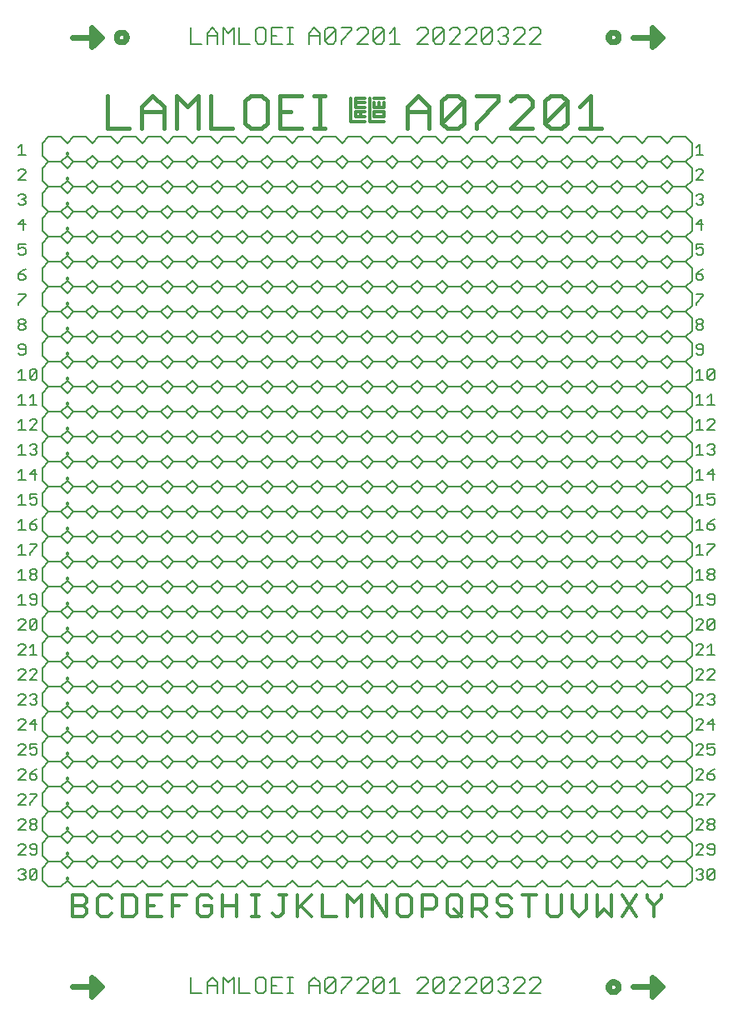
<source format=gto>
G75*
%MOIN*%
%OFA0B0*%
%FSLAX25Y25*%
%IPPOS*%
%LPD*%
%AMOC8*
5,1,8,0,0,1.08239X$1,22.5*
%
%ADD10C,0.00600*%
%ADD11C,0.01800*%
%ADD12C,0.01200*%
%ADD13C,0.02400*%
%ADD14C,0.00787*%
%ADD15C,0.00800*%
D10*
X0004783Y0051450D02*
X0004050Y0052184D01*
X0004783Y0051450D02*
X0006251Y0051450D01*
X0006985Y0052184D01*
X0006985Y0052918D01*
X0006251Y0053652D01*
X0005517Y0053652D01*
X0006251Y0053652D02*
X0006985Y0054386D01*
X0006985Y0055120D01*
X0006251Y0055854D01*
X0004783Y0055854D01*
X0004050Y0055120D01*
X0008653Y0055120D02*
X0009387Y0055854D01*
X0010855Y0055854D01*
X0011589Y0055120D01*
X0008653Y0052184D01*
X0009387Y0051450D01*
X0010855Y0051450D01*
X0011589Y0052184D01*
X0011589Y0055120D01*
X0008653Y0055120D02*
X0008653Y0052184D01*
X0009387Y0061450D02*
X0010855Y0061450D01*
X0011589Y0062184D01*
X0011589Y0065120D01*
X0010855Y0065854D01*
X0009387Y0065854D01*
X0008653Y0065120D01*
X0008653Y0064386D01*
X0009387Y0063652D01*
X0011589Y0063652D01*
X0009387Y0061450D02*
X0008653Y0062184D01*
X0006985Y0061450D02*
X0004050Y0061450D01*
X0006985Y0064386D01*
X0006985Y0065120D01*
X0006251Y0065854D01*
X0004783Y0065854D01*
X0004050Y0065120D01*
X0004050Y0071450D02*
X0006985Y0074386D01*
X0006985Y0075120D01*
X0006251Y0075854D01*
X0004783Y0075854D01*
X0004050Y0075120D01*
X0004050Y0071450D02*
X0006985Y0071450D01*
X0008653Y0072184D02*
X0008653Y0072918D01*
X0009387Y0073652D01*
X0010855Y0073652D01*
X0011589Y0072918D01*
X0011589Y0072184D01*
X0010855Y0071450D01*
X0009387Y0071450D01*
X0008653Y0072184D01*
X0009387Y0073652D02*
X0008653Y0074386D01*
X0008653Y0075120D01*
X0009387Y0075854D01*
X0010855Y0075854D01*
X0011589Y0075120D01*
X0011589Y0074386D01*
X0010855Y0073652D01*
X0008653Y0081450D02*
X0008653Y0082184D01*
X0011589Y0085120D01*
X0011589Y0085854D01*
X0008653Y0085854D01*
X0006985Y0085120D02*
X0006251Y0085854D01*
X0004783Y0085854D01*
X0004050Y0085120D01*
X0006985Y0085120D02*
X0006985Y0084386D01*
X0004050Y0081450D01*
X0006985Y0081450D01*
X0006985Y0091450D02*
X0004050Y0091450D01*
X0006985Y0094386D01*
X0006985Y0095120D01*
X0006251Y0095854D01*
X0004783Y0095854D01*
X0004050Y0095120D01*
X0008653Y0093652D02*
X0010855Y0093652D01*
X0011589Y0092918D01*
X0011589Y0092184D01*
X0010855Y0091450D01*
X0009387Y0091450D01*
X0008653Y0092184D01*
X0008653Y0093652D01*
X0010121Y0095120D01*
X0011589Y0095854D01*
X0010855Y0101450D02*
X0009387Y0101450D01*
X0008653Y0102184D01*
X0008653Y0103652D02*
X0010121Y0104386D01*
X0010855Y0104386D01*
X0011589Y0103652D01*
X0011589Y0102184D01*
X0010855Y0101450D01*
X0008653Y0103652D02*
X0008653Y0105854D01*
X0011589Y0105854D01*
X0006985Y0105120D02*
X0006251Y0105854D01*
X0004783Y0105854D01*
X0004050Y0105120D01*
X0006985Y0105120D02*
X0006985Y0104386D01*
X0004050Y0101450D01*
X0006985Y0101450D01*
X0006985Y0111450D02*
X0004050Y0111450D01*
X0006985Y0114386D01*
X0006985Y0115120D01*
X0006251Y0115854D01*
X0004783Y0115854D01*
X0004050Y0115120D01*
X0008653Y0113652D02*
X0011589Y0113652D01*
X0010855Y0111450D02*
X0010855Y0115854D01*
X0008653Y0113652D01*
X0009387Y0121450D02*
X0008653Y0122184D01*
X0009387Y0121450D02*
X0010855Y0121450D01*
X0011589Y0122184D01*
X0011589Y0122918D01*
X0010855Y0123652D01*
X0010121Y0123652D01*
X0010855Y0123652D02*
X0011589Y0124386D01*
X0011589Y0125120D01*
X0010855Y0125854D01*
X0009387Y0125854D01*
X0008653Y0125120D01*
X0006985Y0125120D02*
X0006251Y0125854D01*
X0004783Y0125854D01*
X0004050Y0125120D01*
X0006985Y0125120D02*
X0006985Y0124386D01*
X0004050Y0121450D01*
X0006985Y0121450D01*
X0006985Y0131450D02*
X0004050Y0131450D01*
X0006985Y0134386D01*
X0006985Y0135120D01*
X0006251Y0135854D01*
X0004783Y0135854D01*
X0004050Y0135120D01*
X0004050Y0141450D02*
X0006985Y0144386D01*
X0006985Y0145120D01*
X0006251Y0145854D01*
X0004783Y0145854D01*
X0004050Y0145120D01*
X0004050Y0141450D02*
X0006985Y0141450D01*
X0008653Y0141450D02*
X0011589Y0141450D01*
X0010121Y0141450D02*
X0010121Y0145854D01*
X0008653Y0144386D01*
X0009387Y0151450D02*
X0008653Y0152184D01*
X0011589Y0155120D01*
X0011589Y0152184D01*
X0010855Y0151450D01*
X0009387Y0151450D01*
X0008653Y0152184D02*
X0008653Y0155120D01*
X0009387Y0155854D01*
X0010855Y0155854D01*
X0011589Y0155120D01*
X0010855Y0161450D02*
X0011589Y0162184D01*
X0011589Y0165120D01*
X0010855Y0165854D01*
X0009387Y0165854D01*
X0008653Y0165120D01*
X0008653Y0164386D01*
X0009387Y0163652D01*
X0011589Y0163652D01*
X0010855Y0161450D02*
X0009387Y0161450D01*
X0008653Y0162184D01*
X0006985Y0161450D02*
X0004050Y0161450D01*
X0005517Y0161450D02*
X0005517Y0165854D01*
X0004050Y0164386D01*
X0004050Y0171450D02*
X0006985Y0171450D01*
X0005517Y0171450D02*
X0005517Y0175854D01*
X0004050Y0174386D01*
X0008653Y0174386D02*
X0008653Y0175120D01*
X0009387Y0175854D01*
X0010855Y0175854D01*
X0011589Y0175120D01*
X0011589Y0174386D01*
X0010855Y0173652D01*
X0009387Y0173652D01*
X0008653Y0174386D01*
X0009387Y0173652D02*
X0008653Y0172918D01*
X0008653Y0172184D01*
X0009387Y0171450D01*
X0010855Y0171450D01*
X0011589Y0172184D01*
X0011589Y0172918D01*
X0010855Y0173652D01*
X0008653Y0181450D02*
X0008653Y0182184D01*
X0011589Y0185120D01*
X0011589Y0185854D01*
X0008653Y0185854D01*
X0006985Y0181450D02*
X0004050Y0181450D01*
X0005517Y0181450D02*
X0005517Y0185854D01*
X0004050Y0184386D01*
X0004050Y0191450D02*
X0006985Y0191450D01*
X0005517Y0191450D02*
X0005517Y0195854D01*
X0004050Y0194386D01*
X0008653Y0193652D02*
X0010855Y0193652D01*
X0011589Y0192918D01*
X0011589Y0192184D01*
X0010855Y0191450D01*
X0009387Y0191450D01*
X0008653Y0192184D01*
X0008653Y0193652D01*
X0010121Y0195120D01*
X0011589Y0195854D01*
X0010855Y0201450D02*
X0009387Y0201450D01*
X0008653Y0202184D01*
X0008653Y0203652D02*
X0010121Y0204386D01*
X0010855Y0204386D01*
X0011589Y0203652D01*
X0011589Y0202184D01*
X0010855Y0201450D01*
X0008653Y0203652D02*
X0008653Y0205854D01*
X0011589Y0205854D01*
X0010855Y0211450D02*
X0010855Y0215854D01*
X0008653Y0213652D01*
X0011589Y0213652D01*
X0006985Y0211450D02*
X0004050Y0211450D01*
X0005517Y0211450D02*
X0005517Y0215854D01*
X0004050Y0214386D01*
X0004050Y0221450D02*
X0006985Y0221450D01*
X0005517Y0221450D02*
X0005517Y0225854D01*
X0004050Y0224386D01*
X0008653Y0225120D02*
X0009387Y0225854D01*
X0010855Y0225854D01*
X0011589Y0225120D01*
X0011589Y0224386D01*
X0010855Y0223652D01*
X0011589Y0222918D01*
X0011589Y0222184D01*
X0010855Y0221450D01*
X0009387Y0221450D01*
X0008653Y0222184D01*
X0010121Y0223652D02*
X0010855Y0223652D01*
X0011589Y0231450D02*
X0008653Y0231450D01*
X0011589Y0234386D01*
X0011589Y0235120D01*
X0010855Y0235854D01*
X0009387Y0235854D01*
X0008653Y0235120D01*
X0006985Y0231450D02*
X0004050Y0231450D01*
X0005517Y0231450D02*
X0005517Y0235854D01*
X0004050Y0234386D01*
X0004050Y0241450D02*
X0006985Y0241450D01*
X0005517Y0241450D02*
X0005517Y0245854D01*
X0004050Y0244386D01*
X0008653Y0244386D02*
X0010121Y0245854D01*
X0010121Y0241450D01*
X0008653Y0241450D02*
X0011589Y0241450D01*
X0010855Y0251450D02*
X0009387Y0251450D01*
X0008653Y0252184D01*
X0011589Y0255120D01*
X0011589Y0252184D01*
X0010855Y0251450D01*
X0008653Y0252184D02*
X0008653Y0255120D01*
X0009387Y0255854D01*
X0010855Y0255854D01*
X0011589Y0255120D01*
X0006985Y0251450D02*
X0004050Y0251450D01*
X0005517Y0251450D02*
X0005517Y0255854D01*
X0004050Y0254386D01*
X0004783Y0261450D02*
X0006251Y0261450D01*
X0006985Y0262184D01*
X0006985Y0265120D01*
X0006251Y0265854D01*
X0004783Y0265854D01*
X0004050Y0265120D01*
X0004050Y0264386D01*
X0004783Y0263652D01*
X0006985Y0263652D01*
X0004783Y0261450D02*
X0004050Y0262184D01*
X0004783Y0271450D02*
X0004050Y0272184D01*
X0004050Y0272918D01*
X0004783Y0273652D01*
X0006251Y0273652D01*
X0006985Y0272918D01*
X0006985Y0272184D01*
X0006251Y0271450D01*
X0004783Y0271450D01*
X0004783Y0273652D02*
X0004050Y0274386D01*
X0004050Y0275120D01*
X0004783Y0275854D01*
X0006251Y0275854D01*
X0006985Y0275120D01*
X0006985Y0274386D01*
X0006251Y0273652D01*
X0004050Y0281450D02*
X0004050Y0282184D01*
X0006985Y0285120D01*
X0006985Y0285854D01*
X0004050Y0285854D01*
X0004783Y0291450D02*
X0006251Y0291450D01*
X0006985Y0292184D01*
X0006985Y0292918D01*
X0006251Y0293652D01*
X0004050Y0293652D01*
X0004050Y0292184D01*
X0004783Y0291450D01*
X0004050Y0293652D02*
X0005517Y0295120D01*
X0006985Y0295854D01*
X0006251Y0301450D02*
X0004783Y0301450D01*
X0004050Y0302184D01*
X0004050Y0303652D02*
X0005517Y0304386D01*
X0006251Y0304386D01*
X0006985Y0303652D01*
X0006985Y0302184D01*
X0006251Y0301450D01*
X0004050Y0303652D02*
X0004050Y0305854D01*
X0006985Y0305854D01*
X0006251Y0311450D02*
X0006251Y0315854D01*
X0004050Y0313652D01*
X0006985Y0313652D01*
X0006251Y0321450D02*
X0004783Y0321450D01*
X0004050Y0322184D01*
X0005517Y0323652D02*
X0006251Y0323652D01*
X0006985Y0322918D01*
X0006985Y0322184D01*
X0006251Y0321450D01*
X0006251Y0323652D02*
X0006985Y0324386D01*
X0006985Y0325120D01*
X0006251Y0325854D01*
X0004783Y0325854D01*
X0004050Y0325120D01*
X0004050Y0331450D02*
X0006985Y0334386D01*
X0006985Y0335120D01*
X0006251Y0335854D01*
X0004783Y0335854D01*
X0004050Y0335120D01*
X0004050Y0331450D02*
X0006985Y0331450D01*
X0006985Y0341450D02*
X0004050Y0341450D01*
X0005517Y0341450D02*
X0005517Y0345854D01*
X0004050Y0344386D01*
X0073183Y0385958D02*
X0077454Y0385958D01*
X0079629Y0385958D02*
X0079629Y0390229D01*
X0081764Y0392364D01*
X0083899Y0390229D01*
X0083899Y0385958D01*
X0086074Y0385958D02*
X0086074Y0392364D01*
X0088210Y0390229D01*
X0090345Y0392364D01*
X0090345Y0385958D01*
X0092520Y0385958D02*
X0092520Y0392364D01*
X0092520Y0385958D02*
X0096790Y0385958D01*
X0098965Y0387026D02*
X0098965Y0391296D01*
X0100033Y0392364D01*
X0102168Y0392364D01*
X0103236Y0391296D01*
X0103236Y0387026D01*
X0102168Y0385958D01*
X0100033Y0385958D01*
X0098965Y0387026D01*
X0105411Y0385958D02*
X0109681Y0385958D01*
X0111856Y0385958D02*
X0113992Y0385958D01*
X0112924Y0385958D02*
X0112924Y0392364D01*
X0111856Y0392364D02*
X0113992Y0392364D01*
X0109681Y0392364D02*
X0105411Y0392364D01*
X0105411Y0385958D01*
X0105411Y0389161D02*
X0107546Y0389161D01*
X0120427Y0389161D02*
X0124698Y0389161D01*
X0124698Y0390229D02*
X0124698Y0385958D01*
X0126873Y0387026D02*
X0126873Y0391296D01*
X0127941Y0392364D01*
X0130076Y0392364D01*
X0131143Y0391296D01*
X0126873Y0387026D01*
X0127941Y0385958D01*
X0130076Y0385958D01*
X0131143Y0387026D01*
X0131143Y0391296D01*
X0133318Y0392364D02*
X0137589Y0392364D01*
X0137589Y0391296D01*
X0133318Y0387026D01*
X0133318Y0385958D01*
X0139764Y0385958D02*
X0144034Y0390229D01*
X0144034Y0391296D01*
X0142967Y0392364D01*
X0140832Y0392364D01*
X0139764Y0391296D01*
X0139764Y0385958D02*
X0144034Y0385958D01*
X0146209Y0387026D02*
X0150480Y0391296D01*
X0150480Y0387026D01*
X0149412Y0385958D01*
X0147277Y0385958D01*
X0146209Y0387026D01*
X0146209Y0391296D01*
X0147277Y0392364D01*
X0149412Y0392364D01*
X0150480Y0391296D01*
X0152655Y0390229D02*
X0154790Y0392364D01*
X0154790Y0385958D01*
X0152655Y0385958D02*
X0156925Y0385958D01*
X0163735Y0385958D02*
X0168005Y0390229D01*
X0168005Y0391296D01*
X0166937Y0392364D01*
X0164802Y0392364D01*
X0163735Y0391296D01*
X0163735Y0385958D02*
X0168005Y0385958D01*
X0170180Y0387026D02*
X0170180Y0391296D01*
X0171248Y0392364D01*
X0173383Y0392364D01*
X0174450Y0391296D01*
X0170180Y0387026D01*
X0171248Y0385958D01*
X0173383Y0385958D01*
X0174450Y0387026D01*
X0174450Y0391296D01*
X0176626Y0391296D02*
X0177693Y0392364D01*
X0179828Y0392364D01*
X0180896Y0391296D01*
X0180896Y0390229D01*
X0176626Y0385958D01*
X0180896Y0385958D01*
X0183071Y0385958D02*
X0187341Y0390229D01*
X0187341Y0391296D01*
X0186274Y0392364D01*
X0184139Y0392364D01*
X0183071Y0391296D01*
X0183071Y0385958D02*
X0187341Y0385958D01*
X0189517Y0387026D02*
X0193787Y0391296D01*
X0193787Y0387026D01*
X0192719Y0385958D01*
X0190584Y0385958D01*
X0189517Y0387026D01*
X0189517Y0391296D01*
X0190584Y0392364D01*
X0192719Y0392364D01*
X0193787Y0391296D01*
X0195962Y0391296D02*
X0197030Y0392364D01*
X0199165Y0392364D01*
X0200232Y0391296D01*
X0200232Y0390229D01*
X0199165Y0389161D01*
X0200232Y0388093D01*
X0200232Y0387026D01*
X0199165Y0385958D01*
X0197030Y0385958D01*
X0195962Y0387026D01*
X0198097Y0389161D02*
X0199165Y0389161D01*
X0202408Y0391296D02*
X0203475Y0392364D01*
X0205610Y0392364D01*
X0206678Y0391296D01*
X0206678Y0390229D01*
X0202408Y0385958D01*
X0206678Y0385958D01*
X0208853Y0385958D02*
X0213123Y0390229D01*
X0213123Y0391296D01*
X0212056Y0392364D01*
X0209921Y0392364D01*
X0208853Y0391296D01*
X0208853Y0385958D02*
X0213123Y0385958D01*
X0275300Y0344386D02*
X0276767Y0345854D01*
X0276767Y0341450D01*
X0275300Y0341450D02*
X0278235Y0341450D01*
X0277501Y0335854D02*
X0276033Y0335854D01*
X0275300Y0335120D01*
X0277501Y0335854D02*
X0278235Y0335120D01*
X0278235Y0334386D01*
X0275300Y0331450D01*
X0278235Y0331450D01*
X0277501Y0325854D02*
X0278235Y0325120D01*
X0278235Y0324386D01*
X0277501Y0323652D01*
X0278235Y0322918D01*
X0278235Y0322184D01*
X0277501Y0321450D01*
X0276033Y0321450D01*
X0275300Y0322184D01*
X0276767Y0323652D02*
X0277501Y0323652D01*
X0277501Y0325854D02*
X0276033Y0325854D01*
X0275300Y0325120D01*
X0277501Y0315854D02*
X0275300Y0313652D01*
X0278235Y0313652D01*
X0277501Y0311450D02*
X0277501Y0315854D01*
X0278235Y0305854D02*
X0275300Y0305854D01*
X0275300Y0303652D01*
X0276767Y0304386D01*
X0277501Y0304386D01*
X0278235Y0303652D01*
X0278235Y0302184D01*
X0277501Y0301450D01*
X0276033Y0301450D01*
X0275300Y0302184D01*
X0278235Y0295854D02*
X0276767Y0295120D01*
X0275300Y0293652D01*
X0277501Y0293652D01*
X0278235Y0292918D01*
X0278235Y0292184D01*
X0277501Y0291450D01*
X0276033Y0291450D01*
X0275300Y0292184D01*
X0275300Y0293652D01*
X0275300Y0285854D02*
X0278235Y0285854D01*
X0278235Y0285120D01*
X0275300Y0282184D01*
X0275300Y0281450D01*
X0276033Y0275854D02*
X0275300Y0275120D01*
X0275300Y0274386D01*
X0276033Y0273652D01*
X0277501Y0273652D01*
X0278235Y0272918D01*
X0278235Y0272184D01*
X0277501Y0271450D01*
X0276033Y0271450D01*
X0275300Y0272184D01*
X0275300Y0272918D01*
X0276033Y0273652D01*
X0277501Y0273652D02*
X0278235Y0274386D01*
X0278235Y0275120D01*
X0277501Y0275854D01*
X0276033Y0275854D01*
X0276033Y0265854D02*
X0275300Y0265120D01*
X0275300Y0264386D01*
X0276033Y0263652D01*
X0278235Y0263652D01*
X0278235Y0262184D02*
X0278235Y0265120D01*
X0277501Y0265854D01*
X0276033Y0265854D01*
X0275300Y0262184D02*
X0276033Y0261450D01*
X0277501Y0261450D01*
X0278235Y0262184D01*
X0276767Y0255854D02*
X0275300Y0254386D01*
X0276767Y0255854D02*
X0276767Y0251450D01*
X0275300Y0251450D02*
X0278235Y0251450D01*
X0279903Y0252184D02*
X0279903Y0255120D01*
X0280637Y0255854D01*
X0282105Y0255854D01*
X0282839Y0255120D01*
X0279903Y0252184D01*
X0280637Y0251450D01*
X0282105Y0251450D01*
X0282839Y0252184D01*
X0282839Y0255120D01*
X0281371Y0245854D02*
X0281371Y0241450D01*
X0279903Y0241450D02*
X0282839Y0241450D01*
X0279903Y0244386D02*
X0281371Y0245854D01*
X0276767Y0245854D02*
X0276767Y0241450D01*
X0275300Y0241450D02*
X0278235Y0241450D01*
X0275300Y0244386D02*
X0276767Y0245854D01*
X0276767Y0235854D02*
X0276767Y0231450D01*
X0275300Y0231450D02*
X0278235Y0231450D01*
X0279903Y0231450D02*
X0282839Y0234386D01*
X0282839Y0235120D01*
X0282105Y0235854D01*
X0280637Y0235854D01*
X0279903Y0235120D01*
X0276767Y0235854D02*
X0275300Y0234386D01*
X0279903Y0231450D02*
X0282839Y0231450D01*
X0282105Y0225854D02*
X0280637Y0225854D01*
X0279903Y0225120D01*
X0281371Y0223652D02*
X0282105Y0223652D01*
X0282839Y0222918D01*
X0282839Y0222184D01*
X0282105Y0221450D01*
X0280637Y0221450D01*
X0279903Y0222184D01*
X0278235Y0221450D02*
X0275300Y0221450D01*
X0276767Y0221450D02*
X0276767Y0225854D01*
X0275300Y0224386D01*
X0276767Y0215854D02*
X0276767Y0211450D01*
X0275300Y0211450D02*
X0278235Y0211450D01*
X0279903Y0213652D02*
X0282839Y0213652D01*
X0282105Y0211450D02*
X0282105Y0215854D01*
X0279903Y0213652D01*
X0276767Y0215854D02*
X0275300Y0214386D01*
X0276767Y0205854D02*
X0275300Y0204386D01*
X0276767Y0205854D02*
X0276767Y0201450D01*
X0275300Y0201450D02*
X0278235Y0201450D01*
X0279903Y0202184D02*
X0280637Y0201450D01*
X0282105Y0201450D01*
X0282839Y0202184D01*
X0282839Y0203652D01*
X0282105Y0204386D01*
X0281371Y0204386D01*
X0279903Y0203652D01*
X0279903Y0205854D01*
X0282839Y0205854D01*
X0282839Y0195854D02*
X0281371Y0195120D01*
X0279903Y0193652D01*
X0282105Y0193652D01*
X0282839Y0192918D01*
X0282839Y0192184D01*
X0282105Y0191450D01*
X0280637Y0191450D01*
X0279903Y0192184D01*
X0279903Y0193652D01*
X0278235Y0191450D02*
X0275300Y0191450D01*
X0276767Y0191450D02*
X0276767Y0195854D01*
X0275300Y0194386D01*
X0276767Y0185854D02*
X0275300Y0184386D01*
X0276767Y0185854D02*
X0276767Y0181450D01*
X0275300Y0181450D02*
X0278235Y0181450D01*
X0279903Y0181450D02*
X0279903Y0182184D01*
X0282839Y0185120D01*
X0282839Y0185854D01*
X0279903Y0185854D01*
X0280637Y0175854D02*
X0282105Y0175854D01*
X0282839Y0175120D01*
X0282839Y0174386D01*
X0282105Y0173652D01*
X0280637Y0173652D01*
X0279903Y0174386D01*
X0279903Y0175120D01*
X0280637Y0175854D01*
X0280637Y0173652D02*
X0279903Y0172918D01*
X0279903Y0172184D01*
X0280637Y0171450D01*
X0282105Y0171450D01*
X0282839Y0172184D01*
X0282839Y0172918D01*
X0282105Y0173652D01*
X0278235Y0171450D02*
X0275300Y0171450D01*
X0276767Y0171450D02*
X0276767Y0175854D01*
X0275300Y0174386D01*
X0276767Y0165854D02*
X0275300Y0164386D01*
X0276767Y0165854D02*
X0276767Y0161450D01*
X0275300Y0161450D02*
X0278235Y0161450D01*
X0279903Y0162184D02*
X0280637Y0161450D01*
X0282105Y0161450D01*
X0282839Y0162184D01*
X0282839Y0165120D01*
X0282105Y0165854D01*
X0280637Y0165854D01*
X0279903Y0165120D01*
X0279903Y0164386D01*
X0280637Y0163652D01*
X0282839Y0163652D01*
X0282105Y0155854D02*
X0280637Y0155854D01*
X0279903Y0155120D01*
X0279903Y0152184D01*
X0282839Y0155120D01*
X0282839Y0152184D01*
X0282105Y0151450D01*
X0280637Y0151450D01*
X0279903Y0152184D01*
X0278235Y0151450D02*
X0275300Y0151450D01*
X0278235Y0154386D01*
X0278235Y0155120D01*
X0277501Y0155854D01*
X0276033Y0155854D01*
X0275300Y0155120D01*
X0282105Y0155854D02*
X0282839Y0155120D01*
X0281371Y0145854D02*
X0281371Y0141450D01*
X0279903Y0141450D02*
X0282839Y0141450D01*
X0279903Y0144386D02*
X0281371Y0145854D01*
X0278235Y0145120D02*
X0277501Y0145854D01*
X0276033Y0145854D01*
X0275300Y0145120D01*
X0278235Y0145120D02*
X0278235Y0144386D01*
X0275300Y0141450D01*
X0278235Y0141450D01*
X0277501Y0135854D02*
X0276033Y0135854D01*
X0275300Y0135120D01*
X0277501Y0135854D02*
X0278235Y0135120D01*
X0278235Y0134386D01*
X0275300Y0131450D01*
X0278235Y0131450D01*
X0279903Y0131450D02*
X0282839Y0134386D01*
X0282839Y0135120D01*
X0282105Y0135854D01*
X0280637Y0135854D01*
X0279903Y0135120D01*
X0279903Y0131450D02*
X0282839Y0131450D01*
X0282105Y0125854D02*
X0280637Y0125854D01*
X0279903Y0125120D01*
X0278235Y0125120D02*
X0277501Y0125854D01*
X0276033Y0125854D01*
X0275300Y0125120D01*
X0278235Y0125120D02*
X0278235Y0124386D01*
X0275300Y0121450D01*
X0278235Y0121450D01*
X0279903Y0122184D02*
X0280637Y0121450D01*
X0282105Y0121450D01*
X0282839Y0122184D01*
X0282839Y0122918D01*
X0282105Y0123652D01*
X0281371Y0123652D01*
X0282105Y0123652D02*
X0282839Y0124386D01*
X0282839Y0125120D01*
X0282105Y0125854D01*
X0282105Y0115854D02*
X0279903Y0113652D01*
X0282839Y0113652D01*
X0282105Y0111450D02*
X0282105Y0115854D01*
X0278235Y0115120D02*
X0277501Y0115854D01*
X0276033Y0115854D01*
X0275300Y0115120D01*
X0278235Y0115120D02*
X0278235Y0114386D01*
X0275300Y0111450D01*
X0278235Y0111450D01*
X0277501Y0105854D02*
X0276033Y0105854D01*
X0275300Y0105120D01*
X0277501Y0105854D02*
X0278235Y0105120D01*
X0278235Y0104386D01*
X0275300Y0101450D01*
X0278235Y0101450D01*
X0279903Y0102184D02*
X0280637Y0101450D01*
X0282105Y0101450D01*
X0282839Y0102184D01*
X0282839Y0103652D01*
X0282105Y0104386D01*
X0281371Y0104386D01*
X0279903Y0103652D01*
X0279903Y0105854D01*
X0282839Y0105854D01*
X0282839Y0095854D02*
X0281371Y0095120D01*
X0279903Y0093652D01*
X0282105Y0093652D01*
X0282839Y0092918D01*
X0282839Y0092184D01*
X0282105Y0091450D01*
X0280637Y0091450D01*
X0279903Y0092184D01*
X0279903Y0093652D01*
X0278235Y0094386D02*
X0278235Y0095120D01*
X0277501Y0095854D01*
X0276033Y0095854D01*
X0275300Y0095120D01*
X0278235Y0094386D02*
X0275300Y0091450D01*
X0278235Y0091450D01*
X0277501Y0085854D02*
X0276033Y0085854D01*
X0275300Y0085120D01*
X0277501Y0085854D02*
X0278235Y0085120D01*
X0278235Y0084386D01*
X0275300Y0081450D01*
X0278235Y0081450D01*
X0279903Y0081450D02*
X0279903Y0082184D01*
X0282839Y0085120D01*
X0282839Y0085854D01*
X0279903Y0085854D01*
X0280637Y0075854D02*
X0282105Y0075854D01*
X0282839Y0075120D01*
X0282839Y0074386D01*
X0282105Y0073652D01*
X0280637Y0073652D01*
X0279903Y0074386D01*
X0279903Y0075120D01*
X0280637Y0075854D01*
X0280637Y0073652D02*
X0279903Y0072918D01*
X0279903Y0072184D01*
X0280637Y0071450D01*
X0282105Y0071450D01*
X0282839Y0072184D01*
X0282839Y0072918D01*
X0282105Y0073652D01*
X0278235Y0074386D02*
X0278235Y0075120D01*
X0277501Y0075854D01*
X0276033Y0075854D01*
X0275300Y0075120D01*
X0278235Y0074386D02*
X0275300Y0071450D01*
X0278235Y0071450D01*
X0277501Y0065854D02*
X0276033Y0065854D01*
X0275300Y0065120D01*
X0277501Y0065854D02*
X0278235Y0065120D01*
X0278235Y0064386D01*
X0275300Y0061450D01*
X0278235Y0061450D01*
X0279903Y0062184D02*
X0280637Y0061450D01*
X0282105Y0061450D01*
X0282839Y0062184D01*
X0282839Y0065120D01*
X0282105Y0065854D01*
X0280637Y0065854D01*
X0279903Y0065120D01*
X0279903Y0064386D01*
X0280637Y0063652D01*
X0282839Y0063652D01*
X0282105Y0055854D02*
X0280637Y0055854D01*
X0279903Y0055120D01*
X0279903Y0052184D01*
X0282839Y0055120D01*
X0282839Y0052184D01*
X0282105Y0051450D01*
X0280637Y0051450D01*
X0279903Y0052184D01*
X0278235Y0052184D02*
X0277501Y0051450D01*
X0276033Y0051450D01*
X0275300Y0052184D01*
X0276767Y0053652D02*
X0277501Y0053652D01*
X0278235Y0052918D01*
X0278235Y0052184D01*
X0277501Y0053652D02*
X0278235Y0054386D01*
X0278235Y0055120D01*
X0277501Y0055854D01*
X0276033Y0055854D01*
X0275300Y0055120D01*
X0282105Y0055854D02*
X0282839Y0055120D01*
X0213123Y0011375D02*
X0212056Y0012442D01*
X0209921Y0012442D01*
X0208853Y0011375D01*
X0206678Y0011375D02*
X0205610Y0012442D01*
X0203475Y0012442D01*
X0202408Y0011375D01*
X0200232Y0011375D02*
X0199165Y0012442D01*
X0197030Y0012442D01*
X0195962Y0011375D01*
X0193787Y0011375D02*
X0193787Y0007105D01*
X0192719Y0006037D01*
X0190584Y0006037D01*
X0189517Y0007105D01*
X0193787Y0011375D01*
X0192719Y0012442D01*
X0190584Y0012442D01*
X0189517Y0011375D01*
X0189517Y0007105D01*
X0187341Y0006037D02*
X0183071Y0006037D01*
X0187341Y0010307D01*
X0187341Y0011375D01*
X0186274Y0012442D01*
X0184139Y0012442D01*
X0183071Y0011375D01*
X0180896Y0011375D02*
X0179828Y0012442D01*
X0177693Y0012442D01*
X0176626Y0011375D01*
X0174450Y0011375D02*
X0174450Y0007105D01*
X0173383Y0006037D01*
X0171248Y0006037D01*
X0170180Y0007105D01*
X0174450Y0011375D01*
X0173383Y0012442D01*
X0171248Y0012442D01*
X0170180Y0011375D01*
X0170180Y0007105D01*
X0168005Y0006037D02*
X0163735Y0006037D01*
X0168005Y0010307D01*
X0168005Y0011375D01*
X0166937Y0012442D01*
X0164802Y0012442D01*
X0163735Y0011375D01*
X0156925Y0006037D02*
X0152655Y0006037D01*
X0154790Y0006037D02*
X0154790Y0012442D01*
X0152655Y0010307D01*
X0150480Y0011375D02*
X0150480Y0007105D01*
X0149412Y0006037D01*
X0147277Y0006037D01*
X0146209Y0007105D01*
X0150480Y0011375D01*
X0149412Y0012442D01*
X0147277Y0012442D01*
X0146209Y0011375D01*
X0146209Y0007105D01*
X0144034Y0006037D02*
X0139764Y0006037D01*
X0144034Y0010307D01*
X0144034Y0011375D01*
X0142967Y0012442D01*
X0140832Y0012442D01*
X0139764Y0011375D01*
X0137589Y0011375D02*
X0137589Y0012442D01*
X0133318Y0012442D01*
X0131143Y0011375D02*
X0126873Y0007105D01*
X0127941Y0006037D01*
X0130076Y0006037D01*
X0131143Y0007105D01*
X0131143Y0011375D01*
X0130076Y0012442D01*
X0127941Y0012442D01*
X0126873Y0011375D01*
X0126873Y0007105D01*
X0124698Y0006037D02*
X0124698Y0010307D01*
X0122563Y0012442D01*
X0120427Y0010307D01*
X0120427Y0006037D01*
X0120427Y0009240D02*
X0124698Y0009240D01*
X0133318Y0007105D02*
X0133318Y0006037D01*
X0133318Y0007105D02*
X0137589Y0011375D01*
X0113992Y0012442D02*
X0111856Y0012442D01*
X0112924Y0012442D02*
X0112924Y0006037D01*
X0111856Y0006037D02*
X0113992Y0006037D01*
X0109681Y0006037D02*
X0105411Y0006037D01*
X0105411Y0012442D01*
X0109681Y0012442D01*
X0107546Y0009240D02*
X0105411Y0009240D01*
X0103236Y0007105D02*
X0103236Y0011375D01*
X0102168Y0012442D01*
X0100033Y0012442D01*
X0098965Y0011375D01*
X0098965Y0007105D01*
X0100033Y0006037D01*
X0102168Y0006037D01*
X0103236Y0007105D01*
X0096790Y0006037D02*
X0092520Y0006037D01*
X0092520Y0012442D01*
X0090345Y0012442D02*
X0090345Y0006037D01*
X0088210Y0010307D02*
X0090345Y0012442D01*
X0088210Y0010307D02*
X0086074Y0012442D01*
X0086074Y0006037D01*
X0083899Y0006037D02*
X0083899Y0010307D01*
X0081764Y0012442D01*
X0079629Y0010307D01*
X0079629Y0006037D01*
X0077454Y0006037D02*
X0073183Y0006037D01*
X0073183Y0012442D01*
X0079629Y0009240D02*
X0083899Y0009240D01*
X0011589Y0131450D02*
X0008653Y0131450D01*
X0011589Y0134386D01*
X0011589Y0135120D01*
X0010855Y0135854D01*
X0009387Y0135854D01*
X0008653Y0135120D01*
X0006985Y0151450D02*
X0004050Y0151450D01*
X0006985Y0154386D01*
X0006985Y0155120D01*
X0006251Y0155854D01*
X0004783Y0155854D01*
X0004050Y0155120D01*
X0004050Y0201450D02*
X0006985Y0201450D01*
X0005517Y0201450D02*
X0005517Y0205854D01*
X0004050Y0204386D01*
X0073183Y0385958D02*
X0073183Y0392364D01*
X0079629Y0389161D02*
X0083899Y0389161D01*
X0120427Y0390229D02*
X0120427Y0385958D01*
X0120427Y0390229D02*
X0122563Y0392364D01*
X0124698Y0390229D01*
X0282105Y0225854D02*
X0282839Y0225120D01*
X0282839Y0224386D01*
X0282105Y0223652D01*
X0213123Y0011375D02*
X0213123Y0010307D01*
X0208853Y0006037D01*
X0213123Y0006037D01*
X0206678Y0006037D02*
X0202408Y0006037D01*
X0206678Y0010307D01*
X0206678Y0011375D01*
X0200232Y0011375D02*
X0200232Y0010307D01*
X0199165Y0009240D01*
X0200232Y0008172D01*
X0200232Y0007105D01*
X0199165Y0006037D01*
X0197030Y0006037D01*
X0195962Y0007105D01*
X0198097Y0009240D02*
X0199165Y0009240D01*
X0180896Y0010307D02*
X0180896Y0011375D01*
X0180896Y0010307D02*
X0176626Y0006037D01*
X0180896Y0006037D01*
D11*
X0180067Y0352050D02*
X0175663Y0352050D01*
X0173461Y0354252D01*
X0182269Y0363060D01*
X0182269Y0354252D01*
X0180067Y0352050D01*
X0173461Y0354252D02*
X0173461Y0363060D01*
X0175663Y0365262D01*
X0180067Y0365262D01*
X0182269Y0363060D01*
X0187273Y0365262D02*
X0196081Y0365262D01*
X0196081Y0363060D01*
X0187273Y0354252D01*
X0187273Y0352050D01*
X0201085Y0352050D02*
X0209892Y0360858D01*
X0209892Y0363060D01*
X0207691Y0365262D01*
X0203287Y0365262D01*
X0201085Y0363060D01*
X0201085Y0352050D02*
X0209892Y0352050D01*
X0214897Y0354252D02*
X0223704Y0363060D01*
X0223704Y0354252D01*
X0221502Y0352050D01*
X0217099Y0352050D01*
X0214897Y0354252D01*
X0214897Y0363060D01*
X0217099Y0365262D01*
X0221502Y0365262D01*
X0223704Y0363060D01*
X0228709Y0360858D02*
X0233112Y0365262D01*
X0233112Y0352050D01*
X0228709Y0352050D02*
X0237516Y0352050D01*
X0168457Y0352050D02*
X0168457Y0360858D01*
X0164053Y0365262D01*
X0159650Y0360858D01*
X0159650Y0352050D01*
X0159650Y0358656D02*
X0168457Y0358656D01*
X0126924Y0352050D02*
X0122520Y0352050D01*
X0124722Y0352050D02*
X0124722Y0365262D01*
X0122520Y0365262D02*
X0126924Y0365262D01*
X0117516Y0365262D02*
X0108709Y0365262D01*
X0108709Y0352050D01*
X0117516Y0352050D01*
X0113112Y0358656D02*
X0108709Y0358656D01*
X0103704Y0354252D02*
X0103704Y0363060D01*
X0101502Y0365262D01*
X0097099Y0365262D01*
X0094897Y0363060D01*
X0094897Y0354252D01*
X0097099Y0352050D01*
X0101502Y0352050D01*
X0103704Y0354252D01*
X0089892Y0352050D02*
X0081085Y0352050D01*
X0081085Y0365262D01*
X0076081Y0365262D02*
X0076081Y0352050D01*
X0071677Y0360858D02*
X0076081Y0365262D01*
X0071677Y0360858D02*
X0067273Y0365262D01*
X0067273Y0352050D01*
X0062269Y0352050D02*
X0062269Y0360858D01*
X0057865Y0365262D01*
X0053461Y0360858D01*
X0053461Y0352050D01*
X0048457Y0352050D02*
X0039650Y0352050D01*
X0039650Y0365262D01*
X0053461Y0358656D02*
X0062269Y0358656D01*
D12*
X0137187Y0354900D02*
X0142812Y0354900D01*
X0144687Y0354900D02*
X0150312Y0354900D01*
X0150312Y0356775D02*
X0150312Y0358650D01*
X0146562Y0358650D01*
X0146562Y0356775D01*
X0150312Y0356775D01*
X0150312Y0360525D02*
X0146562Y0360525D01*
X0146562Y0362400D01*
X0148437Y0362400D02*
X0148437Y0361150D01*
X0150312Y0360525D02*
X0150312Y0362400D01*
X0150312Y0364275D02*
X0146562Y0364275D01*
X0144687Y0364275D02*
X0144687Y0354900D01*
X0142812Y0356775D02*
X0140937Y0356775D01*
X0140937Y0358650D01*
X0142812Y0358650D01*
X0140937Y0358650D02*
X0139062Y0358650D01*
X0139062Y0356775D01*
X0140937Y0356775D01*
X0139062Y0360525D02*
X0139062Y0362400D01*
X0139062Y0364275D01*
X0142812Y0364275D01*
X0142812Y0362400D02*
X0139062Y0362400D01*
X0139062Y0360525D02*
X0142812Y0360525D01*
X0137187Y0364275D02*
X0137187Y0354900D01*
X0135600Y0045558D02*
X0138535Y0042622D01*
X0141471Y0045558D01*
X0141471Y0036750D01*
X0145600Y0036750D02*
X0145600Y0045558D01*
X0151471Y0036750D01*
X0151471Y0045558D01*
X0155600Y0044090D02*
X0155600Y0038218D01*
X0157067Y0036750D01*
X0160003Y0036750D01*
X0161471Y0038218D01*
X0161471Y0044090D01*
X0160003Y0045558D01*
X0157067Y0045558D01*
X0155600Y0044090D01*
X0165600Y0045558D02*
X0165600Y0036750D01*
X0165600Y0039686D02*
X0170003Y0039686D01*
X0171471Y0041154D01*
X0171471Y0044090D01*
X0170003Y0045558D01*
X0165600Y0045558D01*
X0175600Y0044090D02*
X0175600Y0038218D01*
X0177067Y0036750D01*
X0180003Y0036750D01*
X0181471Y0038218D01*
X0181471Y0044090D01*
X0180003Y0045558D01*
X0177067Y0045558D01*
X0175600Y0044090D01*
X0178535Y0039686D02*
X0181471Y0036750D01*
X0185600Y0036750D02*
X0185600Y0045558D01*
X0190003Y0045558D01*
X0191471Y0044090D01*
X0191471Y0041154D01*
X0190003Y0039686D01*
X0185600Y0039686D01*
X0188535Y0039686D02*
X0191471Y0036750D01*
X0195600Y0038218D02*
X0197067Y0036750D01*
X0200003Y0036750D01*
X0201471Y0038218D01*
X0201471Y0039686D01*
X0200003Y0041154D01*
X0197067Y0041154D01*
X0195600Y0042622D01*
X0195600Y0044090D01*
X0197067Y0045558D01*
X0200003Y0045558D01*
X0201471Y0044090D01*
X0205600Y0045558D02*
X0211471Y0045558D01*
X0208535Y0045558D02*
X0208535Y0036750D01*
X0215600Y0038218D02*
X0217067Y0036750D01*
X0220003Y0036750D01*
X0221471Y0038218D01*
X0221471Y0045558D01*
X0225600Y0045558D02*
X0225600Y0039686D01*
X0228535Y0036750D01*
X0231471Y0039686D01*
X0231471Y0045558D01*
X0235600Y0045558D02*
X0235600Y0036750D01*
X0238535Y0039686D01*
X0241471Y0036750D01*
X0241471Y0045558D01*
X0245600Y0045558D02*
X0251471Y0036750D01*
X0245600Y0036750D02*
X0251471Y0045558D01*
X0255600Y0045558D02*
X0255600Y0044090D01*
X0258535Y0041154D01*
X0258535Y0036750D01*
X0258535Y0041154D02*
X0261471Y0044090D01*
X0261471Y0045558D01*
X0215600Y0045558D02*
X0215600Y0038218D01*
X0135600Y0036750D02*
X0135600Y0045558D01*
X0131471Y0036750D02*
X0125600Y0036750D01*
X0125600Y0045558D01*
X0121471Y0045558D02*
X0115600Y0039686D01*
X0117067Y0041154D02*
X0121471Y0036750D01*
X0115600Y0036750D02*
X0115600Y0045558D01*
X0111471Y0045558D02*
X0108535Y0045558D01*
X0110003Y0045558D02*
X0110003Y0038218D01*
X0108535Y0036750D01*
X0107067Y0036750D01*
X0105600Y0038218D01*
X0100410Y0036750D02*
X0097475Y0036750D01*
X0098942Y0036750D02*
X0098942Y0045558D01*
X0097475Y0045558D02*
X0100410Y0045558D01*
X0091471Y0045558D02*
X0091471Y0036750D01*
X0091471Y0041154D02*
X0085600Y0041154D01*
X0081471Y0041154D02*
X0081471Y0038218D01*
X0080003Y0036750D01*
X0077067Y0036750D01*
X0075600Y0038218D01*
X0075600Y0044090D01*
X0077067Y0045558D01*
X0080003Y0045558D01*
X0081471Y0044090D01*
X0081471Y0041154D02*
X0078535Y0041154D01*
X0085600Y0036750D02*
X0085600Y0045558D01*
X0071471Y0045558D02*
X0065600Y0045558D01*
X0065600Y0036750D01*
X0061471Y0036750D02*
X0055600Y0036750D01*
X0055600Y0045558D01*
X0061471Y0045558D01*
X0058535Y0041154D02*
X0055600Y0041154D01*
X0051471Y0038218D02*
X0051471Y0044090D01*
X0050003Y0045558D01*
X0045600Y0045558D01*
X0045600Y0036750D01*
X0050003Y0036750D01*
X0051471Y0038218D01*
X0041471Y0038218D02*
X0040003Y0036750D01*
X0037067Y0036750D01*
X0035600Y0038218D01*
X0035600Y0044090D01*
X0037067Y0045558D01*
X0040003Y0045558D01*
X0041471Y0044090D01*
X0031471Y0044090D02*
X0031471Y0042622D01*
X0030003Y0041154D01*
X0025600Y0041154D01*
X0025600Y0036750D02*
X0030003Y0036750D01*
X0031471Y0038218D01*
X0031471Y0039686D01*
X0030003Y0041154D01*
X0031471Y0044090D02*
X0030003Y0045558D01*
X0025600Y0045558D01*
X0025600Y0036750D01*
X0065600Y0041154D02*
X0068535Y0041154D01*
D13*
X0037450Y0008690D02*
X0025639Y0008690D01*
X0033513Y0012627D02*
X0033513Y0004753D01*
X0037450Y0008690D01*
X0033513Y0012627D01*
X0240206Y0008690D02*
X0240208Y0008778D01*
X0240214Y0008866D01*
X0240224Y0008954D01*
X0240238Y0009042D01*
X0240255Y0009128D01*
X0240277Y0009214D01*
X0240302Y0009298D01*
X0240332Y0009382D01*
X0240364Y0009464D01*
X0240401Y0009544D01*
X0240441Y0009623D01*
X0240485Y0009700D01*
X0240532Y0009775D01*
X0240582Y0009847D01*
X0240636Y0009918D01*
X0240692Y0009985D01*
X0240752Y0010051D01*
X0240814Y0010113D01*
X0240880Y0010173D01*
X0240947Y0010229D01*
X0241018Y0010283D01*
X0241090Y0010333D01*
X0241165Y0010380D01*
X0241242Y0010424D01*
X0241321Y0010464D01*
X0241401Y0010501D01*
X0241483Y0010533D01*
X0241567Y0010563D01*
X0241651Y0010588D01*
X0241737Y0010610D01*
X0241823Y0010627D01*
X0241911Y0010641D01*
X0241999Y0010651D01*
X0242087Y0010657D01*
X0242175Y0010659D01*
X0242263Y0010657D01*
X0242351Y0010651D01*
X0242439Y0010641D01*
X0242527Y0010627D01*
X0242613Y0010610D01*
X0242699Y0010588D01*
X0242783Y0010563D01*
X0242867Y0010533D01*
X0242949Y0010501D01*
X0243029Y0010464D01*
X0243108Y0010424D01*
X0243185Y0010380D01*
X0243260Y0010333D01*
X0243332Y0010283D01*
X0243403Y0010229D01*
X0243470Y0010173D01*
X0243536Y0010113D01*
X0243598Y0010051D01*
X0243658Y0009985D01*
X0243714Y0009918D01*
X0243768Y0009847D01*
X0243818Y0009775D01*
X0243865Y0009700D01*
X0243909Y0009623D01*
X0243949Y0009544D01*
X0243986Y0009464D01*
X0244018Y0009382D01*
X0244048Y0009298D01*
X0244073Y0009214D01*
X0244095Y0009128D01*
X0244112Y0009042D01*
X0244126Y0008954D01*
X0244136Y0008866D01*
X0244142Y0008778D01*
X0244144Y0008690D01*
X0244142Y0008602D01*
X0244136Y0008514D01*
X0244126Y0008426D01*
X0244112Y0008338D01*
X0244095Y0008252D01*
X0244073Y0008166D01*
X0244048Y0008082D01*
X0244018Y0007998D01*
X0243986Y0007916D01*
X0243949Y0007836D01*
X0243909Y0007757D01*
X0243865Y0007680D01*
X0243818Y0007605D01*
X0243768Y0007533D01*
X0243714Y0007462D01*
X0243658Y0007395D01*
X0243598Y0007329D01*
X0243536Y0007267D01*
X0243470Y0007207D01*
X0243403Y0007151D01*
X0243332Y0007097D01*
X0243260Y0007047D01*
X0243185Y0007000D01*
X0243108Y0006956D01*
X0243029Y0006916D01*
X0242949Y0006879D01*
X0242867Y0006847D01*
X0242783Y0006817D01*
X0242699Y0006792D01*
X0242613Y0006770D01*
X0242527Y0006753D01*
X0242439Y0006739D01*
X0242351Y0006729D01*
X0242263Y0006723D01*
X0242175Y0006721D01*
X0242087Y0006723D01*
X0241999Y0006729D01*
X0241911Y0006739D01*
X0241823Y0006753D01*
X0241737Y0006770D01*
X0241651Y0006792D01*
X0241567Y0006817D01*
X0241483Y0006847D01*
X0241401Y0006879D01*
X0241321Y0006916D01*
X0241242Y0006956D01*
X0241165Y0007000D01*
X0241090Y0007047D01*
X0241018Y0007097D01*
X0240947Y0007151D01*
X0240880Y0007207D01*
X0240814Y0007267D01*
X0240752Y0007329D01*
X0240692Y0007395D01*
X0240636Y0007462D01*
X0240582Y0007533D01*
X0240532Y0007605D01*
X0240485Y0007680D01*
X0240441Y0007757D01*
X0240401Y0007836D01*
X0240364Y0007916D01*
X0240332Y0007998D01*
X0240302Y0008082D01*
X0240277Y0008166D01*
X0240255Y0008252D01*
X0240238Y0008338D01*
X0240224Y0008426D01*
X0240214Y0008514D01*
X0240208Y0008602D01*
X0240206Y0008690D01*
X0250049Y0008690D02*
X0261860Y0008690D01*
X0257923Y0004753D01*
X0257923Y0012627D01*
X0261860Y0008690D01*
X0257923Y0384674D02*
X0261860Y0388611D01*
X0257923Y0392548D01*
X0257923Y0384674D01*
X0261860Y0388611D02*
X0250049Y0388611D01*
X0240206Y0388611D02*
X0240208Y0388699D01*
X0240214Y0388787D01*
X0240224Y0388875D01*
X0240238Y0388963D01*
X0240255Y0389049D01*
X0240277Y0389135D01*
X0240302Y0389219D01*
X0240332Y0389303D01*
X0240364Y0389385D01*
X0240401Y0389465D01*
X0240441Y0389544D01*
X0240485Y0389621D01*
X0240532Y0389696D01*
X0240582Y0389768D01*
X0240636Y0389839D01*
X0240692Y0389906D01*
X0240752Y0389972D01*
X0240814Y0390034D01*
X0240880Y0390094D01*
X0240947Y0390150D01*
X0241018Y0390204D01*
X0241090Y0390254D01*
X0241165Y0390301D01*
X0241242Y0390345D01*
X0241321Y0390385D01*
X0241401Y0390422D01*
X0241483Y0390454D01*
X0241567Y0390484D01*
X0241651Y0390509D01*
X0241737Y0390531D01*
X0241823Y0390548D01*
X0241911Y0390562D01*
X0241999Y0390572D01*
X0242087Y0390578D01*
X0242175Y0390580D01*
X0242263Y0390578D01*
X0242351Y0390572D01*
X0242439Y0390562D01*
X0242527Y0390548D01*
X0242613Y0390531D01*
X0242699Y0390509D01*
X0242783Y0390484D01*
X0242867Y0390454D01*
X0242949Y0390422D01*
X0243029Y0390385D01*
X0243108Y0390345D01*
X0243185Y0390301D01*
X0243260Y0390254D01*
X0243332Y0390204D01*
X0243403Y0390150D01*
X0243470Y0390094D01*
X0243536Y0390034D01*
X0243598Y0389972D01*
X0243658Y0389906D01*
X0243714Y0389839D01*
X0243768Y0389768D01*
X0243818Y0389696D01*
X0243865Y0389621D01*
X0243909Y0389544D01*
X0243949Y0389465D01*
X0243986Y0389385D01*
X0244018Y0389303D01*
X0244048Y0389219D01*
X0244073Y0389135D01*
X0244095Y0389049D01*
X0244112Y0388963D01*
X0244126Y0388875D01*
X0244136Y0388787D01*
X0244142Y0388699D01*
X0244144Y0388611D01*
X0244142Y0388523D01*
X0244136Y0388435D01*
X0244126Y0388347D01*
X0244112Y0388259D01*
X0244095Y0388173D01*
X0244073Y0388087D01*
X0244048Y0388003D01*
X0244018Y0387919D01*
X0243986Y0387837D01*
X0243949Y0387757D01*
X0243909Y0387678D01*
X0243865Y0387601D01*
X0243818Y0387526D01*
X0243768Y0387454D01*
X0243714Y0387383D01*
X0243658Y0387316D01*
X0243598Y0387250D01*
X0243536Y0387188D01*
X0243470Y0387128D01*
X0243403Y0387072D01*
X0243332Y0387018D01*
X0243260Y0386968D01*
X0243185Y0386921D01*
X0243108Y0386877D01*
X0243029Y0386837D01*
X0242949Y0386800D01*
X0242867Y0386768D01*
X0242783Y0386738D01*
X0242699Y0386713D01*
X0242613Y0386691D01*
X0242527Y0386674D01*
X0242439Y0386660D01*
X0242351Y0386650D01*
X0242263Y0386644D01*
X0242175Y0386642D01*
X0242087Y0386644D01*
X0241999Y0386650D01*
X0241911Y0386660D01*
X0241823Y0386674D01*
X0241737Y0386691D01*
X0241651Y0386713D01*
X0241567Y0386738D01*
X0241483Y0386768D01*
X0241401Y0386800D01*
X0241321Y0386837D01*
X0241242Y0386877D01*
X0241165Y0386921D01*
X0241090Y0386968D01*
X0241018Y0387018D01*
X0240947Y0387072D01*
X0240880Y0387128D01*
X0240814Y0387188D01*
X0240752Y0387250D01*
X0240692Y0387316D01*
X0240636Y0387383D01*
X0240582Y0387454D01*
X0240532Y0387526D01*
X0240485Y0387601D01*
X0240441Y0387678D01*
X0240401Y0387757D01*
X0240364Y0387837D01*
X0240332Y0387919D01*
X0240302Y0388003D01*
X0240277Y0388087D01*
X0240255Y0388173D01*
X0240238Y0388259D01*
X0240224Y0388347D01*
X0240214Y0388435D01*
X0240208Y0388523D01*
X0240206Y0388611D01*
X0043355Y0388611D02*
X0043357Y0388699D01*
X0043363Y0388787D01*
X0043373Y0388875D01*
X0043387Y0388963D01*
X0043404Y0389049D01*
X0043426Y0389135D01*
X0043451Y0389219D01*
X0043481Y0389303D01*
X0043513Y0389385D01*
X0043550Y0389465D01*
X0043590Y0389544D01*
X0043634Y0389621D01*
X0043681Y0389696D01*
X0043731Y0389768D01*
X0043785Y0389839D01*
X0043841Y0389906D01*
X0043901Y0389972D01*
X0043963Y0390034D01*
X0044029Y0390094D01*
X0044096Y0390150D01*
X0044167Y0390204D01*
X0044239Y0390254D01*
X0044314Y0390301D01*
X0044391Y0390345D01*
X0044470Y0390385D01*
X0044550Y0390422D01*
X0044632Y0390454D01*
X0044716Y0390484D01*
X0044800Y0390509D01*
X0044886Y0390531D01*
X0044972Y0390548D01*
X0045060Y0390562D01*
X0045148Y0390572D01*
X0045236Y0390578D01*
X0045324Y0390580D01*
X0045412Y0390578D01*
X0045500Y0390572D01*
X0045588Y0390562D01*
X0045676Y0390548D01*
X0045762Y0390531D01*
X0045848Y0390509D01*
X0045932Y0390484D01*
X0046016Y0390454D01*
X0046098Y0390422D01*
X0046178Y0390385D01*
X0046257Y0390345D01*
X0046334Y0390301D01*
X0046409Y0390254D01*
X0046481Y0390204D01*
X0046552Y0390150D01*
X0046619Y0390094D01*
X0046685Y0390034D01*
X0046747Y0389972D01*
X0046807Y0389906D01*
X0046863Y0389839D01*
X0046917Y0389768D01*
X0046967Y0389696D01*
X0047014Y0389621D01*
X0047058Y0389544D01*
X0047098Y0389465D01*
X0047135Y0389385D01*
X0047167Y0389303D01*
X0047197Y0389219D01*
X0047222Y0389135D01*
X0047244Y0389049D01*
X0047261Y0388963D01*
X0047275Y0388875D01*
X0047285Y0388787D01*
X0047291Y0388699D01*
X0047293Y0388611D01*
X0047291Y0388523D01*
X0047285Y0388435D01*
X0047275Y0388347D01*
X0047261Y0388259D01*
X0047244Y0388173D01*
X0047222Y0388087D01*
X0047197Y0388003D01*
X0047167Y0387919D01*
X0047135Y0387837D01*
X0047098Y0387757D01*
X0047058Y0387678D01*
X0047014Y0387601D01*
X0046967Y0387526D01*
X0046917Y0387454D01*
X0046863Y0387383D01*
X0046807Y0387316D01*
X0046747Y0387250D01*
X0046685Y0387188D01*
X0046619Y0387128D01*
X0046552Y0387072D01*
X0046481Y0387018D01*
X0046409Y0386968D01*
X0046334Y0386921D01*
X0046257Y0386877D01*
X0046178Y0386837D01*
X0046098Y0386800D01*
X0046016Y0386768D01*
X0045932Y0386738D01*
X0045848Y0386713D01*
X0045762Y0386691D01*
X0045676Y0386674D01*
X0045588Y0386660D01*
X0045500Y0386650D01*
X0045412Y0386644D01*
X0045324Y0386642D01*
X0045236Y0386644D01*
X0045148Y0386650D01*
X0045060Y0386660D01*
X0044972Y0386674D01*
X0044886Y0386691D01*
X0044800Y0386713D01*
X0044716Y0386738D01*
X0044632Y0386768D01*
X0044550Y0386800D01*
X0044470Y0386837D01*
X0044391Y0386877D01*
X0044314Y0386921D01*
X0044239Y0386968D01*
X0044167Y0387018D01*
X0044096Y0387072D01*
X0044029Y0387128D01*
X0043963Y0387188D01*
X0043901Y0387250D01*
X0043841Y0387316D01*
X0043785Y0387383D01*
X0043731Y0387454D01*
X0043681Y0387526D01*
X0043634Y0387601D01*
X0043590Y0387678D01*
X0043550Y0387757D01*
X0043513Y0387837D01*
X0043481Y0387919D01*
X0043451Y0388003D01*
X0043426Y0388087D01*
X0043404Y0388173D01*
X0043387Y0388259D01*
X0043373Y0388347D01*
X0043363Y0388435D01*
X0043357Y0388523D01*
X0043355Y0388611D01*
X0037450Y0388611D02*
X0033513Y0384674D01*
X0033513Y0392548D01*
X0037450Y0388611D01*
X0025639Y0388611D01*
D14*
X0023356Y0342088D02*
X0023358Y0342127D01*
X0023364Y0342166D01*
X0023374Y0342204D01*
X0023387Y0342241D01*
X0023404Y0342276D01*
X0023424Y0342310D01*
X0023448Y0342341D01*
X0023475Y0342370D01*
X0023504Y0342396D01*
X0023536Y0342419D01*
X0023570Y0342439D01*
X0023606Y0342455D01*
X0023643Y0342467D01*
X0023682Y0342476D01*
X0023721Y0342481D01*
X0023760Y0342482D01*
X0023799Y0342479D01*
X0023838Y0342472D01*
X0023875Y0342461D01*
X0023912Y0342447D01*
X0023947Y0342429D01*
X0023980Y0342408D01*
X0024011Y0342383D01*
X0024039Y0342356D01*
X0024064Y0342326D01*
X0024086Y0342293D01*
X0024105Y0342259D01*
X0024120Y0342223D01*
X0024132Y0342185D01*
X0024140Y0342147D01*
X0024144Y0342108D01*
X0024144Y0342068D01*
X0024140Y0342029D01*
X0024132Y0341991D01*
X0024120Y0341953D01*
X0024105Y0341917D01*
X0024086Y0341883D01*
X0024064Y0341850D01*
X0024039Y0341820D01*
X0024011Y0341793D01*
X0023980Y0341768D01*
X0023947Y0341747D01*
X0023912Y0341729D01*
X0023875Y0341715D01*
X0023838Y0341704D01*
X0023799Y0341697D01*
X0023760Y0341694D01*
X0023721Y0341695D01*
X0023682Y0341700D01*
X0023643Y0341709D01*
X0023606Y0341721D01*
X0023570Y0341737D01*
X0023536Y0341757D01*
X0023504Y0341780D01*
X0023475Y0341806D01*
X0023448Y0341835D01*
X0023424Y0341866D01*
X0023404Y0341900D01*
X0023387Y0341935D01*
X0023374Y0341972D01*
X0023364Y0342010D01*
X0023358Y0342049D01*
X0023356Y0342088D01*
X0023356Y0332088D02*
X0023358Y0332127D01*
X0023364Y0332166D01*
X0023374Y0332204D01*
X0023387Y0332241D01*
X0023404Y0332276D01*
X0023424Y0332310D01*
X0023448Y0332341D01*
X0023475Y0332370D01*
X0023504Y0332396D01*
X0023536Y0332419D01*
X0023570Y0332439D01*
X0023606Y0332455D01*
X0023643Y0332467D01*
X0023682Y0332476D01*
X0023721Y0332481D01*
X0023760Y0332482D01*
X0023799Y0332479D01*
X0023838Y0332472D01*
X0023875Y0332461D01*
X0023912Y0332447D01*
X0023947Y0332429D01*
X0023980Y0332408D01*
X0024011Y0332383D01*
X0024039Y0332356D01*
X0024064Y0332326D01*
X0024086Y0332293D01*
X0024105Y0332259D01*
X0024120Y0332223D01*
X0024132Y0332185D01*
X0024140Y0332147D01*
X0024144Y0332108D01*
X0024144Y0332068D01*
X0024140Y0332029D01*
X0024132Y0331991D01*
X0024120Y0331953D01*
X0024105Y0331917D01*
X0024086Y0331883D01*
X0024064Y0331850D01*
X0024039Y0331820D01*
X0024011Y0331793D01*
X0023980Y0331768D01*
X0023947Y0331747D01*
X0023912Y0331729D01*
X0023875Y0331715D01*
X0023838Y0331704D01*
X0023799Y0331697D01*
X0023760Y0331694D01*
X0023721Y0331695D01*
X0023682Y0331700D01*
X0023643Y0331709D01*
X0023606Y0331721D01*
X0023570Y0331737D01*
X0023536Y0331757D01*
X0023504Y0331780D01*
X0023475Y0331806D01*
X0023448Y0331835D01*
X0023424Y0331866D01*
X0023404Y0331900D01*
X0023387Y0331935D01*
X0023374Y0331972D01*
X0023364Y0332010D01*
X0023358Y0332049D01*
X0023356Y0332088D01*
X0023356Y0322088D02*
X0023358Y0322127D01*
X0023364Y0322166D01*
X0023374Y0322204D01*
X0023387Y0322241D01*
X0023404Y0322276D01*
X0023424Y0322310D01*
X0023448Y0322341D01*
X0023475Y0322370D01*
X0023504Y0322396D01*
X0023536Y0322419D01*
X0023570Y0322439D01*
X0023606Y0322455D01*
X0023643Y0322467D01*
X0023682Y0322476D01*
X0023721Y0322481D01*
X0023760Y0322482D01*
X0023799Y0322479D01*
X0023838Y0322472D01*
X0023875Y0322461D01*
X0023912Y0322447D01*
X0023947Y0322429D01*
X0023980Y0322408D01*
X0024011Y0322383D01*
X0024039Y0322356D01*
X0024064Y0322326D01*
X0024086Y0322293D01*
X0024105Y0322259D01*
X0024120Y0322223D01*
X0024132Y0322185D01*
X0024140Y0322147D01*
X0024144Y0322108D01*
X0024144Y0322068D01*
X0024140Y0322029D01*
X0024132Y0321991D01*
X0024120Y0321953D01*
X0024105Y0321917D01*
X0024086Y0321883D01*
X0024064Y0321850D01*
X0024039Y0321820D01*
X0024011Y0321793D01*
X0023980Y0321768D01*
X0023947Y0321747D01*
X0023912Y0321729D01*
X0023875Y0321715D01*
X0023838Y0321704D01*
X0023799Y0321697D01*
X0023760Y0321694D01*
X0023721Y0321695D01*
X0023682Y0321700D01*
X0023643Y0321709D01*
X0023606Y0321721D01*
X0023570Y0321737D01*
X0023536Y0321757D01*
X0023504Y0321780D01*
X0023475Y0321806D01*
X0023448Y0321835D01*
X0023424Y0321866D01*
X0023404Y0321900D01*
X0023387Y0321935D01*
X0023374Y0321972D01*
X0023364Y0322010D01*
X0023358Y0322049D01*
X0023356Y0322088D01*
X0023356Y0312088D02*
X0023358Y0312127D01*
X0023364Y0312166D01*
X0023374Y0312204D01*
X0023387Y0312241D01*
X0023404Y0312276D01*
X0023424Y0312310D01*
X0023448Y0312341D01*
X0023475Y0312370D01*
X0023504Y0312396D01*
X0023536Y0312419D01*
X0023570Y0312439D01*
X0023606Y0312455D01*
X0023643Y0312467D01*
X0023682Y0312476D01*
X0023721Y0312481D01*
X0023760Y0312482D01*
X0023799Y0312479D01*
X0023838Y0312472D01*
X0023875Y0312461D01*
X0023912Y0312447D01*
X0023947Y0312429D01*
X0023980Y0312408D01*
X0024011Y0312383D01*
X0024039Y0312356D01*
X0024064Y0312326D01*
X0024086Y0312293D01*
X0024105Y0312259D01*
X0024120Y0312223D01*
X0024132Y0312185D01*
X0024140Y0312147D01*
X0024144Y0312108D01*
X0024144Y0312068D01*
X0024140Y0312029D01*
X0024132Y0311991D01*
X0024120Y0311953D01*
X0024105Y0311917D01*
X0024086Y0311883D01*
X0024064Y0311850D01*
X0024039Y0311820D01*
X0024011Y0311793D01*
X0023980Y0311768D01*
X0023947Y0311747D01*
X0023912Y0311729D01*
X0023875Y0311715D01*
X0023838Y0311704D01*
X0023799Y0311697D01*
X0023760Y0311694D01*
X0023721Y0311695D01*
X0023682Y0311700D01*
X0023643Y0311709D01*
X0023606Y0311721D01*
X0023570Y0311737D01*
X0023536Y0311757D01*
X0023504Y0311780D01*
X0023475Y0311806D01*
X0023448Y0311835D01*
X0023424Y0311866D01*
X0023404Y0311900D01*
X0023387Y0311935D01*
X0023374Y0311972D01*
X0023364Y0312010D01*
X0023358Y0312049D01*
X0023356Y0312088D01*
X0023356Y0302088D02*
X0023358Y0302127D01*
X0023364Y0302166D01*
X0023374Y0302204D01*
X0023387Y0302241D01*
X0023404Y0302276D01*
X0023424Y0302310D01*
X0023448Y0302341D01*
X0023475Y0302370D01*
X0023504Y0302396D01*
X0023536Y0302419D01*
X0023570Y0302439D01*
X0023606Y0302455D01*
X0023643Y0302467D01*
X0023682Y0302476D01*
X0023721Y0302481D01*
X0023760Y0302482D01*
X0023799Y0302479D01*
X0023838Y0302472D01*
X0023875Y0302461D01*
X0023912Y0302447D01*
X0023947Y0302429D01*
X0023980Y0302408D01*
X0024011Y0302383D01*
X0024039Y0302356D01*
X0024064Y0302326D01*
X0024086Y0302293D01*
X0024105Y0302259D01*
X0024120Y0302223D01*
X0024132Y0302185D01*
X0024140Y0302147D01*
X0024144Y0302108D01*
X0024144Y0302068D01*
X0024140Y0302029D01*
X0024132Y0301991D01*
X0024120Y0301953D01*
X0024105Y0301917D01*
X0024086Y0301883D01*
X0024064Y0301850D01*
X0024039Y0301820D01*
X0024011Y0301793D01*
X0023980Y0301768D01*
X0023947Y0301747D01*
X0023912Y0301729D01*
X0023875Y0301715D01*
X0023838Y0301704D01*
X0023799Y0301697D01*
X0023760Y0301694D01*
X0023721Y0301695D01*
X0023682Y0301700D01*
X0023643Y0301709D01*
X0023606Y0301721D01*
X0023570Y0301737D01*
X0023536Y0301757D01*
X0023504Y0301780D01*
X0023475Y0301806D01*
X0023448Y0301835D01*
X0023424Y0301866D01*
X0023404Y0301900D01*
X0023387Y0301935D01*
X0023374Y0301972D01*
X0023364Y0302010D01*
X0023358Y0302049D01*
X0023356Y0302088D01*
X0023356Y0292088D02*
X0023358Y0292127D01*
X0023364Y0292166D01*
X0023374Y0292204D01*
X0023387Y0292241D01*
X0023404Y0292276D01*
X0023424Y0292310D01*
X0023448Y0292341D01*
X0023475Y0292370D01*
X0023504Y0292396D01*
X0023536Y0292419D01*
X0023570Y0292439D01*
X0023606Y0292455D01*
X0023643Y0292467D01*
X0023682Y0292476D01*
X0023721Y0292481D01*
X0023760Y0292482D01*
X0023799Y0292479D01*
X0023838Y0292472D01*
X0023875Y0292461D01*
X0023912Y0292447D01*
X0023947Y0292429D01*
X0023980Y0292408D01*
X0024011Y0292383D01*
X0024039Y0292356D01*
X0024064Y0292326D01*
X0024086Y0292293D01*
X0024105Y0292259D01*
X0024120Y0292223D01*
X0024132Y0292185D01*
X0024140Y0292147D01*
X0024144Y0292108D01*
X0024144Y0292068D01*
X0024140Y0292029D01*
X0024132Y0291991D01*
X0024120Y0291953D01*
X0024105Y0291917D01*
X0024086Y0291883D01*
X0024064Y0291850D01*
X0024039Y0291820D01*
X0024011Y0291793D01*
X0023980Y0291768D01*
X0023947Y0291747D01*
X0023912Y0291729D01*
X0023875Y0291715D01*
X0023838Y0291704D01*
X0023799Y0291697D01*
X0023760Y0291694D01*
X0023721Y0291695D01*
X0023682Y0291700D01*
X0023643Y0291709D01*
X0023606Y0291721D01*
X0023570Y0291737D01*
X0023536Y0291757D01*
X0023504Y0291780D01*
X0023475Y0291806D01*
X0023448Y0291835D01*
X0023424Y0291866D01*
X0023404Y0291900D01*
X0023387Y0291935D01*
X0023374Y0291972D01*
X0023364Y0292010D01*
X0023358Y0292049D01*
X0023356Y0292088D01*
X0023356Y0282088D02*
X0023358Y0282127D01*
X0023364Y0282166D01*
X0023374Y0282204D01*
X0023387Y0282241D01*
X0023404Y0282276D01*
X0023424Y0282310D01*
X0023448Y0282341D01*
X0023475Y0282370D01*
X0023504Y0282396D01*
X0023536Y0282419D01*
X0023570Y0282439D01*
X0023606Y0282455D01*
X0023643Y0282467D01*
X0023682Y0282476D01*
X0023721Y0282481D01*
X0023760Y0282482D01*
X0023799Y0282479D01*
X0023838Y0282472D01*
X0023875Y0282461D01*
X0023912Y0282447D01*
X0023947Y0282429D01*
X0023980Y0282408D01*
X0024011Y0282383D01*
X0024039Y0282356D01*
X0024064Y0282326D01*
X0024086Y0282293D01*
X0024105Y0282259D01*
X0024120Y0282223D01*
X0024132Y0282185D01*
X0024140Y0282147D01*
X0024144Y0282108D01*
X0024144Y0282068D01*
X0024140Y0282029D01*
X0024132Y0281991D01*
X0024120Y0281953D01*
X0024105Y0281917D01*
X0024086Y0281883D01*
X0024064Y0281850D01*
X0024039Y0281820D01*
X0024011Y0281793D01*
X0023980Y0281768D01*
X0023947Y0281747D01*
X0023912Y0281729D01*
X0023875Y0281715D01*
X0023838Y0281704D01*
X0023799Y0281697D01*
X0023760Y0281694D01*
X0023721Y0281695D01*
X0023682Y0281700D01*
X0023643Y0281709D01*
X0023606Y0281721D01*
X0023570Y0281737D01*
X0023536Y0281757D01*
X0023504Y0281780D01*
X0023475Y0281806D01*
X0023448Y0281835D01*
X0023424Y0281866D01*
X0023404Y0281900D01*
X0023387Y0281935D01*
X0023374Y0281972D01*
X0023364Y0282010D01*
X0023358Y0282049D01*
X0023356Y0282088D01*
X0023356Y0272088D02*
X0023358Y0272127D01*
X0023364Y0272166D01*
X0023374Y0272204D01*
X0023387Y0272241D01*
X0023404Y0272276D01*
X0023424Y0272310D01*
X0023448Y0272341D01*
X0023475Y0272370D01*
X0023504Y0272396D01*
X0023536Y0272419D01*
X0023570Y0272439D01*
X0023606Y0272455D01*
X0023643Y0272467D01*
X0023682Y0272476D01*
X0023721Y0272481D01*
X0023760Y0272482D01*
X0023799Y0272479D01*
X0023838Y0272472D01*
X0023875Y0272461D01*
X0023912Y0272447D01*
X0023947Y0272429D01*
X0023980Y0272408D01*
X0024011Y0272383D01*
X0024039Y0272356D01*
X0024064Y0272326D01*
X0024086Y0272293D01*
X0024105Y0272259D01*
X0024120Y0272223D01*
X0024132Y0272185D01*
X0024140Y0272147D01*
X0024144Y0272108D01*
X0024144Y0272068D01*
X0024140Y0272029D01*
X0024132Y0271991D01*
X0024120Y0271953D01*
X0024105Y0271917D01*
X0024086Y0271883D01*
X0024064Y0271850D01*
X0024039Y0271820D01*
X0024011Y0271793D01*
X0023980Y0271768D01*
X0023947Y0271747D01*
X0023912Y0271729D01*
X0023875Y0271715D01*
X0023838Y0271704D01*
X0023799Y0271697D01*
X0023760Y0271694D01*
X0023721Y0271695D01*
X0023682Y0271700D01*
X0023643Y0271709D01*
X0023606Y0271721D01*
X0023570Y0271737D01*
X0023536Y0271757D01*
X0023504Y0271780D01*
X0023475Y0271806D01*
X0023448Y0271835D01*
X0023424Y0271866D01*
X0023404Y0271900D01*
X0023387Y0271935D01*
X0023374Y0271972D01*
X0023364Y0272010D01*
X0023358Y0272049D01*
X0023356Y0272088D01*
X0023356Y0262088D02*
X0023358Y0262127D01*
X0023364Y0262166D01*
X0023374Y0262204D01*
X0023387Y0262241D01*
X0023404Y0262276D01*
X0023424Y0262310D01*
X0023448Y0262341D01*
X0023475Y0262370D01*
X0023504Y0262396D01*
X0023536Y0262419D01*
X0023570Y0262439D01*
X0023606Y0262455D01*
X0023643Y0262467D01*
X0023682Y0262476D01*
X0023721Y0262481D01*
X0023760Y0262482D01*
X0023799Y0262479D01*
X0023838Y0262472D01*
X0023875Y0262461D01*
X0023912Y0262447D01*
X0023947Y0262429D01*
X0023980Y0262408D01*
X0024011Y0262383D01*
X0024039Y0262356D01*
X0024064Y0262326D01*
X0024086Y0262293D01*
X0024105Y0262259D01*
X0024120Y0262223D01*
X0024132Y0262185D01*
X0024140Y0262147D01*
X0024144Y0262108D01*
X0024144Y0262068D01*
X0024140Y0262029D01*
X0024132Y0261991D01*
X0024120Y0261953D01*
X0024105Y0261917D01*
X0024086Y0261883D01*
X0024064Y0261850D01*
X0024039Y0261820D01*
X0024011Y0261793D01*
X0023980Y0261768D01*
X0023947Y0261747D01*
X0023912Y0261729D01*
X0023875Y0261715D01*
X0023838Y0261704D01*
X0023799Y0261697D01*
X0023760Y0261694D01*
X0023721Y0261695D01*
X0023682Y0261700D01*
X0023643Y0261709D01*
X0023606Y0261721D01*
X0023570Y0261737D01*
X0023536Y0261757D01*
X0023504Y0261780D01*
X0023475Y0261806D01*
X0023448Y0261835D01*
X0023424Y0261866D01*
X0023404Y0261900D01*
X0023387Y0261935D01*
X0023374Y0261972D01*
X0023364Y0262010D01*
X0023358Y0262049D01*
X0023356Y0262088D01*
X0023356Y0252088D02*
X0023358Y0252127D01*
X0023364Y0252166D01*
X0023374Y0252204D01*
X0023387Y0252241D01*
X0023404Y0252276D01*
X0023424Y0252310D01*
X0023448Y0252341D01*
X0023475Y0252370D01*
X0023504Y0252396D01*
X0023536Y0252419D01*
X0023570Y0252439D01*
X0023606Y0252455D01*
X0023643Y0252467D01*
X0023682Y0252476D01*
X0023721Y0252481D01*
X0023760Y0252482D01*
X0023799Y0252479D01*
X0023838Y0252472D01*
X0023875Y0252461D01*
X0023912Y0252447D01*
X0023947Y0252429D01*
X0023980Y0252408D01*
X0024011Y0252383D01*
X0024039Y0252356D01*
X0024064Y0252326D01*
X0024086Y0252293D01*
X0024105Y0252259D01*
X0024120Y0252223D01*
X0024132Y0252185D01*
X0024140Y0252147D01*
X0024144Y0252108D01*
X0024144Y0252068D01*
X0024140Y0252029D01*
X0024132Y0251991D01*
X0024120Y0251953D01*
X0024105Y0251917D01*
X0024086Y0251883D01*
X0024064Y0251850D01*
X0024039Y0251820D01*
X0024011Y0251793D01*
X0023980Y0251768D01*
X0023947Y0251747D01*
X0023912Y0251729D01*
X0023875Y0251715D01*
X0023838Y0251704D01*
X0023799Y0251697D01*
X0023760Y0251694D01*
X0023721Y0251695D01*
X0023682Y0251700D01*
X0023643Y0251709D01*
X0023606Y0251721D01*
X0023570Y0251737D01*
X0023536Y0251757D01*
X0023504Y0251780D01*
X0023475Y0251806D01*
X0023448Y0251835D01*
X0023424Y0251866D01*
X0023404Y0251900D01*
X0023387Y0251935D01*
X0023374Y0251972D01*
X0023364Y0252010D01*
X0023358Y0252049D01*
X0023356Y0252088D01*
X0023356Y0242088D02*
X0023358Y0242127D01*
X0023364Y0242166D01*
X0023374Y0242204D01*
X0023387Y0242241D01*
X0023404Y0242276D01*
X0023424Y0242310D01*
X0023448Y0242341D01*
X0023475Y0242370D01*
X0023504Y0242396D01*
X0023536Y0242419D01*
X0023570Y0242439D01*
X0023606Y0242455D01*
X0023643Y0242467D01*
X0023682Y0242476D01*
X0023721Y0242481D01*
X0023760Y0242482D01*
X0023799Y0242479D01*
X0023838Y0242472D01*
X0023875Y0242461D01*
X0023912Y0242447D01*
X0023947Y0242429D01*
X0023980Y0242408D01*
X0024011Y0242383D01*
X0024039Y0242356D01*
X0024064Y0242326D01*
X0024086Y0242293D01*
X0024105Y0242259D01*
X0024120Y0242223D01*
X0024132Y0242185D01*
X0024140Y0242147D01*
X0024144Y0242108D01*
X0024144Y0242068D01*
X0024140Y0242029D01*
X0024132Y0241991D01*
X0024120Y0241953D01*
X0024105Y0241917D01*
X0024086Y0241883D01*
X0024064Y0241850D01*
X0024039Y0241820D01*
X0024011Y0241793D01*
X0023980Y0241768D01*
X0023947Y0241747D01*
X0023912Y0241729D01*
X0023875Y0241715D01*
X0023838Y0241704D01*
X0023799Y0241697D01*
X0023760Y0241694D01*
X0023721Y0241695D01*
X0023682Y0241700D01*
X0023643Y0241709D01*
X0023606Y0241721D01*
X0023570Y0241737D01*
X0023536Y0241757D01*
X0023504Y0241780D01*
X0023475Y0241806D01*
X0023448Y0241835D01*
X0023424Y0241866D01*
X0023404Y0241900D01*
X0023387Y0241935D01*
X0023374Y0241972D01*
X0023364Y0242010D01*
X0023358Y0242049D01*
X0023356Y0242088D01*
X0023356Y0232088D02*
X0023358Y0232127D01*
X0023364Y0232166D01*
X0023374Y0232204D01*
X0023387Y0232241D01*
X0023404Y0232276D01*
X0023424Y0232310D01*
X0023448Y0232341D01*
X0023475Y0232370D01*
X0023504Y0232396D01*
X0023536Y0232419D01*
X0023570Y0232439D01*
X0023606Y0232455D01*
X0023643Y0232467D01*
X0023682Y0232476D01*
X0023721Y0232481D01*
X0023760Y0232482D01*
X0023799Y0232479D01*
X0023838Y0232472D01*
X0023875Y0232461D01*
X0023912Y0232447D01*
X0023947Y0232429D01*
X0023980Y0232408D01*
X0024011Y0232383D01*
X0024039Y0232356D01*
X0024064Y0232326D01*
X0024086Y0232293D01*
X0024105Y0232259D01*
X0024120Y0232223D01*
X0024132Y0232185D01*
X0024140Y0232147D01*
X0024144Y0232108D01*
X0024144Y0232068D01*
X0024140Y0232029D01*
X0024132Y0231991D01*
X0024120Y0231953D01*
X0024105Y0231917D01*
X0024086Y0231883D01*
X0024064Y0231850D01*
X0024039Y0231820D01*
X0024011Y0231793D01*
X0023980Y0231768D01*
X0023947Y0231747D01*
X0023912Y0231729D01*
X0023875Y0231715D01*
X0023838Y0231704D01*
X0023799Y0231697D01*
X0023760Y0231694D01*
X0023721Y0231695D01*
X0023682Y0231700D01*
X0023643Y0231709D01*
X0023606Y0231721D01*
X0023570Y0231737D01*
X0023536Y0231757D01*
X0023504Y0231780D01*
X0023475Y0231806D01*
X0023448Y0231835D01*
X0023424Y0231866D01*
X0023404Y0231900D01*
X0023387Y0231935D01*
X0023374Y0231972D01*
X0023364Y0232010D01*
X0023358Y0232049D01*
X0023356Y0232088D01*
X0023356Y0222088D02*
X0023358Y0222127D01*
X0023364Y0222166D01*
X0023374Y0222204D01*
X0023387Y0222241D01*
X0023404Y0222276D01*
X0023424Y0222310D01*
X0023448Y0222341D01*
X0023475Y0222370D01*
X0023504Y0222396D01*
X0023536Y0222419D01*
X0023570Y0222439D01*
X0023606Y0222455D01*
X0023643Y0222467D01*
X0023682Y0222476D01*
X0023721Y0222481D01*
X0023760Y0222482D01*
X0023799Y0222479D01*
X0023838Y0222472D01*
X0023875Y0222461D01*
X0023912Y0222447D01*
X0023947Y0222429D01*
X0023980Y0222408D01*
X0024011Y0222383D01*
X0024039Y0222356D01*
X0024064Y0222326D01*
X0024086Y0222293D01*
X0024105Y0222259D01*
X0024120Y0222223D01*
X0024132Y0222185D01*
X0024140Y0222147D01*
X0024144Y0222108D01*
X0024144Y0222068D01*
X0024140Y0222029D01*
X0024132Y0221991D01*
X0024120Y0221953D01*
X0024105Y0221917D01*
X0024086Y0221883D01*
X0024064Y0221850D01*
X0024039Y0221820D01*
X0024011Y0221793D01*
X0023980Y0221768D01*
X0023947Y0221747D01*
X0023912Y0221729D01*
X0023875Y0221715D01*
X0023838Y0221704D01*
X0023799Y0221697D01*
X0023760Y0221694D01*
X0023721Y0221695D01*
X0023682Y0221700D01*
X0023643Y0221709D01*
X0023606Y0221721D01*
X0023570Y0221737D01*
X0023536Y0221757D01*
X0023504Y0221780D01*
X0023475Y0221806D01*
X0023448Y0221835D01*
X0023424Y0221866D01*
X0023404Y0221900D01*
X0023387Y0221935D01*
X0023374Y0221972D01*
X0023364Y0222010D01*
X0023358Y0222049D01*
X0023356Y0222088D01*
X0023356Y0212088D02*
X0023358Y0212127D01*
X0023364Y0212166D01*
X0023374Y0212204D01*
X0023387Y0212241D01*
X0023404Y0212276D01*
X0023424Y0212310D01*
X0023448Y0212341D01*
X0023475Y0212370D01*
X0023504Y0212396D01*
X0023536Y0212419D01*
X0023570Y0212439D01*
X0023606Y0212455D01*
X0023643Y0212467D01*
X0023682Y0212476D01*
X0023721Y0212481D01*
X0023760Y0212482D01*
X0023799Y0212479D01*
X0023838Y0212472D01*
X0023875Y0212461D01*
X0023912Y0212447D01*
X0023947Y0212429D01*
X0023980Y0212408D01*
X0024011Y0212383D01*
X0024039Y0212356D01*
X0024064Y0212326D01*
X0024086Y0212293D01*
X0024105Y0212259D01*
X0024120Y0212223D01*
X0024132Y0212185D01*
X0024140Y0212147D01*
X0024144Y0212108D01*
X0024144Y0212068D01*
X0024140Y0212029D01*
X0024132Y0211991D01*
X0024120Y0211953D01*
X0024105Y0211917D01*
X0024086Y0211883D01*
X0024064Y0211850D01*
X0024039Y0211820D01*
X0024011Y0211793D01*
X0023980Y0211768D01*
X0023947Y0211747D01*
X0023912Y0211729D01*
X0023875Y0211715D01*
X0023838Y0211704D01*
X0023799Y0211697D01*
X0023760Y0211694D01*
X0023721Y0211695D01*
X0023682Y0211700D01*
X0023643Y0211709D01*
X0023606Y0211721D01*
X0023570Y0211737D01*
X0023536Y0211757D01*
X0023504Y0211780D01*
X0023475Y0211806D01*
X0023448Y0211835D01*
X0023424Y0211866D01*
X0023404Y0211900D01*
X0023387Y0211935D01*
X0023374Y0211972D01*
X0023364Y0212010D01*
X0023358Y0212049D01*
X0023356Y0212088D01*
X0023356Y0202088D02*
X0023358Y0202127D01*
X0023364Y0202166D01*
X0023374Y0202204D01*
X0023387Y0202241D01*
X0023404Y0202276D01*
X0023424Y0202310D01*
X0023448Y0202341D01*
X0023475Y0202370D01*
X0023504Y0202396D01*
X0023536Y0202419D01*
X0023570Y0202439D01*
X0023606Y0202455D01*
X0023643Y0202467D01*
X0023682Y0202476D01*
X0023721Y0202481D01*
X0023760Y0202482D01*
X0023799Y0202479D01*
X0023838Y0202472D01*
X0023875Y0202461D01*
X0023912Y0202447D01*
X0023947Y0202429D01*
X0023980Y0202408D01*
X0024011Y0202383D01*
X0024039Y0202356D01*
X0024064Y0202326D01*
X0024086Y0202293D01*
X0024105Y0202259D01*
X0024120Y0202223D01*
X0024132Y0202185D01*
X0024140Y0202147D01*
X0024144Y0202108D01*
X0024144Y0202068D01*
X0024140Y0202029D01*
X0024132Y0201991D01*
X0024120Y0201953D01*
X0024105Y0201917D01*
X0024086Y0201883D01*
X0024064Y0201850D01*
X0024039Y0201820D01*
X0024011Y0201793D01*
X0023980Y0201768D01*
X0023947Y0201747D01*
X0023912Y0201729D01*
X0023875Y0201715D01*
X0023838Y0201704D01*
X0023799Y0201697D01*
X0023760Y0201694D01*
X0023721Y0201695D01*
X0023682Y0201700D01*
X0023643Y0201709D01*
X0023606Y0201721D01*
X0023570Y0201737D01*
X0023536Y0201757D01*
X0023504Y0201780D01*
X0023475Y0201806D01*
X0023448Y0201835D01*
X0023424Y0201866D01*
X0023404Y0201900D01*
X0023387Y0201935D01*
X0023374Y0201972D01*
X0023364Y0202010D01*
X0023358Y0202049D01*
X0023356Y0202088D01*
X0023356Y0192088D02*
X0023358Y0192127D01*
X0023364Y0192166D01*
X0023374Y0192204D01*
X0023387Y0192241D01*
X0023404Y0192276D01*
X0023424Y0192310D01*
X0023448Y0192341D01*
X0023475Y0192370D01*
X0023504Y0192396D01*
X0023536Y0192419D01*
X0023570Y0192439D01*
X0023606Y0192455D01*
X0023643Y0192467D01*
X0023682Y0192476D01*
X0023721Y0192481D01*
X0023760Y0192482D01*
X0023799Y0192479D01*
X0023838Y0192472D01*
X0023875Y0192461D01*
X0023912Y0192447D01*
X0023947Y0192429D01*
X0023980Y0192408D01*
X0024011Y0192383D01*
X0024039Y0192356D01*
X0024064Y0192326D01*
X0024086Y0192293D01*
X0024105Y0192259D01*
X0024120Y0192223D01*
X0024132Y0192185D01*
X0024140Y0192147D01*
X0024144Y0192108D01*
X0024144Y0192068D01*
X0024140Y0192029D01*
X0024132Y0191991D01*
X0024120Y0191953D01*
X0024105Y0191917D01*
X0024086Y0191883D01*
X0024064Y0191850D01*
X0024039Y0191820D01*
X0024011Y0191793D01*
X0023980Y0191768D01*
X0023947Y0191747D01*
X0023912Y0191729D01*
X0023875Y0191715D01*
X0023838Y0191704D01*
X0023799Y0191697D01*
X0023760Y0191694D01*
X0023721Y0191695D01*
X0023682Y0191700D01*
X0023643Y0191709D01*
X0023606Y0191721D01*
X0023570Y0191737D01*
X0023536Y0191757D01*
X0023504Y0191780D01*
X0023475Y0191806D01*
X0023448Y0191835D01*
X0023424Y0191866D01*
X0023404Y0191900D01*
X0023387Y0191935D01*
X0023374Y0191972D01*
X0023364Y0192010D01*
X0023358Y0192049D01*
X0023356Y0192088D01*
X0023356Y0182088D02*
X0023358Y0182127D01*
X0023364Y0182166D01*
X0023374Y0182204D01*
X0023387Y0182241D01*
X0023404Y0182276D01*
X0023424Y0182310D01*
X0023448Y0182341D01*
X0023475Y0182370D01*
X0023504Y0182396D01*
X0023536Y0182419D01*
X0023570Y0182439D01*
X0023606Y0182455D01*
X0023643Y0182467D01*
X0023682Y0182476D01*
X0023721Y0182481D01*
X0023760Y0182482D01*
X0023799Y0182479D01*
X0023838Y0182472D01*
X0023875Y0182461D01*
X0023912Y0182447D01*
X0023947Y0182429D01*
X0023980Y0182408D01*
X0024011Y0182383D01*
X0024039Y0182356D01*
X0024064Y0182326D01*
X0024086Y0182293D01*
X0024105Y0182259D01*
X0024120Y0182223D01*
X0024132Y0182185D01*
X0024140Y0182147D01*
X0024144Y0182108D01*
X0024144Y0182068D01*
X0024140Y0182029D01*
X0024132Y0181991D01*
X0024120Y0181953D01*
X0024105Y0181917D01*
X0024086Y0181883D01*
X0024064Y0181850D01*
X0024039Y0181820D01*
X0024011Y0181793D01*
X0023980Y0181768D01*
X0023947Y0181747D01*
X0023912Y0181729D01*
X0023875Y0181715D01*
X0023838Y0181704D01*
X0023799Y0181697D01*
X0023760Y0181694D01*
X0023721Y0181695D01*
X0023682Y0181700D01*
X0023643Y0181709D01*
X0023606Y0181721D01*
X0023570Y0181737D01*
X0023536Y0181757D01*
X0023504Y0181780D01*
X0023475Y0181806D01*
X0023448Y0181835D01*
X0023424Y0181866D01*
X0023404Y0181900D01*
X0023387Y0181935D01*
X0023374Y0181972D01*
X0023364Y0182010D01*
X0023358Y0182049D01*
X0023356Y0182088D01*
X0023356Y0172088D02*
X0023358Y0172127D01*
X0023364Y0172166D01*
X0023374Y0172204D01*
X0023387Y0172241D01*
X0023404Y0172276D01*
X0023424Y0172310D01*
X0023448Y0172341D01*
X0023475Y0172370D01*
X0023504Y0172396D01*
X0023536Y0172419D01*
X0023570Y0172439D01*
X0023606Y0172455D01*
X0023643Y0172467D01*
X0023682Y0172476D01*
X0023721Y0172481D01*
X0023760Y0172482D01*
X0023799Y0172479D01*
X0023838Y0172472D01*
X0023875Y0172461D01*
X0023912Y0172447D01*
X0023947Y0172429D01*
X0023980Y0172408D01*
X0024011Y0172383D01*
X0024039Y0172356D01*
X0024064Y0172326D01*
X0024086Y0172293D01*
X0024105Y0172259D01*
X0024120Y0172223D01*
X0024132Y0172185D01*
X0024140Y0172147D01*
X0024144Y0172108D01*
X0024144Y0172068D01*
X0024140Y0172029D01*
X0024132Y0171991D01*
X0024120Y0171953D01*
X0024105Y0171917D01*
X0024086Y0171883D01*
X0024064Y0171850D01*
X0024039Y0171820D01*
X0024011Y0171793D01*
X0023980Y0171768D01*
X0023947Y0171747D01*
X0023912Y0171729D01*
X0023875Y0171715D01*
X0023838Y0171704D01*
X0023799Y0171697D01*
X0023760Y0171694D01*
X0023721Y0171695D01*
X0023682Y0171700D01*
X0023643Y0171709D01*
X0023606Y0171721D01*
X0023570Y0171737D01*
X0023536Y0171757D01*
X0023504Y0171780D01*
X0023475Y0171806D01*
X0023448Y0171835D01*
X0023424Y0171866D01*
X0023404Y0171900D01*
X0023387Y0171935D01*
X0023374Y0171972D01*
X0023364Y0172010D01*
X0023358Y0172049D01*
X0023356Y0172088D01*
X0023356Y0162088D02*
X0023358Y0162127D01*
X0023364Y0162166D01*
X0023374Y0162204D01*
X0023387Y0162241D01*
X0023404Y0162276D01*
X0023424Y0162310D01*
X0023448Y0162341D01*
X0023475Y0162370D01*
X0023504Y0162396D01*
X0023536Y0162419D01*
X0023570Y0162439D01*
X0023606Y0162455D01*
X0023643Y0162467D01*
X0023682Y0162476D01*
X0023721Y0162481D01*
X0023760Y0162482D01*
X0023799Y0162479D01*
X0023838Y0162472D01*
X0023875Y0162461D01*
X0023912Y0162447D01*
X0023947Y0162429D01*
X0023980Y0162408D01*
X0024011Y0162383D01*
X0024039Y0162356D01*
X0024064Y0162326D01*
X0024086Y0162293D01*
X0024105Y0162259D01*
X0024120Y0162223D01*
X0024132Y0162185D01*
X0024140Y0162147D01*
X0024144Y0162108D01*
X0024144Y0162068D01*
X0024140Y0162029D01*
X0024132Y0161991D01*
X0024120Y0161953D01*
X0024105Y0161917D01*
X0024086Y0161883D01*
X0024064Y0161850D01*
X0024039Y0161820D01*
X0024011Y0161793D01*
X0023980Y0161768D01*
X0023947Y0161747D01*
X0023912Y0161729D01*
X0023875Y0161715D01*
X0023838Y0161704D01*
X0023799Y0161697D01*
X0023760Y0161694D01*
X0023721Y0161695D01*
X0023682Y0161700D01*
X0023643Y0161709D01*
X0023606Y0161721D01*
X0023570Y0161737D01*
X0023536Y0161757D01*
X0023504Y0161780D01*
X0023475Y0161806D01*
X0023448Y0161835D01*
X0023424Y0161866D01*
X0023404Y0161900D01*
X0023387Y0161935D01*
X0023374Y0161972D01*
X0023364Y0162010D01*
X0023358Y0162049D01*
X0023356Y0162088D01*
X0023356Y0152088D02*
X0023358Y0152127D01*
X0023364Y0152166D01*
X0023374Y0152204D01*
X0023387Y0152241D01*
X0023404Y0152276D01*
X0023424Y0152310D01*
X0023448Y0152341D01*
X0023475Y0152370D01*
X0023504Y0152396D01*
X0023536Y0152419D01*
X0023570Y0152439D01*
X0023606Y0152455D01*
X0023643Y0152467D01*
X0023682Y0152476D01*
X0023721Y0152481D01*
X0023760Y0152482D01*
X0023799Y0152479D01*
X0023838Y0152472D01*
X0023875Y0152461D01*
X0023912Y0152447D01*
X0023947Y0152429D01*
X0023980Y0152408D01*
X0024011Y0152383D01*
X0024039Y0152356D01*
X0024064Y0152326D01*
X0024086Y0152293D01*
X0024105Y0152259D01*
X0024120Y0152223D01*
X0024132Y0152185D01*
X0024140Y0152147D01*
X0024144Y0152108D01*
X0024144Y0152068D01*
X0024140Y0152029D01*
X0024132Y0151991D01*
X0024120Y0151953D01*
X0024105Y0151917D01*
X0024086Y0151883D01*
X0024064Y0151850D01*
X0024039Y0151820D01*
X0024011Y0151793D01*
X0023980Y0151768D01*
X0023947Y0151747D01*
X0023912Y0151729D01*
X0023875Y0151715D01*
X0023838Y0151704D01*
X0023799Y0151697D01*
X0023760Y0151694D01*
X0023721Y0151695D01*
X0023682Y0151700D01*
X0023643Y0151709D01*
X0023606Y0151721D01*
X0023570Y0151737D01*
X0023536Y0151757D01*
X0023504Y0151780D01*
X0023475Y0151806D01*
X0023448Y0151835D01*
X0023424Y0151866D01*
X0023404Y0151900D01*
X0023387Y0151935D01*
X0023374Y0151972D01*
X0023364Y0152010D01*
X0023358Y0152049D01*
X0023356Y0152088D01*
X0023356Y0142088D02*
X0023358Y0142127D01*
X0023364Y0142166D01*
X0023374Y0142204D01*
X0023387Y0142241D01*
X0023404Y0142276D01*
X0023424Y0142310D01*
X0023448Y0142341D01*
X0023475Y0142370D01*
X0023504Y0142396D01*
X0023536Y0142419D01*
X0023570Y0142439D01*
X0023606Y0142455D01*
X0023643Y0142467D01*
X0023682Y0142476D01*
X0023721Y0142481D01*
X0023760Y0142482D01*
X0023799Y0142479D01*
X0023838Y0142472D01*
X0023875Y0142461D01*
X0023912Y0142447D01*
X0023947Y0142429D01*
X0023980Y0142408D01*
X0024011Y0142383D01*
X0024039Y0142356D01*
X0024064Y0142326D01*
X0024086Y0142293D01*
X0024105Y0142259D01*
X0024120Y0142223D01*
X0024132Y0142185D01*
X0024140Y0142147D01*
X0024144Y0142108D01*
X0024144Y0142068D01*
X0024140Y0142029D01*
X0024132Y0141991D01*
X0024120Y0141953D01*
X0024105Y0141917D01*
X0024086Y0141883D01*
X0024064Y0141850D01*
X0024039Y0141820D01*
X0024011Y0141793D01*
X0023980Y0141768D01*
X0023947Y0141747D01*
X0023912Y0141729D01*
X0023875Y0141715D01*
X0023838Y0141704D01*
X0023799Y0141697D01*
X0023760Y0141694D01*
X0023721Y0141695D01*
X0023682Y0141700D01*
X0023643Y0141709D01*
X0023606Y0141721D01*
X0023570Y0141737D01*
X0023536Y0141757D01*
X0023504Y0141780D01*
X0023475Y0141806D01*
X0023448Y0141835D01*
X0023424Y0141866D01*
X0023404Y0141900D01*
X0023387Y0141935D01*
X0023374Y0141972D01*
X0023364Y0142010D01*
X0023358Y0142049D01*
X0023356Y0142088D01*
X0023356Y0132088D02*
X0023358Y0132127D01*
X0023364Y0132166D01*
X0023374Y0132204D01*
X0023387Y0132241D01*
X0023404Y0132276D01*
X0023424Y0132310D01*
X0023448Y0132341D01*
X0023475Y0132370D01*
X0023504Y0132396D01*
X0023536Y0132419D01*
X0023570Y0132439D01*
X0023606Y0132455D01*
X0023643Y0132467D01*
X0023682Y0132476D01*
X0023721Y0132481D01*
X0023760Y0132482D01*
X0023799Y0132479D01*
X0023838Y0132472D01*
X0023875Y0132461D01*
X0023912Y0132447D01*
X0023947Y0132429D01*
X0023980Y0132408D01*
X0024011Y0132383D01*
X0024039Y0132356D01*
X0024064Y0132326D01*
X0024086Y0132293D01*
X0024105Y0132259D01*
X0024120Y0132223D01*
X0024132Y0132185D01*
X0024140Y0132147D01*
X0024144Y0132108D01*
X0024144Y0132068D01*
X0024140Y0132029D01*
X0024132Y0131991D01*
X0024120Y0131953D01*
X0024105Y0131917D01*
X0024086Y0131883D01*
X0024064Y0131850D01*
X0024039Y0131820D01*
X0024011Y0131793D01*
X0023980Y0131768D01*
X0023947Y0131747D01*
X0023912Y0131729D01*
X0023875Y0131715D01*
X0023838Y0131704D01*
X0023799Y0131697D01*
X0023760Y0131694D01*
X0023721Y0131695D01*
X0023682Y0131700D01*
X0023643Y0131709D01*
X0023606Y0131721D01*
X0023570Y0131737D01*
X0023536Y0131757D01*
X0023504Y0131780D01*
X0023475Y0131806D01*
X0023448Y0131835D01*
X0023424Y0131866D01*
X0023404Y0131900D01*
X0023387Y0131935D01*
X0023374Y0131972D01*
X0023364Y0132010D01*
X0023358Y0132049D01*
X0023356Y0132088D01*
X0023356Y0122088D02*
X0023358Y0122127D01*
X0023364Y0122166D01*
X0023374Y0122204D01*
X0023387Y0122241D01*
X0023404Y0122276D01*
X0023424Y0122310D01*
X0023448Y0122341D01*
X0023475Y0122370D01*
X0023504Y0122396D01*
X0023536Y0122419D01*
X0023570Y0122439D01*
X0023606Y0122455D01*
X0023643Y0122467D01*
X0023682Y0122476D01*
X0023721Y0122481D01*
X0023760Y0122482D01*
X0023799Y0122479D01*
X0023838Y0122472D01*
X0023875Y0122461D01*
X0023912Y0122447D01*
X0023947Y0122429D01*
X0023980Y0122408D01*
X0024011Y0122383D01*
X0024039Y0122356D01*
X0024064Y0122326D01*
X0024086Y0122293D01*
X0024105Y0122259D01*
X0024120Y0122223D01*
X0024132Y0122185D01*
X0024140Y0122147D01*
X0024144Y0122108D01*
X0024144Y0122068D01*
X0024140Y0122029D01*
X0024132Y0121991D01*
X0024120Y0121953D01*
X0024105Y0121917D01*
X0024086Y0121883D01*
X0024064Y0121850D01*
X0024039Y0121820D01*
X0024011Y0121793D01*
X0023980Y0121768D01*
X0023947Y0121747D01*
X0023912Y0121729D01*
X0023875Y0121715D01*
X0023838Y0121704D01*
X0023799Y0121697D01*
X0023760Y0121694D01*
X0023721Y0121695D01*
X0023682Y0121700D01*
X0023643Y0121709D01*
X0023606Y0121721D01*
X0023570Y0121737D01*
X0023536Y0121757D01*
X0023504Y0121780D01*
X0023475Y0121806D01*
X0023448Y0121835D01*
X0023424Y0121866D01*
X0023404Y0121900D01*
X0023387Y0121935D01*
X0023374Y0121972D01*
X0023364Y0122010D01*
X0023358Y0122049D01*
X0023356Y0122088D01*
X0023356Y0112088D02*
X0023358Y0112127D01*
X0023364Y0112166D01*
X0023374Y0112204D01*
X0023387Y0112241D01*
X0023404Y0112276D01*
X0023424Y0112310D01*
X0023448Y0112341D01*
X0023475Y0112370D01*
X0023504Y0112396D01*
X0023536Y0112419D01*
X0023570Y0112439D01*
X0023606Y0112455D01*
X0023643Y0112467D01*
X0023682Y0112476D01*
X0023721Y0112481D01*
X0023760Y0112482D01*
X0023799Y0112479D01*
X0023838Y0112472D01*
X0023875Y0112461D01*
X0023912Y0112447D01*
X0023947Y0112429D01*
X0023980Y0112408D01*
X0024011Y0112383D01*
X0024039Y0112356D01*
X0024064Y0112326D01*
X0024086Y0112293D01*
X0024105Y0112259D01*
X0024120Y0112223D01*
X0024132Y0112185D01*
X0024140Y0112147D01*
X0024144Y0112108D01*
X0024144Y0112068D01*
X0024140Y0112029D01*
X0024132Y0111991D01*
X0024120Y0111953D01*
X0024105Y0111917D01*
X0024086Y0111883D01*
X0024064Y0111850D01*
X0024039Y0111820D01*
X0024011Y0111793D01*
X0023980Y0111768D01*
X0023947Y0111747D01*
X0023912Y0111729D01*
X0023875Y0111715D01*
X0023838Y0111704D01*
X0023799Y0111697D01*
X0023760Y0111694D01*
X0023721Y0111695D01*
X0023682Y0111700D01*
X0023643Y0111709D01*
X0023606Y0111721D01*
X0023570Y0111737D01*
X0023536Y0111757D01*
X0023504Y0111780D01*
X0023475Y0111806D01*
X0023448Y0111835D01*
X0023424Y0111866D01*
X0023404Y0111900D01*
X0023387Y0111935D01*
X0023374Y0111972D01*
X0023364Y0112010D01*
X0023358Y0112049D01*
X0023356Y0112088D01*
X0023356Y0102088D02*
X0023358Y0102127D01*
X0023364Y0102166D01*
X0023374Y0102204D01*
X0023387Y0102241D01*
X0023404Y0102276D01*
X0023424Y0102310D01*
X0023448Y0102341D01*
X0023475Y0102370D01*
X0023504Y0102396D01*
X0023536Y0102419D01*
X0023570Y0102439D01*
X0023606Y0102455D01*
X0023643Y0102467D01*
X0023682Y0102476D01*
X0023721Y0102481D01*
X0023760Y0102482D01*
X0023799Y0102479D01*
X0023838Y0102472D01*
X0023875Y0102461D01*
X0023912Y0102447D01*
X0023947Y0102429D01*
X0023980Y0102408D01*
X0024011Y0102383D01*
X0024039Y0102356D01*
X0024064Y0102326D01*
X0024086Y0102293D01*
X0024105Y0102259D01*
X0024120Y0102223D01*
X0024132Y0102185D01*
X0024140Y0102147D01*
X0024144Y0102108D01*
X0024144Y0102068D01*
X0024140Y0102029D01*
X0024132Y0101991D01*
X0024120Y0101953D01*
X0024105Y0101917D01*
X0024086Y0101883D01*
X0024064Y0101850D01*
X0024039Y0101820D01*
X0024011Y0101793D01*
X0023980Y0101768D01*
X0023947Y0101747D01*
X0023912Y0101729D01*
X0023875Y0101715D01*
X0023838Y0101704D01*
X0023799Y0101697D01*
X0023760Y0101694D01*
X0023721Y0101695D01*
X0023682Y0101700D01*
X0023643Y0101709D01*
X0023606Y0101721D01*
X0023570Y0101737D01*
X0023536Y0101757D01*
X0023504Y0101780D01*
X0023475Y0101806D01*
X0023448Y0101835D01*
X0023424Y0101866D01*
X0023404Y0101900D01*
X0023387Y0101935D01*
X0023374Y0101972D01*
X0023364Y0102010D01*
X0023358Y0102049D01*
X0023356Y0102088D01*
X0023356Y0092088D02*
X0023358Y0092127D01*
X0023364Y0092166D01*
X0023374Y0092204D01*
X0023387Y0092241D01*
X0023404Y0092276D01*
X0023424Y0092310D01*
X0023448Y0092341D01*
X0023475Y0092370D01*
X0023504Y0092396D01*
X0023536Y0092419D01*
X0023570Y0092439D01*
X0023606Y0092455D01*
X0023643Y0092467D01*
X0023682Y0092476D01*
X0023721Y0092481D01*
X0023760Y0092482D01*
X0023799Y0092479D01*
X0023838Y0092472D01*
X0023875Y0092461D01*
X0023912Y0092447D01*
X0023947Y0092429D01*
X0023980Y0092408D01*
X0024011Y0092383D01*
X0024039Y0092356D01*
X0024064Y0092326D01*
X0024086Y0092293D01*
X0024105Y0092259D01*
X0024120Y0092223D01*
X0024132Y0092185D01*
X0024140Y0092147D01*
X0024144Y0092108D01*
X0024144Y0092068D01*
X0024140Y0092029D01*
X0024132Y0091991D01*
X0024120Y0091953D01*
X0024105Y0091917D01*
X0024086Y0091883D01*
X0024064Y0091850D01*
X0024039Y0091820D01*
X0024011Y0091793D01*
X0023980Y0091768D01*
X0023947Y0091747D01*
X0023912Y0091729D01*
X0023875Y0091715D01*
X0023838Y0091704D01*
X0023799Y0091697D01*
X0023760Y0091694D01*
X0023721Y0091695D01*
X0023682Y0091700D01*
X0023643Y0091709D01*
X0023606Y0091721D01*
X0023570Y0091737D01*
X0023536Y0091757D01*
X0023504Y0091780D01*
X0023475Y0091806D01*
X0023448Y0091835D01*
X0023424Y0091866D01*
X0023404Y0091900D01*
X0023387Y0091935D01*
X0023374Y0091972D01*
X0023364Y0092010D01*
X0023358Y0092049D01*
X0023356Y0092088D01*
X0023356Y0082088D02*
X0023358Y0082127D01*
X0023364Y0082166D01*
X0023374Y0082204D01*
X0023387Y0082241D01*
X0023404Y0082276D01*
X0023424Y0082310D01*
X0023448Y0082341D01*
X0023475Y0082370D01*
X0023504Y0082396D01*
X0023536Y0082419D01*
X0023570Y0082439D01*
X0023606Y0082455D01*
X0023643Y0082467D01*
X0023682Y0082476D01*
X0023721Y0082481D01*
X0023760Y0082482D01*
X0023799Y0082479D01*
X0023838Y0082472D01*
X0023875Y0082461D01*
X0023912Y0082447D01*
X0023947Y0082429D01*
X0023980Y0082408D01*
X0024011Y0082383D01*
X0024039Y0082356D01*
X0024064Y0082326D01*
X0024086Y0082293D01*
X0024105Y0082259D01*
X0024120Y0082223D01*
X0024132Y0082185D01*
X0024140Y0082147D01*
X0024144Y0082108D01*
X0024144Y0082068D01*
X0024140Y0082029D01*
X0024132Y0081991D01*
X0024120Y0081953D01*
X0024105Y0081917D01*
X0024086Y0081883D01*
X0024064Y0081850D01*
X0024039Y0081820D01*
X0024011Y0081793D01*
X0023980Y0081768D01*
X0023947Y0081747D01*
X0023912Y0081729D01*
X0023875Y0081715D01*
X0023838Y0081704D01*
X0023799Y0081697D01*
X0023760Y0081694D01*
X0023721Y0081695D01*
X0023682Y0081700D01*
X0023643Y0081709D01*
X0023606Y0081721D01*
X0023570Y0081737D01*
X0023536Y0081757D01*
X0023504Y0081780D01*
X0023475Y0081806D01*
X0023448Y0081835D01*
X0023424Y0081866D01*
X0023404Y0081900D01*
X0023387Y0081935D01*
X0023374Y0081972D01*
X0023364Y0082010D01*
X0023358Y0082049D01*
X0023356Y0082088D01*
X0023356Y0072088D02*
X0023358Y0072127D01*
X0023364Y0072166D01*
X0023374Y0072204D01*
X0023387Y0072241D01*
X0023404Y0072276D01*
X0023424Y0072310D01*
X0023448Y0072341D01*
X0023475Y0072370D01*
X0023504Y0072396D01*
X0023536Y0072419D01*
X0023570Y0072439D01*
X0023606Y0072455D01*
X0023643Y0072467D01*
X0023682Y0072476D01*
X0023721Y0072481D01*
X0023760Y0072482D01*
X0023799Y0072479D01*
X0023838Y0072472D01*
X0023875Y0072461D01*
X0023912Y0072447D01*
X0023947Y0072429D01*
X0023980Y0072408D01*
X0024011Y0072383D01*
X0024039Y0072356D01*
X0024064Y0072326D01*
X0024086Y0072293D01*
X0024105Y0072259D01*
X0024120Y0072223D01*
X0024132Y0072185D01*
X0024140Y0072147D01*
X0024144Y0072108D01*
X0024144Y0072068D01*
X0024140Y0072029D01*
X0024132Y0071991D01*
X0024120Y0071953D01*
X0024105Y0071917D01*
X0024086Y0071883D01*
X0024064Y0071850D01*
X0024039Y0071820D01*
X0024011Y0071793D01*
X0023980Y0071768D01*
X0023947Y0071747D01*
X0023912Y0071729D01*
X0023875Y0071715D01*
X0023838Y0071704D01*
X0023799Y0071697D01*
X0023760Y0071694D01*
X0023721Y0071695D01*
X0023682Y0071700D01*
X0023643Y0071709D01*
X0023606Y0071721D01*
X0023570Y0071737D01*
X0023536Y0071757D01*
X0023504Y0071780D01*
X0023475Y0071806D01*
X0023448Y0071835D01*
X0023424Y0071866D01*
X0023404Y0071900D01*
X0023387Y0071935D01*
X0023374Y0071972D01*
X0023364Y0072010D01*
X0023358Y0072049D01*
X0023356Y0072088D01*
X0023356Y0062088D02*
X0023358Y0062127D01*
X0023364Y0062166D01*
X0023374Y0062204D01*
X0023387Y0062241D01*
X0023404Y0062276D01*
X0023424Y0062310D01*
X0023448Y0062341D01*
X0023475Y0062370D01*
X0023504Y0062396D01*
X0023536Y0062419D01*
X0023570Y0062439D01*
X0023606Y0062455D01*
X0023643Y0062467D01*
X0023682Y0062476D01*
X0023721Y0062481D01*
X0023760Y0062482D01*
X0023799Y0062479D01*
X0023838Y0062472D01*
X0023875Y0062461D01*
X0023912Y0062447D01*
X0023947Y0062429D01*
X0023980Y0062408D01*
X0024011Y0062383D01*
X0024039Y0062356D01*
X0024064Y0062326D01*
X0024086Y0062293D01*
X0024105Y0062259D01*
X0024120Y0062223D01*
X0024132Y0062185D01*
X0024140Y0062147D01*
X0024144Y0062108D01*
X0024144Y0062068D01*
X0024140Y0062029D01*
X0024132Y0061991D01*
X0024120Y0061953D01*
X0024105Y0061917D01*
X0024086Y0061883D01*
X0024064Y0061850D01*
X0024039Y0061820D01*
X0024011Y0061793D01*
X0023980Y0061768D01*
X0023947Y0061747D01*
X0023912Y0061729D01*
X0023875Y0061715D01*
X0023838Y0061704D01*
X0023799Y0061697D01*
X0023760Y0061694D01*
X0023721Y0061695D01*
X0023682Y0061700D01*
X0023643Y0061709D01*
X0023606Y0061721D01*
X0023570Y0061737D01*
X0023536Y0061757D01*
X0023504Y0061780D01*
X0023475Y0061806D01*
X0023448Y0061835D01*
X0023424Y0061866D01*
X0023404Y0061900D01*
X0023387Y0061935D01*
X0023374Y0061972D01*
X0023364Y0062010D01*
X0023358Y0062049D01*
X0023356Y0062088D01*
X0023356Y0052088D02*
X0023358Y0052127D01*
X0023364Y0052166D01*
X0023374Y0052204D01*
X0023387Y0052241D01*
X0023404Y0052276D01*
X0023424Y0052310D01*
X0023448Y0052341D01*
X0023475Y0052370D01*
X0023504Y0052396D01*
X0023536Y0052419D01*
X0023570Y0052439D01*
X0023606Y0052455D01*
X0023643Y0052467D01*
X0023682Y0052476D01*
X0023721Y0052481D01*
X0023760Y0052482D01*
X0023799Y0052479D01*
X0023838Y0052472D01*
X0023875Y0052461D01*
X0023912Y0052447D01*
X0023947Y0052429D01*
X0023980Y0052408D01*
X0024011Y0052383D01*
X0024039Y0052356D01*
X0024064Y0052326D01*
X0024086Y0052293D01*
X0024105Y0052259D01*
X0024120Y0052223D01*
X0024132Y0052185D01*
X0024140Y0052147D01*
X0024144Y0052108D01*
X0024144Y0052068D01*
X0024140Y0052029D01*
X0024132Y0051991D01*
X0024120Y0051953D01*
X0024105Y0051917D01*
X0024086Y0051883D01*
X0024064Y0051850D01*
X0024039Y0051820D01*
X0024011Y0051793D01*
X0023980Y0051768D01*
X0023947Y0051747D01*
X0023912Y0051729D01*
X0023875Y0051715D01*
X0023838Y0051704D01*
X0023799Y0051697D01*
X0023760Y0051694D01*
X0023721Y0051695D01*
X0023682Y0051700D01*
X0023643Y0051709D01*
X0023606Y0051721D01*
X0023570Y0051737D01*
X0023536Y0051757D01*
X0023504Y0051780D01*
X0023475Y0051806D01*
X0023448Y0051835D01*
X0023424Y0051866D01*
X0023404Y0051900D01*
X0023387Y0051935D01*
X0023374Y0051972D01*
X0023364Y0052010D01*
X0023358Y0052049D01*
X0023356Y0052088D01*
D15*
X0023750Y0051150D02*
X0021250Y0048650D01*
X0016250Y0048650D01*
X0013750Y0051150D01*
X0013750Y0056150D01*
X0016250Y0058650D01*
X0021250Y0058650D01*
X0023750Y0056150D01*
X0026250Y0058650D01*
X0031250Y0058650D01*
X0033750Y0056150D01*
X0036250Y0058650D01*
X0041250Y0058650D01*
X0043750Y0056150D01*
X0046250Y0058650D01*
X0051250Y0058650D01*
X0053750Y0056150D01*
X0056250Y0058650D01*
X0061250Y0058650D01*
X0063750Y0056150D01*
X0066250Y0058650D01*
X0071250Y0058650D01*
X0073750Y0056150D01*
X0076250Y0058650D01*
X0081250Y0058650D01*
X0083750Y0056150D01*
X0086250Y0058650D01*
X0091250Y0058650D01*
X0093750Y0056150D01*
X0096250Y0058650D01*
X0101250Y0058650D01*
X0103750Y0056150D01*
X0106250Y0058650D01*
X0111250Y0058650D01*
X0113750Y0056150D01*
X0116250Y0058650D01*
X0121250Y0058650D01*
X0123750Y0056150D01*
X0126250Y0058650D01*
X0131250Y0058650D01*
X0133750Y0056150D01*
X0136250Y0058650D01*
X0141250Y0058650D01*
X0143750Y0056150D01*
X0146250Y0058650D01*
X0151250Y0058650D01*
X0153750Y0056150D01*
X0156250Y0058650D01*
X0161250Y0058650D01*
X0163750Y0056150D01*
X0166250Y0058650D01*
X0171250Y0058650D01*
X0173750Y0056150D01*
X0176250Y0058650D01*
X0181250Y0058650D01*
X0183750Y0056150D01*
X0186250Y0058650D01*
X0191250Y0058650D01*
X0193750Y0056150D01*
X0196250Y0058650D01*
X0201250Y0058650D01*
X0203750Y0056150D01*
X0206250Y0058650D01*
X0211250Y0058650D01*
X0213750Y0056150D01*
X0216250Y0058650D01*
X0221250Y0058650D01*
X0223750Y0056150D01*
X0226250Y0058650D01*
X0231250Y0058650D01*
X0233750Y0056150D01*
X0236250Y0058650D01*
X0241250Y0058650D01*
X0243750Y0056150D01*
X0246250Y0058650D01*
X0251250Y0058650D01*
X0253750Y0056150D01*
X0256250Y0058650D01*
X0261250Y0058650D01*
X0263750Y0056150D01*
X0266250Y0058650D01*
X0271250Y0058650D01*
X0273750Y0056150D01*
X0273750Y0051150D01*
X0271250Y0048650D01*
X0266250Y0048650D01*
X0263750Y0051150D01*
X0261250Y0048650D01*
X0256250Y0048650D01*
X0253750Y0051150D01*
X0251250Y0048650D01*
X0246250Y0048650D01*
X0243750Y0051150D01*
X0241250Y0048650D01*
X0236250Y0048650D01*
X0233750Y0051150D01*
X0231250Y0048650D01*
X0226250Y0048650D01*
X0223750Y0051150D01*
X0221250Y0048650D01*
X0216250Y0048650D01*
X0213750Y0051150D01*
X0211250Y0048650D01*
X0206250Y0048650D01*
X0203750Y0051150D01*
X0201250Y0048650D01*
X0196250Y0048650D01*
X0193750Y0051150D01*
X0191250Y0048650D01*
X0186250Y0048650D01*
X0183750Y0051150D01*
X0181250Y0048650D01*
X0176250Y0048650D01*
X0173750Y0051150D01*
X0171250Y0048650D01*
X0166250Y0048650D01*
X0163750Y0051150D01*
X0161250Y0048650D01*
X0156250Y0048650D01*
X0153750Y0051150D01*
X0151250Y0048650D01*
X0146250Y0048650D01*
X0143750Y0051150D01*
X0141250Y0048650D01*
X0136250Y0048650D01*
X0133750Y0051150D01*
X0131250Y0048650D01*
X0126250Y0048650D01*
X0123750Y0051150D01*
X0121250Y0048650D01*
X0116250Y0048650D01*
X0113750Y0051150D01*
X0111250Y0048650D01*
X0106250Y0048650D01*
X0103750Y0051150D01*
X0101250Y0048650D01*
X0096250Y0048650D01*
X0093750Y0051150D01*
X0091250Y0048650D01*
X0086250Y0048650D01*
X0083750Y0051150D01*
X0081250Y0048650D01*
X0076250Y0048650D01*
X0073750Y0051150D01*
X0071250Y0048650D01*
X0066250Y0048650D01*
X0063750Y0051150D01*
X0061250Y0048650D01*
X0056250Y0048650D01*
X0053750Y0051150D01*
X0051250Y0048650D01*
X0046250Y0048650D01*
X0043750Y0051150D01*
X0041250Y0048650D01*
X0036250Y0048650D01*
X0033750Y0051150D01*
X0031250Y0048650D01*
X0026250Y0048650D01*
X0023750Y0051150D01*
X0026250Y0058650D02*
X0031250Y0058650D01*
X0033750Y0061150D01*
X0036250Y0058650D01*
X0041250Y0058650D01*
X0043750Y0061150D01*
X0046250Y0058650D01*
X0051250Y0058650D01*
X0053750Y0061150D01*
X0056250Y0058650D01*
X0061250Y0058650D01*
X0063750Y0061150D01*
X0066250Y0058650D01*
X0071250Y0058650D01*
X0073750Y0061150D01*
X0076250Y0058650D01*
X0081250Y0058650D01*
X0083750Y0061150D01*
X0086250Y0058650D01*
X0091250Y0058650D01*
X0093750Y0061150D01*
X0096250Y0058650D01*
X0101250Y0058650D01*
X0103750Y0061150D01*
X0106250Y0058650D01*
X0111250Y0058650D01*
X0113750Y0061150D01*
X0116250Y0058650D01*
X0121250Y0058650D01*
X0123750Y0061150D01*
X0126250Y0058650D01*
X0131250Y0058650D01*
X0133750Y0061150D01*
X0136250Y0058650D01*
X0141250Y0058650D01*
X0143750Y0061150D01*
X0146250Y0058650D01*
X0151250Y0058650D01*
X0153750Y0061150D01*
X0156250Y0058650D01*
X0161250Y0058650D01*
X0163750Y0061150D01*
X0166250Y0058650D01*
X0171250Y0058650D01*
X0173750Y0061150D01*
X0176250Y0058650D01*
X0181250Y0058650D01*
X0183750Y0061150D01*
X0186250Y0058650D01*
X0191250Y0058650D01*
X0193750Y0061150D01*
X0196250Y0058650D01*
X0201250Y0058650D01*
X0203750Y0061150D01*
X0206250Y0058650D01*
X0211250Y0058650D01*
X0213750Y0061150D01*
X0216250Y0058650D01*
X0221250Y0058650D01*
X0223750Y0061150D01*
X0226250Y0058650D01*
X0231250Y0058650D01*
X0233750Y0061150D01*
X0236250Y0058650D01*
X0241250Y0058650D01*
X0243750Y0061150D01*
X0246250Y0058650D01*
X0251250Y0058650D01*
X0253750Y0061150D01*
X0256250Y0058650D01*
X0261250Y0058650D01*
X0263750Y0061150D01*
X0266250Y0058650D01*
X0271250Y0058650D01*
X0273750Y0061150D01*
X0273750Y0066150D01*
X0271250Y0068650D01*
X0266250Y0068650D01*
X0263750Y0066150D01*
X0261250Y0068650D01*
X0256250Y0068650D01*
X0253750Y0066150D01*
X0251250Y0068650D01*
X0246250Y0068650D01*
X0243750Y0066150D01*
X0241250Y0068650D01*
X0236250Y0068650D01*
X0233750Y0066150D01*
X0231250Y0068650D01*
X0226250Y0068650D01*
X0223750Y0066150D01*
X0221250Y0068650D01*
X0216250Y0068650D01*
X0213750Y0066150D01*
X0211250Y0068650D01*
X0206250Y0068650D01*
X0203750Y0066150D01*
X0201250Y0068650D01*
X0196250Y0068650D01*
X0193750Y0066150D01*
X0191250Y0068650D01*
X0186250Y0068650D01*
X0183750Y0066150D01*
X0181250Y0068650D01*
X0176250Y0068650D01*
X0173750Y0066150D01*
X0171250Y0068650D01*
X0166250Y0068650D01*
X0163750Y0066150D01*
X0161250Y0068650D01*
X0156250Y0068650D01*
X0153750Y0066150D01*
X0151250Y0068650D01*
X0146250Y0068650D01*
X0143750Y0066150D01*
X0141250Y0068650D01*
X0136250Y0068650D01*
X0133750Y0066150D01*
X0131250Y0068650D01*
X0126250Y0068650D01*
X0123750Y0066150D01*
X0121250Y0068650D01*
X0116250Y0068650D01*
X0113750Y0066150D01*
X0111250Y0068650D01*
X0106250Y0068650D01*
X0103750Y0066150D01*
X0101250Y0068650D01*
X0096250Y0068650D01*
X0093750Y0066150D01*
X0091250Y0068650D01*
X0086250Y0068650D01*
X0083750Y0066150D01*
X0081250Y0068650D01*
X0076250Y0068650D01*
X0073750Y0066150D01*
X0071250Y0068650D01*
X0066250Y0068650D01*
X0063750Y0066150D01*
X0061250Y0068650D01*
X0056250Y0068650D01*
X0053750Y0066150D01*
X0051250Y0068650D01*
X0046250Y0068650D01*
X0043750Y0066150D01*
X0041250Y0068650D01*
X0036250Y0068650D01*
X0033750Y0066150D01*
X0031250Y0068650D01*
X0026250Y0068650D01*
X0023750Y0066150D01*
X0021250Y0068650D01*
X0016250Y0068650D01*
X0013750Y0066150D01*
X0013750Y0061150D01*
X0016250Y0058650D01*
X0021250Y0058650D01*
X0023750Y0061150D01*
X0026250Y0058650D01*
X0026250Y0068650D02*
X0023750Y0071150D01*
X0021250Y0068650D01*
X0016250Y0068650D01*
X0013750Y0071150D01*
X0013750Y0076150D01*
X0016250Y0078650D01*
X0021250Y0078650D01*
X0023750Y0076150D01*
X0026250Y0078650D01*
X0031250Y0078650D01*
X0033750Y0076150D01*
X0036250Y0078650D01*
X0041250Y0078650D01*
X0043750Y0076150D01*
X0046250Y0078650D01*
X0051250Y0078650D01*
X0053750Y0076150D01*
X0056250Y0078650D01*
X0061250Y0078650D01*
X0063750Y0076150D01*
X0066250Y0078650D01*
X0071250Y0078650D01*
X0073750Y0076150D01*
X0076250Y0078650D01*
X0081250Y0078650D01*
X0083750Y0076150D01*
X0086250Y0078650D01*
X0091250Y0078650D01*
X0093750Y0076150D01*
X0096250Y0078650D01*
X0101250Y0078650D01*
X0103750Y0076150D01*
X0106250Y0078650D01*
X0111250Y0078650D01*
X0113750Y0076150D01*
X0116250Y0078650D01*
X0121250Y0078650D01*
X0123750Y0076150D01*
X0126250Y0078650D01*
X0131250Y0078650D01*
X0133750Y0076150D01*
X0136250Y0078650D01*
X0141250Y0078650D01*
X0143750Y0076150D01*
X0146250Y0078650D01*
X0151250Y0078650D01*
X0153750Y0076150D01*
X0156250Y0078650D01*
X0161250Y0078650D01*
X0163750Y0076150D01*
X0166250Y0078650D01*
X0171250Y0078650D01*
X0173750Y0076150D01*
X0176250Y0078650D01*
X0181250Y0078650D01*
X0183750Y0076150D01*
X0186250Y0078650D01*
X0191250Y0078650D01*
X0193750Y0076150D01*
X0196250Y0078650D01*
X0201250Y0078650D01*
X0203750Y0076150D01*
X0206250Y0078650D01*
X0211250Y0078650D01*
X0213750Y0076150D01*
X0216250Y0078650D01*
X0221250Y0078650D01*
X0223750Y0076150D01*
X0226250Y0078650D01*
X0231250Y0078650D01*
X0233750Y0076150D01*
X0236250Y0078650D01*
X0241250Y0078650D01*
X0243750Y0076150D01*
X0246250Y0078650D01*
X0251250Y0078650D01*
X0253750Y0076150D01*
X0256250Y0078650D01*
X0261250Y0078650D01*
X0263750Y0076150D01*
X0266250Y0078650D01*
X0271250Y0078650D01*
X0273750Y0076150D01*
X0273750Y0071150D01*
X0271250Y0068650D01*
X0266250Y0068650D01*
X0263750Y0071150D01*
X0261250Y0068650D01*
X0256250Y0068650D01*
X0253750Y0071150D01*
X0251250Y0068650D01*
X0246250Y0068650D01*
X0243750Y0071150D01*
X0241250Y0068650D01*
X0236250Y0068650D01*
X0233750Y0071150D01*
X0231250Y0068650D01*
X0226250Y0068650D01*
X0223750Y0071150D01*
X0221250Y0068650D01*
X0216250Y0068650D01*
X0213750Y0071150D01*
X0211250Y0068650D01*
X0206250Y0068650D01*
X0203750Y0071150D01*
X0201250Y0068650D01*
X0196250Y0068650D01*
X0193750Y0071150D01*
X0191250Y0068650D01*
X0186250Y0068650D01*
X0183750Y0071150D01*
X0181250Y0068650D01*
X0176250Y0068650D01*
X0173750Y0071150D01*
X0171250Y0068650D01*
X0166250Y0068650D01*
X0163750Y0071150D01*
X0161250Y0068650D01*
X0156250Y0068650D01*
X0153750Y0071150D01*
X0151250Y0068650D01*
X0146250Y0068650D01*
X0143750Y0071150D01*
X0141250Y0068650D01*
X0136250Y0068650D01*
X0133750Y0071150D01*
X0131250Y0068650D01*
X0126250Y0068650D01*
X0123750Y0071150D01*
X0121250Y0068650D01*
X0116250Y0068650D01*
X0113750Y0071150D01*
X0111250Y0068650D01*
X0106250Y0068650D01*
X0103750Y0071150D01*
X0101250Y0068650D01*
X0096250Y0068650D01*
X0093750Y0071150D01*
X0091250Y0068650D01*
X0086250Y0068650D01*
X0083750Y0071150D01*
X0081250Y0068650D01*
X0076250Y0068650D01*
X0073750Y0071150D01*
X0071250Y0068650D01*
X0066250Y0068650D01*
X0063750Y0071150D01*
X0061250Y0068650D01*
X0056250Y0068650D01*
X0053750Y0071150D01*
X0051250Y0068650D01*
X0046250Y0068650D01*
X0043750Y0071150D01*
X0041250Y0068650D01*
X0036250Y0068650D01*
X0033750Y0071150D01*
X0031250Y0068650D01*
X0026250Y0068650D01*
X0026250Y0078650D02*
X0031250Y0078650D01*
X0033750Y0081150D01*
X0036250Y0078650D01*
X0041250Y0078650D01*
X0043750Y0081150D01*
X0046250Y0078650D01*
X0051250Y0078650D01*
X0053750Y0081150D01*
X0056250Y0078650D01*
X0061250Y0078650D01*
X0063750Y0081150D01*
X0066250Y0078650D01*
X0071250Y0078650D01*
X0073750Y0081150D01*
X0076250Y0078650D01*
X0081250Y0078650D01*
X0083750Y0081150D01*
X0086250Y0078650D01*
X0091250Y0078650D01*
X0093750Y0081150D01*
X0096250Y0078650D01*
X0101250Y0078650D01*
X0103750Y0081150D01*
X0106250Y0078650D01*
X0111250Y0078650D01*
X0113750Y0081150D01*
X0116250Y0078650D01*
X0121250Y0078650D01*
X0123750Y0081150D01*
X0126250Y0078650D01*
X0131250Y0078650D01*
X0133750Y0081150D01*
X0136250Y0078650D01*
X0141250Y0078650D01*
X0143750Y0081150D01*
X0146250Y0078650D01*
X0151250Y0078650D01*
X0153750Y0081150D01*
X0156250Y0078650D01*
X0161250Y0078650D01*
X0163750Y0081150D01*
X0166250Y0078650D01*
X0171250Y0078650D01*
X0173750Y0081150D01*
X0176250Y0078650D01*
X0181250Y0078650D01*
X0183750Y0081150D01*
X0186250Y0078650D01*
X0191250Y0078650D01*
X0193750Y0081150D01*
X0196250Y0078650D01*
X0201250Y0078650D01*
X0203750Y0081150D01*
X0206250Y0078650D01*
X0211250Y0078650D01*
X0213750Y0081150D01*
X0216250Y0078650D01*
X0221250Y0078650D01*
X0223750Y0081150D01*
X0226250Y0078650D01*
X0231250Y0078650D01*
X0233750Y0081150D01*
X0236250Y0078650D01*
X0241250Y0078650D01*
X0243750Y0081150D01*
X0246250Y0078650D01*
X0251250Y0078650D01*
X0253750Y0081150D01*
X0256250Y0078650D01*
X0261250Y0078650D01*
X0263750Y0081150D01*
X0266250Y0078650D01*
X0271250Y0078650D01*
X0273750Y0081150D01*
X0273750Y0086150D01*
X0271250Y0088650D01*
X0266250Y0088650D01*
X0263750Y0086150D01*
X0261250Y0088650D01*
X0256250Y0088650D01*
X0253750Y0086150D01*
X0251250Y0088650D01*
X0246250Y0088650D01*
X0243750Y0086150D01*
X0241250Y0088650D01*
X0236250Y0088650D01*
X0233750Y0086150D01*
X0231250Y0088650D01*
X0226250Y0088650D01*
X0223750Y0086150D01*
X0221250Y0088650D01*
X0216250Y0088650D01*
X0213750Y0086150D01*
X0211250Y0088650D01*
X0206250Y0088650D01*
X0203750Y0086150D01*
X0201250Y0088650D01*
X0196250Y0088650D01*
X0193750Y0086150D01*
X0191250Y0088650D01*
X0186250Y0088650D01*
X0183750Y0086150D01*
X0181250Y0088650D01*
X0176250Y0088650D01*
X0173750Y0086150D01*
X0171250Y0088650D01*
X0166250Y0088650D01*
X0163750Y0086150D01*
X0161250Y0088650D01*
X0156250Y0088650D01*
X0153750Y0086150D01*
X0151250Y0088650D01*
X0146250Y0088650D01*
X0143750Y0086150D01*
X0141250Y0088650D01*
X0136250Y0088650D01*
X0133750Y0086150D01*
X0131250Y0088650D01*
X0126250Y0088650D01*
X0123750Y0086150D01*
X0121250Y0088650D01*
X0116250Y0088650D01*
X0113750Y0086150D01*
X0111250Y0088650D01*
X0106250Y0088650D01*
X0103750Y0086150D01*
X0101250Y0088650D01*
X0096250Y0088650D01*
X0093750Y0086150D01*
X0091250Y0088650D01*
X0086250Y0088650D01*
X0083750Y0086150D01*
X0081250Y0088650D01*
X0076250Y0088650D01*
X0073750Y0086150D01*
X0071250Y0088650D01*
X0066250Y0088650D01*
X0063750Y0086150D01*
X0061250Y0088650D01*
X0056250Y0088650D01*
X0053750Y0086150D01*
X0051250Y0088650D01*
X0046250Y0088650D01*
X0043750Y0086150D01*
X0041250Y0088650D01*
X0036250Y0088650D01*
X0033750Y0086150D01*
X0031250Y0088650D01*
X0026250Y0088650D01*
X0023750Y0086150D01*
X0021250Y0088650D01*
X0016250Y0088650D01*
X0013750Y0086150D01*
X0013750Y0081150D01*
X0016250Y0078650D01*
X0021250Y0078650D01*
X0023750Y0081150D01*
X0026250Y0078650D01*
X0026250Y0088650D02*
X0023750Y0091150D01*
X0021250Y0088650D01*
X0016250Y0088650D01*
X0013750Y0091150D01*
X0013750Y0096150D01*
X0016250Y0098650D01*
X0021250Y0098650D01*
X0023750Y0096150D01*
X0026250Y0098650D01*
X0031250Y0098650D01*
X0033750Y0096150D01*
X0036250Y0098650D01*
X0041250Y0098650D01*
X0043750Y0096150D01*
X0046250Y0098650D01*
X0051250Y0098650D01*
X0053750Y0096150D01*
X0056250Y0098650D01*
X0061250Y0098650D01*
X0063750Y0096150D01*
X0066250Y0098650D01*
X0071250Y0098650D01*
X0073750Y0096150D01*
X0076250Y0098650D01*
X0081250Y0098650D01*
X0083750Y0096150D01*
X0086250Y0098650D01*
X0091250Y0098650D01*
X0093750Y0096150D01*
X0096250Y0098650D01*
X0101250Y0098650D01*
X0103750Y0096150D01*
X0106250Y0098650D01*
X0111250Y0098650D01*
X0113750Y0096150D01*
X0116250Y0098650D01*
X0121250Y0098650D01*
X0123750Y0096150D01*
X0126250Y0098650D01*
X0131250Y0098650D01*
X0133750Y0096150D01*
X0136250Y0098650D01*
X0141250Y0098650D01*
X0143750Y0096150D01*
X0146250Y0098650D01*
X0151250Y0098650D01*
X0153750Y0096150D01*
X0156250Y0098650D01*
X0161250Y0098650D01*
X0163750Y0096150D01*
X0166250Y0098650D01*
X0171250Y0098650D01*
X0173750Y0096150D01*
X0176250Y0098650D01*
X0181250Y0098650D01*
X0183750Y0096150D01*
X0186250Y0098650D01*
X0191250Y0098650D01*
X0193750Y0096150D01*
X0196250Y0098650D01*
X0201250Y0098650D01*
X0203750Y0096150D01*
X0206250Y0098650D01*
X0211250Y0098650D01*
X0213750Y0096150D01*
X0216250Y0098650D01*
X0221250Y0098650D01*
X0223750Y0096150D01*
X0226250Y0098650D01*
X0231250Y0098650D01*
X0233750Y0096150D01*
X0236250Y0098650D01*
X0241250Y0098650D01*
X0243750Y0096150D01*
X0246250Y0098650D01*
X0251250Y0098650D01*
X0253750Y0096150D01*
X0256250Y0098650D01*
X0261250Y0098650D01*
X0263750Y0096150D01*
X0266250Y0098650D01*
X0271250Y0098650D01*
X0273750Y0096150D01*
X0273750Y0091150D01*
X0271250Y0088650D01*
X0266250Y0088650D01*
X0263750Y0091150D01*
X0261250Y0088650D01*
X0256250Y0088650D01*
X0253750Y0091150D01*
X0251250Y0088650D01*
X0246250Y0088650D01*
X0243750Y0091150D01*
X0241250Y0088650D01*
X0236250Y0088650D01*
X0233750Y0091150D01*
X0231250Y0088650D01*
X0226250Y0088650D01*
X0223750Y0091150D01*
X0221250Y0088650D01*
X0216250Y0088650D01*
X0213750Y0091150D01*
X0211250Y0088650D01*
X0206250Y0088650D01*
X0203750Y0091150D01*
X0201250Y0088650D01*
X0196250Y0088650D01*
X0193750Y0091150D01*
X0191250Y0088650D01*
X0186250Y0088650D01*
X0183750Y0091150D01*
X0181250Y0088650D01*
X0176250Y0088650D01*
X0173750Y0091150D01*
X0171250Y0088650D01*
X0166250Y0088650D01*
X0163750Y0091150D01*
X0161250Y0088650D01*
X0156250Y0088650D01*
X0153750Y0091150D01*
X0151250Y0088650D01*
X0146250Y0088650D01*
X0143750Y0091150D01*
X0141250Y0088650D01*
X0136250Y0088650D01*
X0133750Y0091150D01*
X0131250Y0088650D01*
X0126250Y0088650D01*
X0123750Y0091150D01*
X0121250Y0088650D01*
X0116250Y0088650D01*
X0113750Y0091150D01*
X0111250Y0088650D01*
X0106250Y0088650D01*
X0103750Y0091150D01*
X0101250Y0088650D01*
X0096250Y0088650D01*
X0093750Y0091150D01*
X0091250Y0088650D01*
X0086250Y0088650D01*
X0083750Y0091150D01*
X0081250Y0088650D01*
X0076250Y0088650D01*
X0073750Y0091150D01*
X0071250Y0088650D01*
X0066250Y0088650D01*
X0063750Y0091150D01*
X0061250Y0088650D01*
X0056250Y0088650D01*
X0053750Y0091150D01*
X0051250Y0088650D01*
X0046250Y0088650D01*
X0043750Y0091150D01*
X0041250Y0088650D01*
X0036250Y0088650D01*
X0033750Y0091150D01*
X0031250Y0088650D01*
X0026250Y0088650D01*
X0026250Y0098650D02*
X0031250Y0098650D01*
X0033750Y0101150D01*
X0036250Y0098650D01*
X0041250Y0098650D01*
X0043750Y0101150D01*
X0046250Y0098650D01*
X0051250Y0098650D01*
X0053750Y0101150D01*
X0056250Y0098650D01*
X0061250Y0098650D01*
X0063750Y0101150D01*
X0066250Y0098650D01*
X0071250Y0098650D01*
X0073750Y0101150D01*
X0076250Y0098650D01*
X0081250Y0098650D01*
X0083750Y0101150D01*
X0086250Y0098650D01*
X0091250Y0098650D01*
X0093750Y0101150D01*
X0096250Y0098650D01*
X0101250Y0098650D01*
X0103750Y0101150D01*
X0106250Y0098650D01*
X0111250Y0098650D01*
X0113750Y0101150D01*
X0116250Y0098650D01*
X0121250Y0098650D01*
X0123750Y0101150D01*
X0126250Y0098650D01*
X0131250Y0098650D01*
X0133750Y0101150D01*
X0136250Y0098650D01*
X0141250Y0098650D01*
X0143750Y0101150D01*
X0146250Y0098650D01*
X0151250Y0098650D01*
X0153750Y0101150D01*
X0156250Y0098650D01*
X0161250Y0098650D01*
X0163750Y0101150D01*
X0166250Y0098650D01*
X0171250Y0098650D01*
X0173750Y0101150D01*
X0176250Y0098650D01*
X0181250Y0098650D01*
X0183750Y0101150D01*
X0186250Y0098650D01*
X0191250Y0098650D01*
X0193750Y0101150D01*
X0196250Y0098650D01*
X0201250Y0098650D01*
X0203750Y0101150D01*
X0206250Y0098650D01*
X0211250Y0098650D01*
X0213750Y0101150D01*
X0216250Y0098650D01*
X0221250Y0098650D01*
X0223750Y0101150D01*
X0226250Y0098650D01*
X0231250Y0098650D01*
X0233750Y0101150D01*
X0236250Y0098650D01*
X0241250Y0098650D01*
X0243750Y0101150D01*
X0246250Y0098650D01*
X0251250Y0098650D01*
X0253750Y0101150D01*
X0256250Y0098650D01*
X0261250Y0098650D01*
X0263750Y0101150D01*
X0266250Y0098650D01*
X0271250Y0098650D01*
X0273750Y0101150D01*
X0273750Y0106150D01*
X0271250Y0108650D01*
X0266250Y0108650D01*
X0263750Y0106150D01*
X0261250Y0108650D01*
X0256250Y0108650D01*
X0253750Y0106150D01*
X0251250Y0108650D01*
X0246250Y0108650D01*
X0243750Y0106150D01*
X0241250Y0108650D01*
X0236250Y0108650D01*
X0233750Y0106150D01*
X0231250Y0108650D01*
X0226250Y0108650D01*
X0223750Y0106150D01*
X0221250Y0108650D01*
X0216250Y0108650D01*
X0213750Y0106150D01*
X0211250Y0108650D01*
X0206250Y0108650D01*
X0203750Y0106150D01*
X0201250Y0108650D01*
X0196250Y0108650D01*
X0193750Y0106150D01*
X0191250Y0108650D01*
X0186250Y0108650D01*
X0183750Y0106150D01*
X0181250Y0108650D01*
X0176250Y0108650D01*
X0173750Y0106150D01*
X0171250Y0108650D01*
X0166250Y0108650D01*
X0163750Y0106150D01*
X0161250Y0108650D01*
X0156250Y0108650D01*
X0153750Y0106150D01*
X0151250Y0108650D01*
X0146250Y0108650D01*
X0143750Y0106150D01*
X0141250Y0108650D01*
X0136250Y0108650D01*
X0133750Y0106150D01*
X0131250Y0108650D01*
X0126250Y0108650D01*
X0123750Y0106150D01*
X0121250Y0108650D01*
X0116250Y0108650D01*
X0113750Y0106150D01*
X0111250Y0108650D01*
X0106250Y0108650D01*
X0103750Y0106150D01*
X0101250Y0108650D01*
X0096250Y0108650D01*
X0093750Y0106150D01*
X0091250Y0108650D01*
X0086250Y0108650D01*
X0083750Y0106150D01*
X0081250Y0108650D01*
X0076250Y0108650D01*
X0073750Y0106150D01*
X0071250Y0108650D01*
X0066250Y0108650D01*
X0063750Y0106150D01*
X0061250Y0108650D01*
X0056250Y0108650D01*
X0053750Y0106150D01*
X0051250Y0108650D01*
X0046250Y0108650D01*
X0043750Y0106150D01*
X0041250Y0108650D01*
X0036250Y0108650D01*
X0033750Y0106150D01*
X0031250Y0108650D01*
X0026250Y0108650D01*
X0023750Y0106150D01*
X0021250Y0108650D01*
X0016250Y0108650D01*
X0013750Y0106150D01*
X0013750Y0101150D01*
X0016250Y0098650D01*
X0021250Y0098650D01*
X0023750Y0101150D01*
X0026250Y0098650D01*
X0026250Y0108650D02*
X0023750Y0111150D01*
X0021250Y0108650D01*
X0016250Y0108650D01*
X0013750Y0111150D01*
X0013750Y0116150D01*
X0016250Y0118650D01*
X0021250Y0118650D01*
X0023750Y0116150D01*
X0026250Y0118650D01*
X0031250Y0118650D01*
X0033750Y0116150D01*
X0036250Y0118650D01*
X0041250Y0118650D01*
X0043750Y0116150D01*
X0046250Y0118650D01*
X0051250Y0118650D01*
X0053750Y0116150D01*
X0056250Y0118650D01*
X0061250Y0118650D01*
X0063750Y0116150D01*
X0066250Y0118650D01*
X0071250Y0118650D01*
X0073750Y0116150D01*
X0076250Y0118650D01*
X0081250Y0118650D01*
X0083750Y0116150D01*
X0086250Y0118650D01*
X0091250Y0118650D01*
X0093750Y0116150D01*
X0096250Y0118650D01*
X0101250Y0118650D01*
X0103750Y0116150D01*
X0106250Y0118650D01*
X0111250Y0118650D01*
X0113750Y0116150D01*
X0116250Y0118650D01*
X0121250Y0118650D01*
X0123750Y0116150D01*
X0126250Y0118650D01*
X0131250Y0118650D01*
X0133750Y0116150D01*
X0136250Y0118650D01*
X0141250Y0118650D01*
X0143750Y0116150D01*
X0146250Y0118650D01*
X0151250Y0118650D01*
X0153750Y0116150D01*
X0156250Y0118650D01*
X0161250Y0118650D01*
X0163750Y0116150D01*
X0166250Y0118650D01*
X0171250Y0118650D01*
X0173750Y0116150D01*
X0176250Y0118650D01*
X0181250Y0118650D01*
X0183750Y0116150D01*
X0186250Y0118650D01*
X0191250Y0118650D01*
X0193750Y0116150D01*
X0196250Y0118650D01*
X0201250Y0118650D01*
X0203750Y0116150D01*
X0206250Y0118650D01*
X0211250Y0118650D01*
X0213750Y0116150D01*
X0216250Y0118650D01*
X0221250Y0118650D01*
X0223750Y0116150D01*
X0226250Y0118650D01*
X0231250Y0118650D01*
X0233750Y0116150D01*
X0236250Y0118650D01*
X0241250Y0118650D01*
X0243750Y0116150D01*
X0246250Y0118650D01*
X0251250Y0118650D01*
X0253750Y0116150D01*
X0256250Y0118650D01*
X0261250Y0118650D01*
X0263750Y0116150D01*
X0266250Y0118650D01*
X0271250Y0118650D01*
X0273750Y0116150D01*
X0273750Y0111150D01*
X0271250Y0108650D01*
X0266250Y0108650D01*
X0263750Y0111150D01*
X0261250Y0108650D01*
X0256250Y0108650D01*
X0253750Y0111150D01*
X0251250Y0108650D01*
X0246250Y0108650D01*
X0243750Y0111150D01*
X0241250Y0108650D01*
X0236250Y0108650D01*
X0233750Y0111150D01*
X0231250Y0108650D01*
X0226250Y0108650D01*
X0223750Y0111150D01*
X0221250Y0108650D01*
X0216250Y0108650D01*
X0213750Y0111150D01*
X0211250Y0108650D01*
X0206250Y0108650D01*
X0203750Y0111150D01*
X0201250Y0108650D01*
X0196250Y0108650D01*
X0193750Y0111150D01*
X0191250Y0108650D01*
X0186250Y0108650D01*
X0183750Y0111150D01*
X0181250Y0108650D01*
X0176250Y0108650D01*
X0173750Y0111150D01*
X0171250Y0108650D01*
X0166250Y0108650D01*
X0163750Y0111150D01*
X0161250Y0108650D01*
X0156250Y0108650D01*
X0153750Y0111150D01*
X0151250Y0108650D01*
X0146250Y0108650D01*
X0143750Y0111150D01*
X0141250Y0108650D01*
X0136250Y0108650D01*
X0133750Y0111150D01*
X0131250Y0108650D01*
X0126250Y0108650D01*
X0123750Y0111150D01*
X0121250Y0108650D01*
X0116250Y0108650D01*
X0113750Y0111150D01*
X0111250Y0108650D01*
X0106250Y0108650D01*
X0103750Y0111150D01*
X0101250Y0108650D01*
X0096250Y0108650D01*
X0093750Y0111150D01*
X0091250Y0108650D01*
X0086250Y0108650D01*
X0083750Y0111150D01*
X0081250Y0108650D01*
X0076250Y0108650D01*
X0073750Y0111150D01*
X0071250Y0108650D01*
X0066250Y0108650D01*
X0063750Y0111150D01*
X0061250Y0108650D01*
X0056250Y0108650D01*
X0053750Y0111150D01*
X0051250Y0108650D01*
X0046250Y0108650D01*
X0043750Y0111150D01*
X0041250Y0108650D01*
X0036250Y0108650D01*
X0033750Y0111150D01*
X0031250Y0108650D01*
X0026250Y0108650D01*
X0026250Y0118650D02*
X0031250Y0118650D01*
X0033750Y0121150D01*
X0036250Y0118650D01*
X0041250Y0118650D01*
X0043750Y0121150D01*
X0046250Y0118650D01*
X0051250Y0118650D01*
X0053750Y0121150D01*
X0056250Y0118650D01*
X0061250Y0118650D01*
X0063750Y0121150D01*
X0066250Y0118650D01*
X0071250Y0118650D01*
X0073750Y0121150D01*
X0076250Y0118650D01*
X0081250Y0118650D01*
X0083750Y0121150D01*
X0086250Y0118650D01*
X0091250Y0118650D01*
X0093750Y0121150D01*
X0096250Y0118650D01*
X0101250Y0118650D01*
X0103750Y0121150D01*
X0106250Y0118650D01*
X0111250Y0118650D01*
X0113750Y0121150D01*
X0116250Y0118650D01*
X0121250Y0118650D01*
X0123750Y0121150D01*
X0126250Y0118650D01*
X0131250Y0118650D01*
X0133750Y0121150D01*
X0136250Y0118650D01*
X0141250Y0118650D01*
X0143750Y0121150D01*
X0146250Y0118650D01*
X0151250Y0118650D01*
X0153750Y0121150D01*
X0156250Y0118650D01*
X0161250Y0118650D01*
X0163750Y0121150D01*
X0166250Y0118650D01*
X0171250Y0118650D01*
X0173750Y0121150D01*
X0176250Y0118650D01*
X0181250Y0118650D01*
X0183750Y0121150D01*
X0186250Y0118650D01*
X0191250Y0118650D01*
X0193750Y0121150D01*
X0196250Y0118650D01*
X0201250Y0118650D01*
X0203750Y0121150D01*
X0206250Y0118650D01*
X0211250Y0118650D01*
X0213750Y0121150D01*
X0216250Y0118650D01*
X0221250Y0118650D01*
X0223750Y0121150D01*
X0226250Y0118650D01*
X0231250Y0118650D01*
X0233750Y0121150D01*
X0236250Y0118650D01*
X0241250Y0118650D01*
X0243750Y0121150D01*
X0246250Y0118650D01*
X0251250Y0118650D01*
X0253750Y0121150D01*
X0256250Y0118650D01*
X0261250Y0118650D01*
X0263750Y0121150D01*
X0266250Y0118650D01*
X0271250Y0118650D01*
X0273750Y0121150D01*
X0273750Y0126150D01*
X0271250Y0128650D01*
X0266250Y0128650D01*
X0263750Y0126150D01*
X0261250Y0128650D01*
X0256250Y0128650D01*
X0253750Y0126150D01*
X0251250Y0128650D01*
X0246250Y0128650D01*
X0243750Y0126150D01*
X0241250Y0128650D01*
X0236250Y0128650D01*
X0233750Y0126150D01*
X0231250Y0128650D01*
X0226250Y0128650D01*
X0223750Y0126150D01*
X0221250Y0128650D01*
X0216250Y0128650D01*
X0213750Y0126150D01*
X0211250Y0128650D01*
X0206250Y0128650D01*
X0203750Y0126150D01*
X0201250Y0128650D01*
X0196250Y0128650D01*
X0193750Y0126150D01*
X0191250Y0128650D01*
X0186250Y0128650D01*
X0183750Y0126150D01*
X0181250Y0128650D01*
X0176250Y0128650D01*
X0173750Y0126150D01*
X0171250Y0128650D01*
X0166250Y0128650D01*
X0163750Y0126150D01*
X0161250Y0128650D01*
X0156250Y0128650D01*
X0153750Y0126150D01*
X0151250Y0128650D01*
X0146250Y0128650D01*
X0143750Y0126150D01*
X0141250Y0128650D01*
X0136250Y0128650D01*
X0133750Y0126150D01*
X0131250Y0128650D01*
X0126250Y0128650D01*
X0123750Y0126150D01*
X0121250Y0128650D01*
X0116250Y0128650D01*
X0113750Y0126150D01*
X0111250Y0128650D01*
X0106250Y0128650D01*
X0103750Y0126150D01*
X0101250Y0128650D01*
X0096250Y0128650D01*
X0093750Y0126150D01*
X0091250Y0128650D01*
X0086250Y0128650D01*
X0083750Y0126150D01*
X0081250Y0128650D01*
X0076250Y0128650D01*
X0073750Y0126150D01*
X0071250Y0128650D01*
X0066250Y0128650D01*
X0063750Y0126150D01*
X0061250Y0128650D01*
X0056250Y0128650D01*
X0053750Y0126150D01*
X0051250Y0128650D01*
X0046250Y0128650D01*
X0043750Y0126150D01*
X0041250Y0128650D01*
X0036250Y0128650D01*
X0033750Y0126150D01*
X0031250Y0128650D01*
X0026250Y0128650D01*
X0023750Y0126150D01*
X0021250Y0128650D01*
X0016250Y0128650D01*
X0013750Y0126150D01*
X0013750Y0121150D01*
X0016250Y0118650D01*
X0021250Y0118650D01*
X0023750Y0121150D01*
X0026250Y0118650D01*
X0026250Y0128650D02*
X0031250Y0128650D01*
X0033750Y0131150D01*
X0036250Y0128650D01*
X0041250Y0128650D01*
X0043750Y0131150D01*
X0046250Y0128650D01*
X0051250Y0128650D01*
X0053750Y0131150D01*
X0056250Y0128650D01*
X0061250Y0128650D01*
X0063750Y0131150D01*
X0066250Y0128650D01*
X0071250Y0128650D01*
X0073750Y0131150D01*
X0076250Y0128650D01*
X0081250Y0128650D01*
X0083750Y0131150D01*
X0086250Y0128650D01*
X0091250Y0128650D01*
X0093750Y0131150D01*
X0096250Y0128650D01*
X0101250Y0128650D01*
X0103750Y0131150D01*
X0106250Y0128650D01*
X0111250Y0128650D01*
X0113750Y0131150D01*
X0116250Y0128650D01*
X0121250Y0128650D01*
X0123750Y0131150D01*
X0126250Y0128650D01*
X0131250Y0128650D01*
X0133750Y0131150D01*
X0136250Y0128650D01*
X0141250Y0128650D01*
X0143750Y0131150D01*
X0146250Y0128650D01*
X0151250Y0128650D01*
X0153750Y0131150D01*
X0156250Y0128650D01*
X0161250Y0128650D01*
X0163750Y0131150D01*
X0166250Y0128650D01*
X0171250Y0128650D01*
X0173750Y0131150D01*
X0176250Y0128650D01*
X0181250Y0128650D01*
X0183750Y0131150D01*
X0186250Y0128650D01*
X0191250Y0128650D01*
X0193750Y0131150D01*
X0196250Y0128650D01*
X0201250Y0128650D01*
X0203750Y0131150D01*
X0206250Y0128650D01*
X0211250Y0128650D01*
X0213750Y0131150D01*
X0216250Y0128650D01*
X0221250Y0128650D01*
X0223750Y0131150D01*
X0226250Y0128650D01*
X0231250Y0128650D01*
X0233750Y0131150D01*
X0236250Y0128650D01*
X0241250Y0128650D01*
X0243750Y0131150D01*
X0246250Y0128650D01*
X0251250Y0128650D01*
X0253750Y0131150D01*
X0256250Y0128650D01*
X0261250Y0128650D01*
X0263750Y0131150D01*
X0266250Y0128650D01*
X0271250Y0128650D01*
X0273750Y0131150D01*
X0273750Y0136150D01*
X0271250Y0138650D01*
X0266250Y0138650D01*
X0263750Y0136150D01*
X0261250Y0138650D01*
X0256250Y0138650D01*
X0253750Y0136150D01*
X0251250Y0138650D01*
X0246250Y0138650D01*
X0243750Y0136150D01*
X0241250Y0138650D01*
X0236250Y0138650D01*
X0233750Y0136150D01*
X0231250Y0138650D01*
X0226250Y0138650D01*
X0223750Y0136150D01*
X0221250Y0138650D01*
X0216250Y0138650D01*
X0213750Y0136150D01*
X0211250Y0138650D01*
X0206250Y0138650D01*
X0203750Y0136150D01*
X0201250Y0138650D01*
X0196250Y0138650D01*
X0193750Y0136150D01*
X0191250Y0138650D01*
X0186250Y0138650D01*
X0183750Y0136150D01*
X0181250Y0138650D01*
X0176250Y0138650D01*
X0173750Y0136150D01*
X0171250Y0138650D01*
X0166250Y0138650D01*
X0163750Y0136150D01*
X0161250Y0138650D01*
X0156250Y0138650D01*
X0153750Y0136150D01*
X0151250Y0138650D01*
X0146250Y0138650D01*
X0143750Y0136150D01*
X0141250Y0138650D01*
X0136250Y0138650D01*
X0133750Y0136150D01*
X0131250Y0138650D01*
X0126250Y0138650D01*
X0123750Y0136150D01*
X0121250Y0138650D01*
X0116250Y0138650D01*
X0113750Y0136150D01*
X0111250Y0138650D01*
X0106250Y0138650D01*
X0103750Y0136150D01*
X0101250Y0138650D01*
X0096250Y0138650D01*
X0093750Y0136150D01*
X0091250Y0138650D01*
X0086250Y0138650D01*
X0083750Y0136150D01*
X0081250Y0138650D01*
X0076250Y0138650D01*
X0073750Y0136150D01*
X0071250Y0138650D01*
X0066250Y0138650D01*
X0063750Y0136150D01*
X0061250Y0138650D01*
X0056250Y0138650D01*
X0053750Y0136150D01*
X0051250Y0138650D01*
X0046250Y0138650D01*
X0043750Y0136150D01*
X0041250Y0138650D01*
X0036250Y0138650D01*
X0033750Y0136150D01*
X0031250Y0138650D01*
X0026250Y0138650D01*
X0023750Y0136150D01*
X0021250Y0138650D01*
X0016250Y0138650D01*
X0013750Y0136150D01*
X0013750Y0131150D01*
X0016250Y0128650D01*
X0021250Y0128650D01*
X0023750Y0131150D01*
X0026250Y0128650D01*
X0026250Y0138650D02*
X0031250Y0138650D01*
X0033750Y0141150D01*
X0036250Y0138650D01*
X0041250Y0138650D01*
X0043750Y0141150D01*
X0046250Y0138650D01*
X0051250Y0138650D01*
X0053750Y0141150D01*
X0056250Y0138650D01*
X0061250Y0138650D01*
X0063750Y0141150D01*
X0066250Y0138650D01*
X0071250Y0138650D01*
X0073750Y0141150D01*
X0076250Y0138650D01*
X0081250Y0138650D01*
X0083750Y0141150D01*
X0086250Y0138650D01*
X0091250Y0138650D01*
X0093750Y0141150D01*
X0096250Y0138650D01*
X0101250Y0138650D01*
X0103750Y0141150D01*
X0106250Y0138650D01*
X0111250Y0138650D01*
X0113750Y0141150D01*
X0116250Y0138650D01*
X0121250Y0138650D01*
X0123750Y0141150D01*
X0126250Y0138650D01*
X0131250Y0138650D01*
X0133750Y0141150D01*
X0136250Y0138650D01*
X0141250Y0138650D01*
X0143750Y0141150D01*
X0146250Y0138650D01*
X0151250Y0138650D01*
X0153750Y0141150D01*
X0156250Y0138650D01*
X0161250Y0138650D01*
X0163750Y0141150D01*
X0166250Y0138650D01*
X0171250Y0138650D01*
X0173750Y0141150D01*
X0176250Y0138650D01*
X0181250Y0138650D01*
X0183750Y0141150D01*
X0186250Y0138650D01*
X0191250Y0138650D01*
X0193750Y0141150D01*
X0196250Y0138650D01*
X0201250Y0138650D01*
X0203750Y0141150D01*
X0206250Y0138650D01*
X0211250Y0138650D01*
X0213750Y0141150D01*
X0216250Y0138650D01*
X0221250Y0138650D01*
X0223750Y0141150D01*
X0226250Y0138650D01*
X0231250Y0138650D01*
X0233750Y0141150D01*
X0236250Y0138650D01*
X0241250Y0138650D01*
X0243750Y0141150D01*
X0246250Y0138650D01*
X0251250Y0138650D01*
X0253750Y0141150D01*
X0256250Y0138650D01*
X0261250Y0138650D01*
X0263750Y0141150D01*
X0266250Y0138650D01*
X0271250Y0138650D01*
X0273750Y0141150D01*
X0273750Y0146150D01*
X0271250Y0148650D01*
X0266250Y0148650D01*
X0263750Y0146150D01*
X0261250Y0148650D01*
X0256250Y0148650D01*
X0253750Y0146150D01*
X0251250Y0148650D01*
X0246250Y0148650D01*
X0243750Y0146150D01*
X0241250Y0148650D01*
X0236250Y0148650D01*
X0233750Y0146150D01*
X0231250Y0148650D01*
X0226250Y0148650D01*
X0223750Y0146150D01*
X0221250Y0148650D01*
X0216250Y0148650D01*
X0213750Y0146150D01*
X0211250Y0148650D01*
X0206250Y0148650D01*
X0203750Y0146150D01*
X0201250Y0148650D01*
X0196250Y0148650D01*
X0193750Y0146150D01*
X0191250Y0148650D01*
X0186250Y0148650D01*
X0183750Y0146150D01*
X0181250Y0148650D01*
X0176250Y0148650D01*
X0173750Y0146150D01*
X0171250Y0148650D01*
X0166250Y0148650D01*
X0163750Y0146150D01*
X0161250Y0148650D01*
X0156250Y0148650D01*
X0153750Y0146150D01*
X0151250Y0148650D01*
X0146250Y0148650D01*
X0143750Y0146150D01*
X0141250Y0148650D01*
X0136250Y0148650D01*
X0133750Y0146150D01*
X0131250Y0148650D01*
X0126250Y0148650D01*
X0123750Y0146150D01*
X0121250Y0148650D01*
X0116250Y0148650D01*
X0113750Y0146150D01*
X0111250Y0148650D01*
X0106250Y0148650D01*
X0103750Y0146150D01*
X0101250Y0148650D01*
X0096250Y0148650D01*
X0093750Y0146150D01*
X0091250Y0148650D01*
X0086250Y0148650D01*
X0083750Y0146150D01*
X0081250Y0148650D01*
X0076250Y0148650D01*
X0073750Y0146150D01*
X0071250Y0148650D01*
X0066250Y0148650D01*
X0063750Y0146150D01*
X0061250Y0148650D01*
X0056250Y0148650D01*
X0053750Y0146150D01*
X0051250Y0148650D01*
X0046250Y0148650D01*
X0043750Y0146150D01*
X0041250Y0148650D01*
X0036250Y0148650D01*
X0033750Y0146150D01*
X0031250Y0148650D01*
X0026250Y0148650D01*
X0023750Y0146150D01*
X0021250Y0148650D01*
X0016250Y0148650D01*
X0013750Y0146150D01*
X0013750Y0141150D01*
X0016250Y0138650D01*
X0021250Y0138650D01*
X0023750Y0141150D01*
X0026250Y0138650D01*
X0026250Y0148650D02*
X0031250Y0148650D01*
X0033750Y0151150D01*
X0036250Y0148650D01*
X0041250Y0148650D01*
X0043750Y0151150D01*
X0046250Y0148650D01*
X0051250Y0148650D01*
X0053750Y0151150D01*
X0056250Y0148650D01*
X0061250Y0148650D01*
X0063750Y0151150D01*
X0066250Y0148650D01*
X0071250Y0148650D01*
X0073750Y0151150D01*
X0076250Y0148650D01*
X0081250Y0148650D01*
X0083750Y0151150D01*
X0086250Y0148650D01*
X0091250Y0148650D01*
X0093750Y0151150D01*
X0096250Y0148650D01*
X0101250Y0148650D01*
X0103750Y0151150D01*
X0106250Y0148650D01*
X0111250Y0148650D01*
X0113750Y0151150D01*
X0116250Y0148650D01*
X0121250Y0148650D01*
X0123750Y0151150D01*
X0126250Y0148650D01*
X0131250Y0148650D01*
X0133750Y0151150D01*
X0136250Y0148650D01*
X0141250Y0148650D01*
X0143750Y0151150D01*
X0146250Y0148650D01*
X0151250Y0148650D01*
X0153750Y0151150D01*
X0156250Y0148650D01*
X0161250Y0148650D01*
X0163750Y0151150D01*
X0166250Y0148650D01*
X0171250Y0148650D01*
X0173750Y0151150D01*
X0176250Y0148650D01*
X0181250Y0148650D01*
X0183750Y0151150D01*
X0186250Y0148650D01*
X0191250Y0148650D01*
X0193750Y0151150D01*
X0196250Y0148650D01*
X0201250Y0148650D01*
X0203750Y0151150D01*
X0206250Y0148650D01*
X0211250Y0148650D01*
X0213750Y0151150D01*
X0216250Y0148650D01*
X0221250Y0148650D01*
X0223750Y0151150D01*
X0226250Y0148650D01*
X0231250Y0148650D01*
X0233750Y0151150D01*
X0236250Y0148650D01*
X0241250Y0148650D01*
X0243750Y0151150D01*
X0246250Y0148650D01*
X0251250Y0148650D01*
X0253750Y0151150D01*
X0256250Y0148650D01*
X0261250Y0148650D01*
X0263750Y0151150D01*
X0266250Y0148650D01*
X0271250Y0148650D01*
X0273750Y0151150D01*
X0273750Y0156150D01*
X0271250Y0158650D01*
X0266250Y0158650D01*
X0263750Y0156150D01*
X0261250Y0158650D01*
X0256250Y0158650D01*
X0253750Y0156150D01*
X0251250Y0158650D01*
X0246250Y0158650D01*
X0243750Y0156150D01*
X0241250Y0158650D01*
X0236250Y0158650D01*
X0233750Y0156150D01*
X0231250Y0158650D01*
X0226250Y0158650D01*
X0223750Y0156150D01*
X0221250Y0158650D01*
X0216250Y0158650D01*
X0213750Y0156150D01*
X0211250Y0158650D01*
X0206250Y0158650D01*
X0203750Y0156150D01*
X0201250Y0158650D01*
X0196250Y0158650D01*
X0193750Y0156150D01*
X0191250Y0158650D01*
X0186250Y0158650D01*
X0183750Y0156150D01*
X0181250Y0158650D01*
X0176250Y0158650D01*
X0173750Y0156150D01*
X0171250Y0158650D01*
X0166250Y0158650D01*
X0163750Y0156150D01*
X0161250Y0158650D01*
X0156250Y0158650D01*
X0153750Y0156150D01*
X0151250Y0158650D01*
X0146250Y0158650D01*
X0143750Y0156150D01*
X0141250Y0158650D01*
X0136250Y0158650D01*
X0133750Y0156150D01*
X0131250Y0158650D01*
X0126250Y0158650D01*
X0123750Y0156150D01*
X0121250Y0158650D01*
X0116250Y0158650D01*
X0113750Y0156150D01*
X0111250Y0158650D01*
X0106250Y0158650D01*
X0103750Y0156150D01*
X0101250Y0158650D01*
X0096250Y0158650D01*
X0093750Y0156150D01*
X0091250Y0158650D01*
X0086250Y0158650D01*
X0083750Y0156150D01*
X0081250Y0158650D01*
X0076250Y0158650D01*
X0073750Y0156150D01*
X0071250Y0158650D01*
X0066250Y0158650D01*
X0063750Y0156150D01*
X0061250Y0158650D01*
X0056250Y0158650D01*
X0053750Y0156150D01*
X0051250Y0158650D01*
X0046250Y0158650D01*
X0043750Y0156150D01*
X0041250Y0158650D01*
X0036250Y0158650D01*
X0033750Y0156150D01*
X0031250Y0158650D01*
X0026250Y0158650D01*
X0023750Y0156150D01*
X0021250Y0158650D01*
X0016250Y0158650D01*
X0013750Y0156150D01*
X0013750Y0151150D01*
X0016250Y0148650D01*
X0021250Y0148650D01*
X0023750Y0151150D01*
X0026250Y0148650D01*
X0026250Y0158650D02*
X0031250Y0158650D01*
X0033750Y0161150D01*
X0036250Y0158650D01*
X0041250Y0158650D01*
X0043750Y0161150D01*
X0046250Y0158650D01*
X0051250Y0158650D01*
X0053750Y0161150D01*
X0056250Y0158650D01*
X0061250Y0158650D01*
X0063750Y0161150D01*
X0066250Y0158650D01*
X0071250Y0158650D01*
X0073750Y0161150D01*
X0076250Y0158650D01*
X0081250Y0158650D01*
X0083750Y0161150D01*
X0086250Y0158650D01*
X0091250Y0158650D01*
X0093750Y0161150D01*
X0096250Y0158650D01*
X0101250Y0158650D01*
X0103750Y0161150D01*
X0106250Y0158650D01*
X0111250Y0158650D01*
X0113750Y0161150D01*
X0116250Y0158650D01*
X0121250Y0158650D01*
X0123750Y0161150D01*
X0126250Y0158650D01*
X0131250Y0158650D01*
X0133750Y0161150D01*
X0136250Y0158650D01*
X0141250Y0158650D01*
X0143750Y0161150D01*
X0146250Y0158650D01*
X0151250Y0158650D01*
X0153750Y0161150D01*
X0156250Y0158650D01*
X0161250Y0158650D01*
X0163750Y0161150D01*
X0166250Y0158650D01*
X0171250Y0158650D01*
X0173750Y0161150D01*
X0176250Y0158650D01*
X0181250Y0158650D01*
X0183750Y0161150D01*
X0186250Y0158650D01*
X0191250Y0158650D01*
X0193750Y0161150D01*
X0196250Y0158650D01*
X0201250Y0158650D01*
X0203750Y0161150D01*
X0206250Y0158650D01*
X0211250Y0158650D01*
X0213750Y0161150D01*
X0216250Y0158650D01*
X0221250Y0158650D01*
X0223750Y0161150D01*
X0226250Y0158650D01*
X0231250Y0158650D01*
X0233750Y0161150D01*
X0236250Y0158650D01*
X0241250Y0158650D01*
X0243750Y0161150D01*
X0246250Y0158650D01*
X0251250Y0158650D01*
X0253750Y0161150D01*
X0256250Y0158650D01*
X0261250Y0158650D01*
X0263750Y0161150D01*
X0266250Y0158650D01*
X0271250Y0158650D01*
X0273750Y0161150D01*
X0273750Y0166150D01*
X0271250Y0168650D01*
X0266250Y0168650D01*
X0263750Y0166150D01*
X0261250Y0168650D01*
X0256250Y0168650D01*
X0253750Y0166150D01*
X0251250Y0168650D01*
X0246250Y0168650D01*
X0243750Y0166150D01*
X0241250Y0168650D01*
X0236250Y0168650D01*
X0233750Y0166150D01*
X0231250Y0168650D01*
X0226250Y0168650D01*
X0223750Y0166150D01*
X0221250Y0168650D01*
X0216250Y0168650D01*
X0213750Y0166150D01*
X0211250Y0168650D01*
X0206250Y0168650D01*
X0203750Y0166150D01*
X0201250Y0168650D01*
X0196250Y0168650D01*
X0193750Y0166150D01*
X0191250Y0168650D01*
X0186250Y0168650D01*
X0183750Y0166150D01*
X0181250Y0168650D01*
X0176250Y0168650D01*
X0173750Y0166150D01*
X0171250Y0168650D01*
X0166250Y0168650D01*
X0163750Y0166150D01*
X0161250Y0168650D01*
X0156250Y0168650D01*
X0153750Y0166150D01*
X0151250Y0168650D01*
X0146250Y0168650D01*
X0143750Y0166150D01*
X0141250Y0168650D01*
X0136250Y0168650D01*
X0133750Y0166150D01*
X0131250Y0168650D01*
X0126250Y0168650D01*
X0123750Y0166150D01*
X0121250Y0168650D01*
X0116250Y0168650D01*
X0113750Y0166150D01*
X0111250Y0168650D01*
X0106250Y0168650D01*
X0103750Y0166150D01*
X0101250Y0168650D01*
X0096250Y0168650D01*
X0093750Y0166150D01*
X0091250Y0168650D01*
X0086250Y0168650D01*
X0083750Y0166150D01*
X0081250Y0168650D01*
X0076250Y0168650D01*
X0073750Y0166150D01*
X0071250Y0168650D01*
X0066250Y0168650D01*
X0063750Y0166150D01*
X0061250Y0168650D01*
X0056250Y0168650D01*
X0053750Y0166150D01*
X0051250Y0168650D01*
X0046250Y0168650D01*
X0043750Y0166150D01*
X0041250Y0168650D01*
X0036250Y0168650D01*
X0033750Y0166150D01*
X0031250Y0168650D01*
X0026250Y0168650D01*
X0023750Y0166150D01*
X0021250Y0168650D01*
X0016250Y0168650D01*
X0013750Y0166150D01*
X0013750Y0161150D01*
X0016250Y0158650D01*
X0021250Y0158650D01*
X0023750Y0161150D01*
X0026250Y0158650D01*
X0026250Y0168650D02*
X0031250Y0168650D01*
X0033750Y0171150D01*
X0036250Y0168650D01*
X0041250Y0168650D01*
X0043750Y0171150D01*
X0046250Y0168650D01*
X0051250Y0168650D01*
X0053750Y0171150D01*
X0056250Y0168650D01*
X0061250Y0168650D01*
X0063750Y0171150D01*
X0066250Y0168650D01*
X0071250Y0168650D01*
X0073750Y0171150D01*
X0076250Y0168650D01*
X0081250Y0168650D01*
X0083750Y0171150D01*
X0086250Y0168650D01*
X0091250Y0168650D01*
X0093750Y0171150D01*
X0096250Y0168650D01*
X0101250Y0168650D01*
X0103750Y0171150D01*
X0106250Y0168650D01*
X0111250Y0168650D01*
X0113750Y0171150D01*
X0116250Y0168650D01*
X0121250Y0168650D01*
X0123750Y0171150D01*
X0126250Y0168650D01*
X0131250Y0168650D01*
X0133750Y0171150D01*
X0136250Y0168650D01*
X0141250Y0168650D01*
X0143750Y0171150D01*
X0146250Y0168650D01*
X0151250Y0168650D01*
X0153750Y0171150D01*
X0156250Y0168650D01*
X0161250Y0168650D01*
X0163750Y0171150D01*
X0166250Y0168650D01*
X0171250Y0168650D01*
X0173750Y0171150D01*
X0176250Y0168650D01*
X0181250Y0168650D01*
X0183750Y0171150D01*
X0186250Y0168650D01*
X0191250Y0168650D01*
X0193750Y0171150D01*
X0196250Y0168650D01*
X0201250Y0168650D01*
X0203750Y0171150D01*
X0206250Y0168650D01*
X0211250Y0168650D01*
X0213750Y0171150D01*
X0216250Y0168650D01*
X0221250Y0168650D01*
X0223750Y0171150D01*
X0226250Y0168650D01*
X0231250Y0168650D01*
X0233750Y0171150D01*
X0236250Y0168650D01*
X0241250Y0168650D01*
X0243750Y0171150D01*
X0246250Y0168650D01*
X0251250Y0168650D01*
X0253750Y0171150D01*
X0256250Y0168650D01*
X0261250Y0168650D01*
X0263750Y0171150D01*
X0266250Y0168650D01*
X0271250Y0168650D01*
X0273750Y0171150D01*
X0273750Y0176150D01*
X0271250Y0178650D01*
X0266250Y0178650D01*
X0263750Y0176150D01*
X0261250Y0178650D01*
X0256250Y0178650D01*
X0253750Y0176150D01*
X0251250Y0178650D01*
X0246250Y0178650D01*
X0243750Y0176150D01*
X0241250Y0178650D01*
X0236250Y0178650D01*
X0233750Y0176150D01*
X0231250Y0178650D01*
X0226250Y0178650D01*
X0223750Y0176150D01*
X0221250Y0178650D01*
X0216250Y0178650D01*
X0213750Y0176150D01*
X0211250Y0178650D01*
X0206250Y0178650D01*
X0203750Y0176150D01*
X0201250Y0178650D01*
X0196250Y0178650D01*
X0193750Y0176150D01*
X0191250Y0178650D01*
X0186250Y0178650D01*
X0183750Y0176150D01*
X0181250Y0178650D01*
X0176250Y0178650D01*
X0173750Y0176150D01*
X0171250Y0178650D01*
X0166250Y0178650D01*
X0163750Y0176150D01*
X0161250Y0178650D01*
X0156250Y0178650D01*
X0153750Y0176150D01*
X0151250Y0178650D01*
X0146250Y0178650D01*
X0143750Y0176150D01*
X0141250Y0178650D01*
X0136250Y0178650D01*
X0133750Y0176150D01*
X0131250Y0178650D01*
X0126250Y0178650D01*
X0123750Y0176150D01*
X0121250Y0178650D01*
X0116250Y0178650D01*
X0113750Y0176150D01*
X0111250Y0178650D01*
X0106250Y0178650D01*
X0103750Y0176150D01*
X0101250Y0178650D01*
X0096250Y0178650D01*
X0093750Y0176150D01*
X0091250Y0178650D01*
X0086250Y0178650D01*
X0083750Y0176150D01*
X0081250Y0178650D01*
X0076250Y0178650D01*
X0073750Y0176150D01*
X0071250Y0178650D01*
X0066250Y0178650D01*
X0063750Y0176150D01*
X0061250Y0178650D01*
X0056250Y0178650D01*
X0053750Y0176150D01*
X0051250Y0178650D01*
X0046250Y0178650D01*
X0043750Y0176150D01*
X0041250Y0178650D01*
X0036250Y0178650D01*
X0033750Y0176150D01*
X0031250Y0178650D01*
X0026250Y0178650D01*
X0023750Y0176150D01*
X0021250Y0178650D01*
X0016250Y0178650D01*
X0013750Y0176150D01*
X0013750Y0171150D01*
X0016250Y0168650D01*
X0021250Y0168650D01*
X0023750Y0171150D01*
X0026250Y0168650D01*
X0026250Y0178650D02*
X0031250Y0178650D01*
X0033750Y0181150D01*
X0036250Y0178650D01*
X0041250Y0178650D01*
X0043750Y0181150D01*
X0046250Y0178650D01*
X0051250Y0178650D01*
X0053750Y0181150D01*
X0056250Y0178650D01*
X0061250Y0178650D01*
X0063750Y0181150D01*
X0066250Y0178650D01*
X0071250Y0178650D01*
X0073750Y0181150D01*
X0076250Y0178650D01*
X0081250Y0178650D01*
X0083750Y0181150D01*
X0086250Y0178650D01*
X0091250Y0178650D01*
X0093750Y0181150D01*
X0096250Y0178650D01*
X0101250Y0178650D01*
X0103750Y0181150D01*
X0106250Y0178650D01*
X0111250Y0178650D01*
X0113750Y0181150D01*
X0116250Y0178650D01*
X0121250Y0178650D01*
X0123750Y0181150D01*
X0126250Y0178650D01*
X0131250Y0178650D01*
X0133750Y0181150D01*
X0136250Y0178650D01*
X0141250Y0178650D01*
X0143750Y0181150D01*
X0146250Y0178650D01*
X0151250Y0178650D01*
X0153750Y0181150D01*
X0156250Y0178650D01*
X0161250Y0178650D01*
X0163750Y0181150D01*
X0166250Y0178650D01*
X0171250Y0178650D01*
X0173750Y0181150D01*
X0176250Y0178650D01*
X0181250Y0178650D01*
X0183750Y0181150D01*
X0186250Y0178650D01*
X0191250Y0178650D01*
X0193750Y0181150D01*
X0196250Y0178650D01*
X0201250Y0178650D01*
X0203750Y0181150D01*
X0206250Y0178650D01*
X0211250Y0178650D01*
X0213750Y0181150D01*
X0216250Y0178650D01*
X0221250Y0178650D01*
X0223750Y0181150D01*
X0226250Y0178650D01*
X0231250Y0178650D01*
X0233750Y0181150D01*
X0236250Y0178650D01*
X0241250Y0178650D01*
X0243750Y0181150D01*
X0246250Y0178650D01*
X0251250Y0178650D01*
X0253750Y0181150D01*
X0256250Y0178650D01*
X0261250Y0178650D01*
X0263750Y0181150D01*
X0266250Y0178650D01*
X0271250Y0178650D01*
X0273750Y0181150D01*
X0273750Y0186150D01*
X0271250Y0188650D01*
X0266250Y0188650D01*
X0263750Y0186150D01*
X0261250Y0188650D01*
X0256250Y0188650D01*
X0253750Y0186150D01*
X0251250Y0188650D01*
X0246250Y0188650D01*
X0243750Y0186150D01*
X0241250Y0188650D01*
X0236250Y0188650D01*
X0233750Y0186150D01*
X0231250Y0188650D01*
X0226250Y0188650D01*
X0223750Y0186150D01*
X0221250Y0188650D01*
X0216250Y0188650D01*
X0213750Y0186150D01*
X0211250Y0188650D01*
X0206250Y0188650D01*
X0203750Y0186150D01*
X0201250Y0188650D01*
X0196250Y0188650D01*
X0193750Y0186150D01*
X0191250Y0188650D01*
X0186250Y0188650D01*
X0183750Y0186150D01*
X0181250Y0188650D01*
X0176250Y0188650D01*
X0173750Y0186150D01*
X0171250Y0188650D01*
X0166250Y0188650D01*
X0163750Y0186150D01*
X0161250Y0188650D01*
X0156250Y0188650D01*
X0153750Y0186150D01*
X0151250Y0188650D01*
X0146250Y0188650D01*
X0143750Y0186150D01*
X0141250Y0188650D01*
X0136250Y0188650D01*
X0133750Y0186150D01*
X0131250Y0188650D01*
X0126250Y0188650D01*
X0123750Y0186150D01*
X0121250Y0188650D01*
X0116250Y0188650D01*
X0113750Y0186150D01*
X0111250Y0188650D01*
X0106250Y0188650D01*
X0103750Y0186150D01*
X0101250Y0188650D01*
X0096250Y0188650D01*
X0093750Y0186150D01*
X0091250Y0188650D01*
X0086250Y0188650D01*
X0083750Y0186150D01*
X0081250Y0188650D01*
X0076250Y0188650D01*
X0073750Y0186150D01*
X0071250Y0188650D01*
X0066250Y0188650D01*
X0063750Y0186150D01*
X0061250Y0188650D01*
X0056250Y0188650D01*
X0053750Y0186150D01*
X0051250Y0188650D01*
X0046250Y0188650D01*
X0043750Y0186150D01*
X0041250Y0188650D01*
X0036250Y0188650D01*
X0033750Y0186150D01*
X0031250Y0188650D01*
X0026250Y0188650D01*
X0023750Y0186150D01*
X0021250Y0188650D01*
X0016250Y0188650D01*
X0013750Y0186150D01*
X0013750Y0181150D01*
X0016250Y0178650D01*
X0021250Y0178650D01*
X0023750Y0181150D01*
X0026250Y0178650D01*
X0026250Y0188650D02*
X0031250Y0188650D01*
X0033750Y0191150D01*
X0036250Y0188650D01*
X0041250Y0188650D01*
X0043750Y0191150D01*
X0046250Y0188650D01*
X0051250Y0188650D01*
X0053750Y0191150D01*
X0056250Y0188650D01*
X0061250Y0188650D01*
X0063750Y0191150D01*
X0066250Y0188650D01*
X0071250Y0188650D01*
X0073750Y0191150D01*
X0076250Y0188650D01*
X0081250Y0188650D01*
X0083750Y0191150D01*
X0086250Y0188650D01*
X0091250Y0188650D01*
X0093750Y0191150D01*
X0096250Y0188650D01*
X0101250Y0188650D01*
X0103750Y0191150D01*
X0106250Y0188650D01*
X0111250Y0188650D01*
X0113750Y0191150D01*
X0116250Y0188650D01*
X0121250Y0188650D01*
X0123750Y0191150D01*
X0126250Y0188650D01*
X0131250Y0188650D01*
X0133750Y0191150D01*
X0136250Y0188650D01*
X0141250Y0188650D01*
X0143750Y0191150D01*
X0146250Y0188650D01*
X0151250Y0188650D01*
X0153750Y0191150D01*
X0156250Y0188650D01*
X0161250Y0188650D01*
X0163750Y0191150D01*
X0166250Y0188650D01*
X0171250Y0188650D01*
X0173750Y0191150D01*
X0176250Y0188650D01*
X0181250Y0188650D01*
X0183750Y0191150D01*
X0186250Y0188650D01*
X0191250Y0188650D01*
X0193750Y0191150D01*
X0196250Y0188650D01*
X0201250Y0188650D01*
X0203750Y0191150D01*
X0206250Y0188650D01*
X0211250Y0188650D01*
X0213750Y0191150D01*
X0216250Y0188650D01*
X0221250Y0188650D01*
X0223750Y0191150D01*
X0226250Y0188650D01*
X0231250Y0188650D01*
X0233750Y0191150D01*
X0236250Y0188650D01*
X0241250Y0188650D01*
X0243750Y0191150D01*
X0246250Y0188650D01*
X0251250Y0188650D01*
X0253750Y0191150D01*
X0256250Y0188650D01*
X0261250Y0188650D01*
X0263750Y0191150D01*
X0266250Y0188650D01*
X0271250Y0188650D01*
X0273750Y0191150D01*
X0273750Y0196150D01*
X0271250Y0198650D01*
X0266250Y0198650D01*
X0263750Y0201150D01*
X0261250Y0198650D01*
X0256250Y0198650D01*
X0253750Y0201150D01*
X0251250Y0198650D01*
X0246250Y0198650D01*
X0243750Y0201150D01*
X0241250Y0198650D01*
X0236250Y0198650D01*
X0233750Y0201150D01*
X0231250Y0198650D01*
X0226250Y0198650D01*
X0223750Y0201150D01*
X0221250Y0198650D01*
X0223750Y0196150D01*
X0226250Y0198650D01*
X0231250Y0198650D01*
X0233750Y0196150D01*
X0236250Y0198650D01*
X0241250Y0198650D01*
X0243750Y0196150D01*
X0246250Y0198650D01*
X0251250Y0198650D01*
X0253750Y0196150D01*
X0256250Y0198650D01*
X0261250Y0198650D01*
X0263750Y0196150D01*
X0266250Y0198650D01*
X0271250Y0198650D01*
X0273750Y0201150D01*
X0273750Y0206150D01*
X0271250Y0208650D01*
X0266250Y0208650D01*
X0263750Y0206150D01*
X0261250Y0208650D01*
X0256250Y0208650D01*
X0253750Y0206150D01*
X0251250Y0208650D01*
X0246250Y0208650D01*
X0243750Y0206150D01*
X0241250Y0208650D01*
X0236250Y0208650D01*
X0233750Y0206150D01*
X0231250Y0208650D01*
X0226250Y0208650D01*
X0223750Y0206150D01*
X0221250Y0208650D01*
X0216250Y0208650D01*
X0213750Y0206150D01*
X0211250Y0208650D01*
X0206250Y0208650D01*
X0203750Y0206150D01*
X0201250Y0208650D01*
X0196250Y0208650D01*
X0193750Y0206150D01*
X0191250Y0208650D01*
X0186250Y0208650D01*
X0183750Y0206150D01*
X0181250Y0208650D01*
X0176250Y0208650D01*
X0173750Y0206150D01*
X0171250Y0208650D01*
X0166250Y0208650D01*
X0163750Y0206150D01*
X0161250Y0208650D01*
X0156250Y0208650D01*
X0153750Y0206150D01*
X0151250Y0208650D01*
X0146250Y0208650D01*
X0143750Y0206150D01*
X0141250Y0208650D01*
X0136250Y0208650D01*
X0133750Y0206150D01*
X0131250Y0208650D01*
X0126250Y0208650D01*
X0123750Y0206150D01*
X0121250Y0208650D01*
X0116250Y0208650D01*
X0113750Y0206150D01*
X0111250Y0208650D01*
X0106250Y0208650D01*
X0103750Y0206150D01*
X0101250Y0208650D01*
X0096250Y0208650D01*
X0093750Y0206150D01*
X0091250Y0208650D01*
X0086250Y0208650D01*
X0083750Y0206150D01*
X0081250Y0208650D01*
X0076250Y0208650D01*
X0073750Y0206150D01*
X0071250Y0208650D01*
X0066250Y0208650D01*
X0063750Y0206150D01*
X0061250Y0208650D01*
X0056250Y0208650D01*
X0053750Y0206150D01*
X0051250Y0208650D01*
X0046250Y0208650D01*
X0043750Y0206150D01*
X0041250Y0208650D01*
X0036250Y0208650D01*
X0033750Y0206150D01*
X0031250Y0208650D01*
X0026250Y0208650D01*
X0023750Y0206150D01*
X0021250Y0208650D01*
X0016250Y0208650D01*
X0013750Y0206150D01*
X0013750Y0201150D01*
X0016250Y0198650D01*
X0013750Y0196150D01*
X0013750Y0191150D01*
X0016250Y0188650D01*
X0021250Y0188650D01*
X0023750Y0191150D01*
X0026250Y0188650D01*
X0023750Y0196150D02*
X0021250Y0198650D01*
X0016250Y0198650D01*
X0021250Y0198650D01*
X0023750Y0201150D01*
X0026250Y0198650D01*
X0023750Y0196150D01*
X0026250Y0198650D02*
X0031250Y0198650D01*
X0026250Y0198650D01*
X0031250Y0198650D02*
X0033750Y0196150D01*
X0036250Y0198650D01*
X0033750Y0201150D01*
X0031250Y0198650D01*
X0036250Y0198650D02*
X0041250Y0198650D01*
X0043750Y0196150D01*
X0046250Y0198650D01*
X0043750Y0201150D01*
X0041250Y0198650D01*
X0036250Y0198650D01*
X0036250Y0208650D02*
X0041250Y0208650D01*
X0043750Y0211150D01*
X0046250Y0208650D01*
X0051250Y0208650D01*
X0053750Y0211150D01*
X0056250Y0208650D01*
X0061250Y0208650D01*
X0063750Y0211150D01*
X0066250Y0208650D01*
X0071250Y0208650D01*
X0073750Y0211150D01*
X0076250Y0208650D01*
X0081250Y0208650D01*
X0083750Y0211150D01*
X0086250Y0208650D01*
X0091250Y0208650D01*
X0093750Y0211150D01*
X0096250Y0208650D01*
X0101250Y0208650D01*
X0103750Y0211150D01*
X0106250Y0208650D01*
X0111250Y0208650D01*
X0113750Y0211150D01*
X0116250Y0208650D01*
X0121250Y0208650D01*
X0123750Y0211150D01*
X0126250Y0208650D01*
X0131250Y0208650D01*
X0133750Y0211150D01*
X0136250Y0208650D01*
X0141250Y0208650D01*
X0143750Y0211150D01*
X0146250Y0208650D01*
X0151250Y0208650D01*
X0153750Y0211150D01*
X0156250Y0208650D01*
X0161250Y0208650D01*
X0163750Y0211150D01*
X0166250Y0208650D01*
X0171250Y0208650D01*
X0173750Y0211150D01*
X0176250Y0208650D01*
X0181250Y0208650D01*
X0183750Y0211150D01*
X0186250Y0208650D01*
X0191250Y0208650D01*
X0193750Y0211150D01*
X0196250Y0208650D01*
X0201250Y0208650D01*
X0203750Y0211150D01*
X0206250Y0208650D01*
X0211250Y0208650D01*
X0213750Y0211150D01*
X0216250Y0208650D01*
X0221250Y0208650D01*
X0223750Y0211150D01*
X0226250Y0208650D01*
X0231250Y0208650D01*
X0233750Y0211150D01*
X0236250Y0208650D01*
X0241250Y0208650D01*
X0243750Y0211150D01*
X0246250Y0208650D01*
X0251250Y0208650D01*
X0253750Y0211150D01*
X0256250Y0208650D01*
X0261250Y0208650D01*
X0263750Y0211150D01*
X0266250Y0208650D01*
X0271250Y0208650D01*
X0273750Y0211150D01*
X0273750Y0216150D01*
X0271250Y0218650D01*
X0266250Y0218650D01*
X0263750Y0216150D01*
X0261250Y0218650D01*
X0256250Y0218650D01*
X0253750Y0216150D01*
X0251250Y0218650D01*
X0246250Y0218650D01*
X0243750Y0216150D01*
X0241250Y0218650D01*
X0236250Y0218650D01*
X0233750Y0216150D01*
X0231250Y0218650D01*
X0226250Y0218650D01*
X0223750Y0216150D01*
X0221250Y0218650D01*
X0216250Y0218650D01*
X0213750Y0216150D01*
X0211250Y0218650D01*
X0206250Y0218650D01*
X0203750Y0216150D01*
X0201250Y0218650D01*
X0196250Y0218650D01*
X0193750Y0216150D01*
X0191250Y0218650D01*
X0186250Y0218650D01*
X0183750Y0216150D01*
X0181250Y0218650D01*
X0176250Y0218650D01*
X0173750Y0216150D01*
X0171250Y0218650D01*
X0166250Y0218650D01*
X0163750Y0216150D01*
X0161250Y0218650D01*
X0156250Y0218650D01*
X0153750Y0216150D01*
X0151250Y0218650D01*
X0146250Y0218650D01*
X0143750Y0216150D01*
X0141250Y0218650D01*
X0136250Y0218650D01*
X0133750Y0216150D01*
X0131250Y0218650D01*
X0126250Y0218650D01*
X0123750Y0216150D01*
X0121250Y0218650D01*
X0116250Y0218650D01*
X0113750Y0216150D01*
X0111250Y0218650D01*
X0106250Y0218650D01*
X0103750Y0216150D01*
X0101250Y0218650D01*
X0096250Y0218650D01*
X0093750Y0216150D01*
X0091250Y0218650D01*
X0086250Y0218650D01*
X0083750Y0216150D01*
X0081250Y0218650D01*
X0076250Y0218650D01*
X0073750Y0216150D01*
X0071250Y0218650D01*
X0066250Y0218650D01*
X0063750Y0216150D01*
X0061250Y0218650D01*
X0056250Y0218650D01*
X0053750Y0216150D01*
X0051250Y0218650D01*
X0046250Y0218650D01*
X0043750Y0216150D01*
X0041250Y0218650D01*
X0036250Y0218650D01*
X0033750Y0216150D01*
X0031250Y0218650D01*
X0026250Y0218650D01*
X0023750Y0216150D01*
X0021250Y0218650D01*
X0016250Y0218650D01*
X0013750Y0216150D01*
X0013750Y0211150D01*
X0016250Y0208650D01*
X0021250Y0208650D01*
X0023750Y0211150D01*
X0026250Y0208650D01*
X0031250Y0208650D01*
X0033750Y0211150D01*
X0036250Y0208650D01*
X0036250Y0218650D02*
X0033750Y0221150D01*
X0031250Y0218650D01*
X0026250Y0218650D01*
X0023750Y0221150D01*
X0021250Y0218650D01*
X0016250Y0218650D01*
X0013750Y0221150D01*
X0013750Y0226150D01*
X0016250Y0228650D01*
X0021250Y0228650D01*
X0023750Y0226150D01*
X0026250Y0228650D01*
X0031250Y0228650D01*
X0033750Y0226150D01*
X0036250Y0228650D01*
X0041250Y0228650D01*
X0043750Y0226150D01*
X0046250Y0228650D01*
X0051250Y0228650D01*
X0053750Y0226150D01*
X0056250Y0228650D01*
X0061250Y0228650D01*
X0063750Y0226150D01*
X0066250Y0228650D01*
X0071250Y0228650D01*
X0073750Y0226150D01*
X0076250Y0228650D01*
X0081250Y0228650D01*
X0083750Y0226150D01*
X0086250Y0228650D01*
X0091250Y0228650D01*
X0093750Y0226150D01*
X0096250Y0228650D01*
X0101250Y0228650D01*
X0103750Y0226150D01*
X0106250Y0228650D01*
X0111250Y0228650D01*
X0113750Y0226150D01*
X0116250Y0228650D01*
X0121250Y0228650D01*
X0123750Y0226150D01*
X0126250Y0228650D01*
X0131250Y0228650D01*
X0133750Y0226150D01*
X0136250Y0228650D01*
X0141250Y0228650D01*
X0143750Y0226150D01*
X0146250Y0228650D01*
X0151250Y0228650D01*
X0153750Y0226150D01*
X0156250Y0228650D01*
X0161250Y0228650D01*
X0163750Y0226150D01*
X0166250Y0228650D01*
X0171250Y0228650D01*
X0173750Y0226150D01*
X0176250Y0228650D01*
X0181250Y0228650D01*
X0183750Y0226150D01*
X0186250Y0228650D01*
X0191250Y0228650D01*
X0193750Y0226150D01*
X0196250Y0228650D01*
X0201250Y0228650D01*
X0203750Y0226150D01*
X0206250Y0228650D01*
X0211250Y0228650D01*
X0213750Y0226150D01*
X0216250Y0228650D01*
X0221250Y0228650D01*
X0223750Y0226150D01*
X0226250Y0228650D01*
X0231250Y0228650D01*
X0233750Y0226150D01*
X0236250Y0228650D01*
X0241250Y0228650D01*
X0243750Y0226150D01*
X0246250Y0228650D01*
X0251250Y0228650D01*
X0253750Y0226150D01*
X0256250Y0228650D01*
X0261250Y0228650D01*
X0263750Y0226150D01*
X0266250Y0228650D01*
X0271250Y0228650D01*
X0273750Y0226150D01*
X0273750Y0221150D01*
X0271250Y0218650D01*
X0266250Y0218650D01*
X0263750Y0221150D01*
X0261250Y0218650D01*
X0256250Y0218650D01*
X0253750Y0221150D01*
X0251250Y0218650D01*
X0246250Y0218650D01*
X0243750Y0221150D01*
X0241250Y0218650D01*
X0236250Y0218650D01*
X0233750Y0221150D01*
X0231250Y0218650D01*
X0226250Y0218650D01*
X0223750Y0221150D01*
X0221250Y0218650D01*
X0216250Y0218650D01*
X0213750Y0221150D01*
X0211250Y0218650D01*
X0206250Y0218650D01*
X0203750Y0221150D01*
X0201250Y0218650D01*
X0196250Y0218650D01*
X0193750Y0221150D01*
X0191250Y0218650D01*
X0186250Y0218650D01*
X0183750Y0221150D01*
X0181250Y0218650D01*
X0176250Y0218650D01*
X0173750Y0221150D01*
X0171250Y0218650D01*
X0166250Y0218650D01*
X0163750Y0221150D01*
X0161250Y0218650D01*
X0156250Y0218650D01*
X0153750Y0221150D01*
X0151250Y0218650D01*
X0146250Y0218650D01*
X0143750Y0221150D01*
X0141250Y0218650D01*
X0136250Y0218650D01*
X0133750Y0221150D01*
X0131250Y0218650D01*
X0126250Y0218650D01*
X0123750Y0221150D01*
X0121250Y0218650D01*
X0116250Y0218650D01*
X0113750Y0221150D01*
X0111250Y0218650D01*
X0106250Y0218650D01*
X0103750Y0221150D01*
X0101250Y0218650D01*
X0096250Y0218650D01*
X0093750Y0221150D01*
X0091250Y0218650D01*
X0086250Y0218650D01*
X0083750Y0221150D01*
X0081250Y0218650D01*
X0076250Y0218650D01*
X0073750Y0221150D01*
X0071250Y0218650D01*
X0066250Y0218650D01*
X0063750Y0221150D01*
X0061250Y0218650D01*
X0056250Y0218650D01*
X0053750Y0221150D01*
X0051250Y0218650D01*
X0046250Y0218650D01*
X0043750Y0221150D01*
X0041250Y0218650D01*
X0036250Y0218650D01*
X0036250Y0228650D02*
X0041250Y0228650D01*
X0043750Y0231150D01*
X0046250Y0228650D01*
X0051250Y0228650D01*
X0053750Y0231150D01*
X0056250Y0228650D01*
X0061250Y0228650D01*
X0063750Y0231150D01*
X0066250Y0228650D01*
X0071250Y0228650D01*
X0073750Y0231150D01*
X0076250Y0228650D01*
X0081250Y0228650D01*
X0083750Y0231150D01*
X0086250Y0228650D01*
X0091250Y0228650D01*
X0093750Y0231150D01*
X0096250Y0228650D01*
X0101250Y0228650D01*
X0103750Y0231150D01*
X0106250Y0228650D01*
X0111250Y0228650D01*
X0113750Y0231150D01*
X0116250Y0228650D01*
X0121250Y0228650D01*
X0123750Y0231150D01*
X0126250Y0228650D01*
X0131250Y0228650D01*
X0133750Y0231150D01*
X0136250Y0228650D01*
X0141250Y0228650D01*
X0143750Y0231150D01*
X0146250Y0228650D01*
X0151250Y0228650D01*
X0153750Y0231150D01*
X0156250Y0228650D01*
X0161250Y0228650D01*
X0163750Y0231150D01*
X0166250Y0228650D01*
X0171250Y0228650D01*
X0173750Y0231150D01*
X0176250Y0228650D01*
X0181250Y0228650D01*
X0183750Y0231150D01*
X0186250Y0228650D01*
X0191250Y0228650D01*
X0193750Y0231150D01*
X0196250Y0228650D01*
X0201250Y0228650D01*
X0203750Y0231150D01*
X0206250Y0228650D01*
X0211250Y0228650D01*
X0213750Y0231150D01*
X0216250Y0228650D01*
X0221250Y0228650D01*
X0223750Y0231150D01*
X0226250Y0228650D01*
X0231250Y0228650D01*
X0233750Y0231150D01*
X0236250Y0228650D01*
X0241250Y0228650D01*
X0243750Y0231150D01*
X0246250Y0228650D01*
X0251250Y0228650D01*
X0253750Y0231150D01*
X0256250Y0228650D01*
X0261250Y0228650D01*
X0263750Y0231150D01*
X0266250Y0228650D01*
X0271250Y0228650D01*
X0273750Y0231150D01*
X0273750Y0236150D01*
X0271250Y0238650D01*
X0266250Y0238650D01*
X0263750Y0236150D01*
X0261250Y0238650D01*
X0256250Y0238650D01*
X0253750Y0236150D01*
X0251250Y0238650D01*
X0246250Y0238650D01*
X0243750Y0236150D01*
X0241250Y0238650D01*
X0236250Y0238650D01*
X0233750Y0236150D01*
X0231250Y0238650D01*
X0226250Y0238650D01*
X0223750Y0236150D01*
X0221250Y0238650D01*
X0216250Y0238650D01*
X0213750Y0236150D01*
X0211250Y0238650D01*
X0206250Y0238650D01*
X0203750Y0236150D01*
X0201250Y0238650D01*
X0196250Y0238650D01*
X0193750Y0236150D01*
X0191250Y0238650D01*
X0186250Y0238650D01*
X0183750Y0236150D01*
X0181250Y0238650D01*
X0176250Y0238650D01*
X0173750Y0236150D01*
X0171250Y0238650D01*
X0166250Y0238650D01*
X0163750Y0236150D01*
X0161250Y0238650D01*
X0156250Y0238650D01*
X0153750Y0236150D01*
X0151250Y0238650D01*
X0146250Y0238650D01*
X0143750Y0236150D01*
X0141250Y0238650D01*
X0136250Y0238650D01*
X0133750Y0236150D01*
X0131250Y0238650D01*
X0126250Y0238650D01*
X0123750Y0236150D01*
X0121250Y0238650D01*
X0116250Y0238650D01*
X0113750Y0236150D01*
X0111250Y0238650D01*
X0106250Y0238650D01*
X0103750Y0236150D01*
X0101250Y0238650D01*
X0096250Y0238650D01*
X0093750Y0236150D01*
X0091250Y0238650D01*
X0086250Y0238650D01*
X0083750Y0236150D01*
X0081250Y0238650D01*
X0076250Y0238650D01*
X0073750Y0236150D01*
X0071250Y0238650D01*
X0066250Y0238650D01*
X0063750Y0236150D01*
X0061250Y0238650D01*
X0056250Y0238650D01*
X0053750Y0236150D01*
X0051250Y0238650D01*
X0046250Y0238650D01*
X0043750Y0236150D01*
X0041250Y0238650D01*
X0036250Y0238650D01*
X0033750Y0236150D01*
X0031250Y0238650D01*
X0026250Y0238650D01*
X0023750Y0236150D01*
X0021250Y0238650D01*
X0016250Y0238650D01*
X0013750Y0236150D01*
X0013750Y0231150D01*
X0016250Y0228650D01*
X0021250Y0228650D01*
X0023750Y0231150D01*
X0026250Y0228650D01*
X0031250Y0228650D01*
X0033750Y0231150D01*
X0036250Y0228650D01*
X0036250Y0238650D02*
X0033750Y0241150D01*
X0031250Y0238650D01*
X0026250Y0238650D01*
X0023750Y0241150D01*
X0021250Y0238650D01*
X0016250Y0238650D01*
X0013750Y0241150D01*
X0013750Y0246150D01*
X0016250Y0248650D01*
X0021250Y0248650D01*
X0023750Y0246150D01*
X0026250Y0248650D01*
X0031250Y0248650D01*
X0033750Y0246150D01*
X0036250Y0248650D01*
X0041250Y0248650D01*
X0043750Y0246150D01*
X0046250Y0248650D01*
X0051250Y0248650D01*
X0053750Y0246150D01*
X0056250Y0248650D01*
X0061250Y0248650D01*
X0063750Y0246150D01*
X0066250Y0248650D01*
X0071250Y0248650D01*
X0073750Y0246150D01*
X0076250Y0248650D01*
X0081250Y0248650D01*
X0083750Y0246150D01*
X0086250Y0248650D01*
X0091250Y0248650D01*
X0093750Y0246150D01*
X0096250Y0248650D01*
X0101250Y0248650D01*
X0103750Y0246150D01*
X0106250Y0248650D01*
X0111250Y0248650D01*
X0113750Y0246150D01*
X0116250Y0248650D01*
X0121250Y0248650D01*
X0123750Y0246150D01*
X0126250Y0248650D01*
X0131250Y0248650D01*
X0133750Y0246150D01*
X0136250Y0248650D01*
X0141250Y0248650D01*
X0143750Y0246150D01*
X0146250Y0248650D01*
X0151250Y0248650D01*
X0153750Y0246150D01*
X0156250Y0248650D01*
X0161250Y0248650D01*
X0163750Y0246150D01*
X0166250Y0248650D01*
X0171250Y0248650D01*
X0173750Y0246150D01*
X0176250Y0248650D01*
X0181250Y0248650D01*
X0183750Y0246150D01*
X0186250Y0248650D01*
X0191250Y0248650D01*
X0193750Y0246150D01*
X0196250Y0248650D01*
X0201250Y0248650D01*
X0203750Y0246150D01*
X0206250Y0248650D01*
X0211250Y0248650D01*
X0213750Y0246150D01*
X0216250Y0248650D01*
X0221250Y0248650D01*
X0223750Y0246150D01*
X0226250Y0248650D01*
X0231250Y0248650D01*
X0233750Y0246150D01*
X0236250Y0248650D01*
X0241250Y0248650D01*
X0243750Y0246150D01*
X0246250Y0248650D01*
X0251250Y0248650D01*
X0253750Y0246150D01*
X0256250Y0248650D01*
X0261250Y0248650D01*
X0263750Y0246150D01*
X0266250Y0248650D01*
X0271250Y0248650D01*
X0273750Y0246150D01*
X0273750Y0241150D01*
X0271250Y0238650D01*
X0266250Y0238650D01*
X0263750Y0241150D01*
X0261250Y0238650D01*
X0256250Y0238650D01*
X0253750Y0241150D01*
X0251250Y0238650D01*
X0246250Y0238650D01*
X0243750Y0241150D01*
X0241250Y0238650D01*
X0236250Y0238650D01*
X0233750Y0241150D01*
X0231250Y0238650D01*
X0226250Y0238650D01*
X0223750Y0241150D01*
X0221250Y0238650D01*
X0216250Y0238650D01*
X0213750Y0241150D01*
X0211250Y0238650D01*
X0206250Y0238650D01*
X0203750Y0241150D01*
X0201250Y0238650D01*
X0196250Y0238650D01*
X0193750Y0241150D01*
X0191250Y0238650D01*
X0186250Y0238650D01*
X0183750Y0241150D01*
X0181250Y0238650D01*
X0176250Y0238650D01*
X0173750Y0241150D01*
X0171250Y0238650D01*
X0166250Y0238650D01*
X0163750Y0241150D01*
X0161250Y0238650D01*
X0156250Y0238650D01*
X0153750Y0241150D01*
X0151250Y0238650D01*
X0146250Y0238650D01*
X0143750Y0241150D01*
X0141250Y0238650D01*
X0136250Y0238650D01*
X0133750Y0241150D01*
X0131250Y0238650D01*
X0126250Y0238650D01*
X0123750Y0241150D01*
X0121250Y0238650D01*
X0116250Y0238650D01*
X0113750Y0241150D01*
X0111250Y0238650D01*
X0106250Y0238650D01*
X0103750Y0241150D01*
X0101250Y0238650D01*
X0096250Y0238650D01*
X0093750Y0241150D01*
X0091250Y0238650D01*
X0086250Y0238650D01*
X0083750Y0241150D01*
X0081250Y0238650D01*
X0076250Y0238650D01*
X0073750Y0241150D01*
X0071250Y0238650D01*
X0066250Y0238650D01*
X0063750Y0241150D01*
X0061250Y0238650D01*
X0056250Y0238650D01*
X0053750Y0241150D01*
X0051250Y0238650D01*
X0046250Y0238650D01*
X0043750Y0241150D01*
X0041250Y0238650D01*
X0036250Y0238650D01*
X0036250Y0248650D02*
X0041250Y0248650D01*
X0043750Y0251150D01*
X0046250Y0248650D01*
X0051250Y0248650D01*
X0053750Y0251150D01*
X0056250Y0248650D01*
X0061250Y0248650D01*
X0063750Y0251150D01*
X0066250Y0248650D01*
X0071250Y0248650D01*
X0073750Y0251150D01*
X0076250Y0248650D01*
X0081250Y0248650D01*
X0083750Y0251150D01*
X0086250Y0248650D01*
X0091250Y0248650D01*
X0093750Y0251150D01*
X0096250Y0248650D01*
X0101250Y0248650D01*
X0103750Y0251150D01*
X0106250Y0248650D01*
X0111250Y0248650D01*
X0113750Y0251150D01*
X0116250Y0248650D01*
X0121250Y0248650D01*
X0123750Y0251150D01*
X0126250Y0248650D01*
X0131250Y0248650D01*
X0133750Y0251150D01*
X0136250Y0248650D01*
X0141250Y0248650D01*
X0143750Y0251150D01*
X0146250Y0248650D01*
X0151250Y0248650D01*
X0153750Y0251150D01*
X0156250Y0248650D01*
X0161250Y0248650D01*
X0163750Y0251150D01*
X0166250Y0248650D01*
X0171250Y0248650D01*
X0173750Y0251150D01*
X0176250Y0248650D01*
X0181250Y0248650D01*
X0183750Y0251150D01*
X0186250Y0248650D01*
X0191250Y0248650D01*
X0193750Y0251150D01*
X0196250Y0248650D01*
X0201250Y0248650D01*
X0203750Y0251150D01*
X0206250Y0248650D01*
X0211250Y0248650D01*
X0213750Y0251150D01*
X0216250Y0248650D01*
X0221250Y0248650D01*
X0223750Y0251150D01*
X0226250Y0248650D01*
X0231250Y0248650D01*
X0233750Y0251150D01*
X0236250Y0248650D01*
X0241250Y0248650D01*
X0243750Y0251150D01*
X0246250Y0248650D01*
X0251250Y0248650D01*
X0253750Y0251150D01*
X0256250Y0248650D01*
X0261250Y0248650D01*
X0263750Y0251150D01*
X0266250Y0248650D01*
X0271250Y0248650D01*
X0273750Y0251150D01*
X0273750Y0256150D01*
X0271250Y0258650D01*
X0266250Y0258650D01*
X0263750Y0256150D01*
X0261250Y0258650D01*
X0256250Y0258650D01*
X0253750Y0256150D01*
X0251250Y0258650D01*
X0246250Y0258650D01*
X0243750Y0256150D01*
X0241250Y0258650D01*
X0236250Y0258650D01*
X0233750Y0256150D01*
X0231250Y0258650D01*
X0226250Y0258650D01*
X0223750Y0256150D01*
X0221250Y0258650D01*
X0216250Y0258650D01*
X0213750Y0256150D01*
X0211250Y0258650D01*
X0206250Y0258650D01*
X0203750Y0256150D01*
X0201250Y0258650D01*
X0196250Y0258650D01*
X0193750Y0256150D01*
X0191250Y0258650D01*
X0186250Y0258650D01*
X0183750Y0256150D01*
X0181250Y0258650D01*
X0176250Y0258650D01*
X0173750Y0256150D01*
X0171250Y0258650D01*
X0166250Y0258650D01*
X0163750Y0256150D01*
X0161250Y0258650D01*
X0156250Y0258650D01*
X0153750Y0256150D01*
X0151250Y0258650D01*
X0146250Y0258650D01*
X0143750Y0256150D01*
X0141250Y0258650D01*
X0136250Y0258650D01*
X0133750Y0256150D01*
X0131250Y0258650D01*
X0126250Y0258650D01*
X0123750Y0256150D01*
X0121250Y0258650D01*
X0116250Y0258650D01*
X0113750Y0256150D01*
X0111250Y0258650D01*
X0106250Y0258650D01*
X0103750Y0256150D01*
X0101250Y0258650D01*
X0096250Y0258650D01*
X0093750Y0256150D01*
X0091250Y0258650D01*
X0086250Y0258650D01*
X0083750Y0256150D01*
X0081250Y0258650D01*
X0076250Y0258650D01*
X0073750Y0256150D01*
X0071250Y0258650D01*
X0066250Y0258650D01*
X0063750Y0256150D01*
X0061250Y0258650D01*
X0056250Y0258650D01*
X0053750Y0256150D01*
X0051250Y0258650D01*
X0046250Y0258650D01*
X0043750Y0256150D01*
X0041250Y0258650D01*
X0036250Y0258650D01*
X0033750Y0256150D01*
X0031250Y0258650D01*
X0026250Y0258650D01*
X0023750Y0256150D01*
X0021250Y0258650D01*
X0016250Y0258650D01*
X0013750Y0256150D01*
X0013750Y0251150D01*
X0016250Y0248650D01*
X0021250Y0248650D01*
X0023750Y0251150D01*
X0026250Y0248650D01*
X0031250Y0248650D01*
X0033750Y0251150D01*
X0036250Y0248650D01*
X0036250Y0258650D02*
X0033750Y0261150D01*
X0031250Y0258650D01*
X0026250Y0258650D01*
X0023750Y0261150D01*
X0021250Y0258650D01*
X0016250Y0258650D01*
X0013750Y0261150D01*
X0013750Y0266150D01*
X0016250Y0268650D01*
X0021250Y0268650D01*
X0023750Y0266150D01*
X0026250Y0268650D01*
X0031250Y0268650D01*
X0033750Y0266150D01*
X0036250Y0268650D01*
X0041250Y0268650D01*
X0043750Y0266150D01*
X0046250Y0268650D01*
X0051250Y0268650D01*
X0053750Y0266150D01*
X0056250Y0268650D01*
X0061250Y0268650D01*
X0063750Y0266150D01*
X0066250Y0268650D01*
X0071250Y0268650D01*
X0073750Y0266150D01*
X0076250Y0268650D01*
X0081250Y0268650D01*
X0083750Y0266150D01*
X0086250Y0268650D01*
X0091250Y0268650D01*
X0093750Y0266150D01*
X0096250Y0268650D01*
X0101250Y0268650D01*
X0103750Y0266150D01*
X0106250Y0268650D01*
X0111250Y0268650D01*
X0113750Y0266150D01*
X0116250Y0268650D01*
X0121250Y0268650D01*
X0123750Y0266150D01*
X0126250Y0268650D01*
X0131250Y0268650D01*
X0133750Y0266150D01*
X0136250Y0268650D01*
X0141250Y0268650D01*
X0143750Y0266150D01*
X0146250Y0268650D01*
X0151250Y0268650D01*
X0153750Y0266150D01*
X0156250Y0268650D01*
X0161250Y0268650D01*
X0163750Y0266150D01*
X0166250Y0268650D01*
X0171250Y0268650D01*
X0173750Y0266150D01*
X0176250Y0268650D01*
X0181250Y0268650D01*
X0183750Y0266150D01*
X0186250Y0268650D01*
X0191250Y0268650D01*
X0193750Y0266150D01*
X0196250Y0268650D01*
X0201250Y0268650D01*
X0203750Y0266150D01*
X0206250Y0268650D01*
X0211250Y0268650D01*
X0213750Y0266150D01*
X0216250Y0268650D01*
X0221250Y0268650D01*
X0223750Y0266150D01*
X0226250Y0268650D01*
X0231250Y0268650D01*
X0233750Y0266150D01*
X0236250Y0268650D01*
X0241250Y0268650D01*
X0243750Y0266150D01*
X0246250Y0268650D01*
X0251250Y0268650D01*
X0253750Y0266150D01*
X0256250Y0268650D01*
X0261250Y0268650D01*
X0263750Y0266150D01*
X0266250Y0268650D01*
X0271250Y0268650D01*
X0273750Y0266150D01*
X0273750Y0261150D01*
X0271250Y0258650D01*
X0266250Y0258650D01*
X0263750Y0261150D01*
X0261250Y0258650D01*
X0256250Y0258650D01*
X0253750Y0261150D01*
X0251250Y0258650D01*
X0246250Y0258650D01*
X0243750Y0261150D01*
X0241250Y0258650D01*
X0236250Y0258650D01*
X0233750Y0261150D01*
X0231250Y0258650D01*
X0226250Y0258650D01*
X0223750Y0261150D01*
X0221250Y0258650D01*
X0216250Y0258650D01*
X0213750Y0261150D01*
X0211250Y0258650D01*
X0206250Y0258650D01*
X0203750Y0261150D01*
X0201250Y0258650D01*
X0196250Y0258650D01*
X0193750Y0261150D01*
X0191250Y0258650D01*
X0186250Y0258650D01*
X0183750Y0261150D01*
X0181250Y0258650D01*
X0176250Y0258650D01*
X0173750Y0261150D01*
X0171250Y0258650D01*
X0166250Y0258650D01*
X0163750Y0261150D01*
X0161250Y0258650D01*
X0156250Y0258650D01*
X0153750Y0261150D01*
X0151250Y0258650D01*
X0146250Y0258650D01*
X0143750Y0261150D01*
X0141250Y0258650D01*
X0136250Y0258650D01*
X0133750Y0261150D01*
X0131250Y0258650D01*
X0126250Y0258650D01*
X0123750Y0261150D01*
X0121250Y0258650D01*
X0116250Y0258650D01*
X0113750Y0261150D01*
X0111250Y0258650D01*
X0106250Y0258650D01*
X0103750Y0261150D01*
X0101250Y0258650D01*
X0096250Y0258650D01*
X0093750Y0261150D01*
X0091250Y0258650D01*
X0086250Y0258650D01*
X0083750Y0261150D01*
X0081250Y0258650D01*
X0076250Y0258650D01*
X0073750Y0261150D01*
X0071250Y0258650D01*
X0066250Y0258650D01*
X0063750Y0261150D01*
X0061250Y0258650D01*
X0056250Y0258650D01*
X0053750Y0261150D01*
X0051250Y0258650D01*
X0046250Y0258650D01*
X0043750Y0261150D01*
X0041250Y0258650D01*
X0036250Y0258650D01*
X0036250Y0268650D02*
X0041250Y0268650D01*
X0043750Y0271150D01*
X0046250Y0268650D01*
X0051250Y0268650D01*
X0053750Y0271150D01*
X0056250Y0268650D01*
X0061250Y0268650D01*
X0063750Y0271150D01*
X0066250Y0268650D01*
X0071250Y0268650D01*
X0073750Y0271150D01*
X0076250Y0268650D01*
X0081250Y0268650D01*
X0083750Y0271150D01*
X0086250Y0268650D01*
X0091250Y0268650D01*
X0093750Y0271150D01*
X0096250Y0268650D01*
X0101250Y0268650D01*
X0103750Y0271150D01*
X0106250Y0268650D01*
X0111250Y0268650D01*
X0113750Y0271150D01*
X0116250Y0268650D01*
X0121250Y0268650D01*
X0123750Y0271150D01*
X0126250Y0268650D01*
X0131250Y0268650D01*
X0133750Y0271150D01*
X0136250Y0268650D01*
X0141250Y0268650D01*
X0143750Y0271150D01*
X0146250Y0268650D01*
X0151250Y0268650D01*
X0153750Y0271150D01*
X0156250Y0268650D01*
X0161250Y0268650D01*
X0163750Y0271150D01*
X0166250Y0268650D01*
X0171250Y0268650D01*
X0173750Y0271150D01*
X0176250Y0268650D01*
X0181250Y0268650D01*
X0183750Y0271150D01*
X0186250Y0268650D01*
X0191250Y0268650D01*
X0193750Y0271150D01*
X0196250Y0268650D01*
X0201250Y0268650D01*
X0203750Y0271150D01*
X0206250Y0268650D01*
X0211250Y0268650D01*
X0213750Y0271150D01*
X0216250Y0268650D01*
X0221250Y0268650D01*
X0223750Y0271150D01*
X0226250Y0268650D01*
X0231250Y0268650D01*
X0233750Y0271150D01*
X0236250Y0268650D01*
X0241250Y0268650D01*
X0243750Y0271150D01*
X0246250Y0268650D01*
X0251250Y0268650D01*
X0253750Y0271150D01*
X0256250Y0268650D01*
X0261250Y0268650D01*
X0263750Y0271150D01*
X0266250Y0268650D01*
X0271250Y0268650D01*
X0273750Y0271150D01*
X0273750Y0276150D01*
X0271250Y0278650D01*
X0266250Y0278650D01*
X0263750Y0276150D01*
X0261250Y0278650D01*
X0256250Y0278650D01*
X0253750Y0276150D01*
X0251250Y0278650D01*
X0246250Y0278650D01*
X0243750Y0276150D01*
X0241250Y0278650D01*
X0236250Y0278650D01*
X0233750Y0276150D01*
X0231250Y0278650D01*
X0226250Y0278650D01*
X0223750Y0276150D01*
X0221250Y0278650D01*
X0216250Y0278650D01*
X0213750Y0276150D01*
X0211250Y0278650D01*
X0206250Y0278650D01*
X0203750Y0276150D01*
X0201250Y0278650D01*
X0196250Y0278650D01*
X0193750Y0276150D01*
X0191250Y0278650D01*
X0186250Y0278650D01*
X0183750Y0276150D01*
X0181250Y0278650D01*
X0176250Y0278650D01*
X0173750Y0276150D01*
X0171250Y0278650D01*
X0166250Y0278650D01*
X0163750Y0276150D01*
X0161250Y0278650D01*
X0156250Y0278650D01*
X0153750Y0276150D01*
X0151250Y0278650D01*
X0146250Y0278650D01*
X0143750Y0276150D01*
X0141250Y0278650D01*
X0136250Y0278650D01*
X0133750Y0276150D01*
X0131250Y0278650D01*
X0126250Y0278650D01*
X0123750Y0276150D01*
X0121250Y0278650D01*
X0116250Y0278650D01*
X0113750Y0276150D01*
X0111250Y0278650D01*
X0106250Y0278650D01*
X0103750Y0276150D01*
X0101250Y0278650D01*
X0096250Y0278650D01*
X0093750Y0276150D01*
X0091250Y0278650D01*
X0086250Y0278650D01*
X0083750Y0276150D01*
X0081250Y0278650D01*
X0076250Y0278650D01*
X0073750Y0276150D01*
X0071250Y0278650D01*
X0066250Y0278650D01*
X0063750Y0276150D01*
X0061250Y0278650D01*
X0056250Y0278650D01*
X0053750Y0276150D01*
X0051250Y0278650D01*
X0046250Y0278650D01*
X0043750Y0276150D01*
X0041250Y0278650D01*
X0036250Y0278650D01*
X0033750Y0276150D01*
X0031250Y0278650D01*
X0026250Y0278650D01*
X0023750Y0276150D01*
X0021250Y0278650D01*
X0016250Y0278650D01*
X0013750Y0276150D01*
X0013750Y0271150D01*
X0016250Y0268650D01*
X0021250Y0268650D01*
X0023750Y0271150D01*
X0026250Y0268650D01*
X0031250Y0268650D01*
X0033750Y0271150D01*
X0036250Y0268650D01*
X0036250Y0278650D02*
X0033750Y0281150D01*
X0031250Y0278650D01*
X0026250Y0278650D01*
X0023750Y0281150D01*
X0021250Y0278650D01*
X0016250Y0278650D01*
X0013750Y0281150D01*
X0013750Y0286150D01*
X0016250Y0288650D01*
X0021250Y0288650D01*
X0023750Y0286150D01*
X0026250Y0288650D01*
X0031250Y0288650D01*
X0033750Y0286150D01*
X0036250Y0288650D01*
X0041250Y0288650D01*
X0043750Y0286150D01*
X0046250Y0288650D01*
X0051250Y0288650D01*
X0053750Y0286150D01*
X0056250Y0288650D01*
X0061250Y0288650D01*
X0063750Y0286150D01*
X0066250Y0288650D01*
X0071250Y0288650D01*
X0073750Y0286150D01*
X0076250Y0288650D01*
X0081250Y0288650D01*
X0083750Y0286150D01*
X0086250Y0288650D01*
X0091250Y0288650D01*
X0093750Y0286150D01*
X0096250Y0288650D01*
X0101250Y0288650D01*
X0103750Y0286150D01*
X0106250Y0288650D01*
X0111250Y0288650D01*
X0113750Y0286150D01*
X0116250Y0288650D01*
X0121250Y0288650D01*
X0123750Y0286150D01*
X0126250Y0288650D01*
X0131250Y0288650D01*
X0133750Y0286150D01*
X0136250Y0288650D01*
X0141250Y0288650D01*
X0143750Y0286150D01*
X0146250Y0288650D01*
X0151250Y0288650D01*
X0153750Y0286150D01*
X0156250Y0288650D01*
X0161250Y0288650D01*
X0163750Y0286150D01*
X0166250Y0288650D01*
X0171250Y0288650D01*
X0173750Y0286150D01*
X0176250Y0288650D01*
X0181250Y0288650D01*
X0183750Y0286150D01*
X0186250Y0288650D01*
X0191250Y0288650D01*
X0193750Y0286150D01*
X0196250Y0288650D01*
X0201250Y0288650D01*
X0203750Y0286150D01*
X0206250Y0288650D01*
X0211250Y0288650D01*
X0213750Y0286150D01*
X0216250Y0288650D01*
X0221250Y0288650D01*
X0223750Y0286150D01*
X0226250Y0288650D01*
X0231250Y0288650D01*
X0233750Y0286150D01*
X0236250Y0288650D01*
X0241250Y0288650D01*
X0243750Y0286150D01*
X0246250Y0288650D01*
X0251250Y0288650D01*
X0253750Y0286150D01*
X0256250Y0288650D01*
X0261250Y0288650D01*
X0263750Y0286150D01*
X0266250Y0288650D01*
X0271250Y0288650D01*
X0273750Y0286150D01*
X0273750Y0281150D01*
X0271250Y0278650D01*
X0266250Y0278650D01*
X0263750Y0281150D01*
X0261250Y0278650D01*
X0256250Y0278650D01*
X0253750Y0281150D01*
X0251250Y0278650D01*
X0246250Y0278650D01*
X0243750Y0281150D01*
X0241250Y0278650D01*
X0236250Y0278650D01*
X0233750Y0281150D01*
X0231250Y0278650D01*
X0226250Y0278650D01*
X0223750Y0281150D01*
X0221250Y0278650D01*
X0216250Y0278650D01*
X0213750Y0281150D01*
X0211250Y0278650D01*
X0206250Y0278650D01*
X0203750Y0281150D01*
X0201250Y0278650D01*
X0196250Y0278650D01*
X0193750Y0281150D01*
X0191250Y0278650D01*
X0186250Y0278650D01*
X0183750Y0281150D01*
X0181250Y0278650D01*
X0176250Y0278650D01*
X0173750Y0281150D01*
X0171250Y0278650D01*
X0166250Y0278650D01*
X0163750Y0281150D01*
X0161250Y0278650D01*
X0156250Y0278650D01*
X0153750Y0281150D01*
X0151250Y0278650D01*
X0146250Y0278650D01*
X0143750Y0281150D01*
X0141250Y0278650D01*
X0136250Y0278650D01*
X0133750Y0281150D01*
X0131250Y0278650D01*
X0126250Y0278650D01*
X0123750Y0281150D01*
X0121250Y0278650D01*
X0116250Y0278650D01*
X0113750Y0281150D01*
X0111250Y0278650D01*
X0106250Y0278650D01*
X0103750Y0281150D01*
X0101250Y0278650D01*
X0096250Y0278650D01*
X0093750Y0281150D01*
X0091250Y0278650D01*
X0086250Y0278650D01*
X0083750Y0281150D01*
X0081250Y0278650D01*
X0076250Y0278650D01*
X0073750Y0281150D01*
X0071250Y0278650D01*
X0066250Y0278650D01*
X0063750Y0281150D01*
X0061250Y0278650D01*
X0056250Y0278650D01*
X0053750Y0281150D01*
X0051250Y0278650D01*
X0046250Y0278650D01*
X0043750Y0281150D01*
X0041250Y0278650D01*
X0036250Y0278650D01*
X0036250Y0288650D02*
X0041250Y0288650D01*
X0043750Y0291150D01*
X0046250Y0288650D01*
X0051250Y0288650D01*
X0053750Y0291150D01*
X0056250Y0288650D01*
X0061250Y0288650D01*
X0063750Y0291150D01*
X0066250Y0288650D01*
X0071250Y0288650D01*
X0073750Y0291150D01*
X0076250Y0288650D01*
X0081250Y0288650D01*
X0083750Y0291150D01*
X0086250Y0288650D01*
X0091250Y0288650D01*
X0093750Y0291150D01*
X0096250Y0288650D01*
X0101250Y0288650D01*
X0103750Y0291150D01*
X0106250Y0288650D01*
X0111250Y0288650D01*
X0113750Y0291150D01*
X0116250Y0288650D01*
X0121250Y0288650D01*
X0123750Y0291150D01*
X0126250Y0288650D01*
X0131250Y0288650D01*
X0133750Y0291150D01*
X0136250Y0288650D01*
X0141250Y0288650D01*
X0143750Y0291150D01*
X0146250Y0288650D01*
X0151250Y0288650D01*
X0153750Y0291150D01*
X0156250Y0288650D01*
X0161250Y0288650D01*
X0163750Y0291150D01*
X0166250Y0288650D01*
X0171250Y0288650D01*
X0173750Y0291150D01*
X0176250Y0288650D01*
X0181250Y0288650D01*
X0183750Y0291150D01*
X0186250Y0288650D01*
X0191250Y0288650D01*
X0193750Y0291150D01*
X0196250Y0288650D01*
X0201250Y0288650D01*
X0203750Y0291150D01*
X0206250Y0288650D01*
X0211250Y0288650D01*
X0213750Y0291150D01*
X0216250Y0288650D01*
X0221250Y0288650D01*
X0223750Y0291150D01*
X0226250Y0288650D01*
X0231250Y0288650D01*
X0233750Y0291150D01*
X0236250Y0288650D01*
X0241250Y0288650D01*
X0243750Y0291150D01*
X0246250Y0288650D01*
X0251250Y0288650D01*
X0253750Y0291150D01*
X0256250Y0288650D01*
X0261250Y0288650D01*
X0263750Y0291150D01*
X0266250Y0288650D01*
X0271250Y0288650D01*
X0273750Y0291150D01*
X0273750Y0296150D01*
X0271250Y0298650D01*
X0266250Y0298650D01*
X0263750Y0296150D01*
X0261250Y0298650D01*
X0256250Y0298650D01*
X0253750Y0296150D01*
X0251250Y0298650D01*
X0246250Y0298650D01*
X0243750Y0296150D01*
X0241250Y0298650D01*
X0236250Y0298650D01*
X0233750Y0296150D01*
X0231250Y0298650D01*
X0226250Y0298650D01*
X0223750Y0296150D01*
X0221250Y0298650D01*
X0216250Y0298650D01*
X0213750Y0296150D01*
X0211250Y0298650D01*
X0206250Y0298650D01*
X0203750Y0296150D01*
X0201250Y0298650D01*
X0196250Y0298650D01*
X0193750Y0296150D01*
X0191250Y0298650D01*
X0186250Y0298650D01*
X0183750Y0296150D01*
X0181250Y0298650D01*
X0176250Y0298650D01*
X0173750Y0296150D01*
X0171250Y0298650D01*
X0166250Y0298650D01*
X0163750Y0296150D01*
X0161250Y0298650D01*
X0156250Y0298650D01*
X0153750Y0296150D01*
X0151250Y0298650D01*
X0146250Y0298650D01*
X0143750Y0296150D01*
X0141250Y0298650D01*
X0136250Y0298650D01*
X0133750Y0296150D01*
X0131250Y0298650D01*
X0126250Y0298650D01*
X0123750Y0296150D01*
X0121250Y0298650D01*
X0116250Y0298650D01*
X0113750Y0296150D01*
X0111250Y0298650D01*
X0106250Y0298650D01*
X0103750Y0296150D01*
X0101250Y0298650D01*
X0096250Y0298650D01*
X0093750Y0296150D01*
X0091250Y0298650D01*
X0086250Y0298650D01*
X0083750Y0296150D01*
X0081250Y0298650D01*
X0076250Y0298650D01*
X0073750Y0296150D01*
X0071250Y0298650D01*
X0066250Y0298650D01*
X0063750Y0296150D01*
X0061250Y0298650D01*
X0056250Y0298650D01*
X0053750Y0296150D01*
X0051250Y0298650D01*
X0046250Y0298650D01*
X0043750Y0296150D01*
X0041250Y0298650D01*
X0036250Y0298650D01*
X0033750Y0296150D01*
X0031250Y0298650D01*
X0026250Y0298650D01*
X0023750Y0296150D01*
X0021250Y0298650D01*
X0016250Y0298650D01*
X0013750Y0296150D01*
X0013750Y0291150D01*
X0016250Y0288650D01*
X0021250Y0288650D01*
X0023750Y0291150D01*
X0026250Y0288650D01*
X0031250Y0288650D01*
X0033750Y0291150D01*
X0036250Y0288650D01*
X0036250Y0298650D02*
X0033750Y0301150D01*
X0031250Y0298650D01*
X0026250Y0298650D01*
X0023750Y0301150D01*
X0021250Y0298650D01*
X0016250Y0298650D01*
X0013750Y0301150D01*
X0013750Y0306150D01*
X0016250Y0308650D01*
X0021250Y0308650D01*
X0023750Y0306150D01*
X0026250Y0308650D01*
X0031250Y0308650D01*
X0033750Y0306150D01*
X0036250Y0308650D01*
X0041250Y0308650D01*
X0043750Y0306150D01*
X0046250Y0308650D01*
X0051250Y0308650D01*
X0053750Y0306150D01*
X0056250Y0308650D01*
X0061250Y0308650D01*
X0063750Y0306150D01*
X0066250Y0308650D01*
X0071250Y0308650D01*
X0073750Y0306150D01*
X0076250Y0308650D01*
X0081250Y0308650D01*
X0083750Y0306150D01*
X0086250Y0308650D01*
X0091250Y0308650D01*
X0093750Y0306150D01*
X0096250Y0308650D01*
X0101250Y0308650D01*
X0103750Y0306150D01*
X0106250Y0308650D01*
X0111250Y0308650D01*
X0113750Y0306150D01*
X0116250Y0308650D01*
X0121250Y0308650D01*
X0123750Y0306150D01*
X0126250Y0308650D01*
X0131250Y0308650D01*
X0133750Y0306150D01*
X0136250Y0308650D01*
X0141250Y0308650D01*
X0143750Y0306150D01*
X0146250Y0308650D01*
X0151250Y0308650D01*
X0153750Y0306150D01*
X0156250Y0308650D01*
X0161250Y0308650D01*
X0163750Y0306150D01*
X0166250Y0308650D01*
X0171250Y0308650D01*
X0173750Y0306150D01*
X0176250Y0308650D01*
X0181250Y0308650D01*
X0183750Y0306150D01*
X0186250Y0308650D01*
X0191250Y0308650D01*
X0193750Y0306150D01*
X0196250Y0308650D01*
X0201250Y0308650D01*
X0203750Y0306150D01*
X0206250Y0308650D01*
X0211250Y0308650D01*
X0213750Y0306150D01*
X0216250Y0308650D01*
X0221250Y0308650D01*
X0223750Y0306150D01*
X0226250Y0308650D01*
X0231250Y0308650D01*
X0233750Y0306150D01*
X0236250Y0308650D01*
X0241250Y0308650D01*
X0243750Y0306150D01*
X0246250Y0308650D01*
X0251250Y0308650D01*
X0253750Y0306150D01*
X0256250Y0308650D01*
X0261250Y0308650D01*
X0263750Y0306150D01*
X0266250Y0308650D01*
X0271250Y0308650D01*
X0273750Y0306150D01*
X0273750Y0301150D01*
X0271250Y0298650D01*
X0266250Y0298650D01*
X0263750Y0301150D01*
X0261250Y0298650D01*
X0256250Y0298650D01*
X0253750Y0301150D01*
X0251250Y0298650D01*
X0246250Y0298650D01*
X0243750Y0301150D01*
X0241250Y0298650D01*
X0236250Y0298650D01*
X0233750Y0301150D01*
X0231250Y0298650D01*
X0226250Y0298650D01*
X0223750Y0301150D01*
X0221250Y0298650D01*
X0216250Y0298650D01*
X0213750Y0301150D01*
X0211250Y0298650D01*
X0206250Y0298650D01*
X0203750Y0301150D01*
X0201250Y0298650D01*
X0196250Y0298650D01*
X0193750Y0301150D01*
X0191250Y0298650D01*
X0186250Y0298650D01*
X0183750Y0301150D01*
X0181250Y0298650D01*
X0176250Y0298650D01*
X0173750Y0301150D01*
X0171250Y0298650D01*
X0166250Y0298650D01*
X0163750Y0301150D01*
X0161250Y0298650D01*
X0156250Y0298650D01*
X0153750Y0301150D01*
X0151250Y0298650D01*
X0146250Y0298650D01*
X0143750Y0301150D01*
X0141250Y0298650D01*
X0136250Y0298650D01*
X0133750Y0301150D01*
X0131250Y0298650D01*
X0126250Y0298650D01*
X0123750Y0301150D01*
X0121250Y0298650D01*
X0116250Y0298650D01*
X0113750Y0301150D01*
X0111250Y0298650D01*
X0106250Y0298650D01*
X0103750Y0301150D01*
X0101250Y0298650D01*
X0096250Y0298650D01*
X0093750Y0301150D01*
X0091250Y0298650D01*
X0086250Y0298650D01*
X0083750Y0301150D01*
X0081250Y0298650D01*
X0076250Y0298650D01*
X0073750Y0301150D01*
X0071250Y0298650D01*
X0066250Y0298650D01*
X0063750Y0301150D01*
X0061250Y0298650D01*
X0056250Y0298650D01*
X0053750Y0301150D01*
X0051250Y0298650D01*
X0046250Y0298650D01*
X0043750Y0301150D01*
X0041250Y0298650D01*
X0036250Y0298650D01*
X0036250Y0308650D02*
X0041250Y0308650D01*
X0043750Y0311150D01*
X0046250Y0308650D01*
X0051250Y0308650D01*
X0053750Y0311150D01*
X0056250Y0308650D01*
X0061250Y0308650D01*
X0063750Y0311150D01*
X0066250Y0308650D01*
X0071250Y0308650D01*
X0073750Y0311150D01*
X0076250Y0308650D01*
X0081250Y0308650D01*
X0083750Y0311150D01*
X0086250Y0308650D01*
X0091250Y0308650D01*
X0093750Y0311150D01*
X0096250Y0308650D01*
X0101250Y0308650D01*
X0103750Y0311150D01*
X0106250Y0308650D01*
X0111250Y0308650D01*
X0113750Y0311150D01*
X0116250Y0308650D01*
X0121250Y0308650D01*
X0123750Y0311150D01*
X0126250Y0308650D01*
X0131250Y0308650D01*
X0133750Y0311150D01*
X0136250Y0308650D01*
X0141250Y0308650D01*
X0143750Y0311150D01*
X0146250Y0308650D01*
X0151250Y0308650D01*
X0153750Y0311150D01*
X0156250Y0308650D01*
X0161250Y0308650D01*
X0163750Y0311150D01*
X0166250Y0308650D01*
X0171250Y0308650D01*
X0173750Y0311150D01*
X0176250Y0308650D01*
X0181250Y0308650D01*
X0183750Y0311150D01*
X0186250Y0308650D01*
X0191250Y0308650D01*
X0193750Y0311150D01*
X0196250Y0308650D01*
X0201250Y0308650D01*
X0203750Y0311150D01*
X0206250Y0308650D01*
X0211250Y0308650D01*
X0213750Y0311150D01*
X0216250Y0308650D01*
X0221250Y0308650D01*
X0223750Y0311150D01*
X0226250Y0308650D01*
X0231250Y0308650D01*
X0233750Y0311150D01*
X0236250Y0308650D01*
X0241250Y0308650D01*
X0243750Y0311150D01*
X0246250Y0308650D01*
X0251250Y0308650D01*
X0253750Y0311150D01*
X0256250Y0308650D01*
X0261250Y0308650D01*
X0263750Y0311150D01*
X0266250Y0308650D01*
X0271250Y0308650D01*
X0273750Y0311150D01*
X0273750Y0316150D01*
X0271250Y0318650D01*
X0266250Y0318650D01*
X0263750Y0316150D01*
X0261250Y0318650D01*
X0256250Y0318650D01*
X0253750Y0316150D01*
X0251250Y0318650D01*
X0246250Y0318650D01*
X0243750Y0316150D01*
X0241250Y0318650D01*
X0236250Y0318650D01*
X0233750Y0316150D01*
X0231250Y0318650D01*
X0226250Y0318650D01*
X0223750Y0316150D01*
X0221250Y0318650D01*
X0216250Y0318650D01*
X0213750Y0316150D01*
X0211250Y0318650D01*
X0206250Y0318650D01*
X0203750Y0316150D01*
X0201250Y0318650D01*
X0196250Y0318650D01*
X0193750Y0316150D01*
X0191250Y0318650D01*
X0186250Y0318650D01*
X0183750Y0316150D01*
X0181250Y0318650D01*
X0176250Y0318650D01*
X0173750Y0316150D01*
X0171250Y0318650D01*
X0166250Y0318650D01*
X0163750Y0316150D01*
X0161250Y0318650D01*
X0156250Y0318650D01*
X0153750Y0316150D01*
X0151250Y0318650D01*
X0146250Y0318650D01*
X0143750Y0316150D01*
X0141250Y0318650D01*
X0136250Y0318650D01*
X0133750Y0316150D01*
X0131250Y0318650D01*
X0126250Y0318650D01*
X0123750Y0316150D01*
X0121250Y0318650D01*
X0116250Y0318650D01*
X0113750Y0316150D01*
X0111250Y0318650D01*
X0106250Y0318650D01*
X0103750Y0316150D01*
X0101250Y0318650D01*
X0096250Y0318650D01*
X0093750Y0316150D01*
X0091250Y0318650D01*
X0086250Y0318650D01*
X0083750Y0316150D01*
X0081250Y0318650D01*
X0076250Y0318650D01*
X0073750Y0316150D01*
X0071250Y0318650D01*
X0066250Y0318650D01*
X0063750Y0316150D01*
X0061250Y0318650D01*
X0056250Y0318650D01*
X0053750Y0316150D01*
X0051250Y0318650D01*
X0046250Y0318650D01*
X0043750Y0316150D01*
X0041250Y0318650D01*
X0036250Y0318650D01*
X0033750Y0316150D01*
X0031250Y0318650D01*
X0026250Y0318650D01*
X0023750Y0316150D01*
X0021250Y0318650D01*
X0016250Y0318650D01*
X0013750Y0316150D01*
X0013750Y0311150D01*
X0016250Y0308650D01*
X0021250Y0308650D01*
X0023750Y0311150D01*
X0026250Y0308650D01*
X0031250Y0308650D01*
X0033750Y0311150D01*
X0036250Y0308650D01*
X0036250Y0318650D02*
X0033750Y0321150D01*
X0031250Y0318650D01*
X0026250Y0318650D01*
X0023750Y0321150D01*
X0021250Y0318650D01*
X0016250Y0318650D01*
X0013750Y0321150D01*
X0013750Y0326150D01*
X0016250Y0328650D01*
X0021250Y0328650D01*
X0023750Y0326150D01*
X0026250Y0328650D01*
X0031250Y0328650D01*
X0033750Y0326150D01*
X0036250Y0328650D01*
X0041250Y0328650D01*
X0043750Y0326150D01*
X0046250Y0328650D01*
X0051250Y0328650D01*
X0053750Y0326150D01*
X0056250Y0328650D01*
X0061250Y0328650D01*
X0063750Y0326150D01*
X0066250Y0328650D01*
X0071250Y0328650D01*
X0073750Y0326150D01*
X0076250Y0328650D01*
X0081250Y0328650D01*
X0083750Y0326150D01*
X0086250Y0328650D01*
X0091250Y0328650D01*
X0093750Y0326150D01*
X0096250Y0328650D01*
X0101250Y0328650D01*
X0103750Y0326150D01*
X0106250Y0328650D01*
X0111250Y0328650D01*
X0113750Y0326150D01*
X0116250Y0328650D01*
X0121250Y0328650D01*
X0123750Y0326150D01*
X0126250Y0328650D01*
X0131250Y0328650D01*
X0133750Y0326150D01*
X0136250Y0328650D01*
X0141250Y0328650D01*
X0143750Y0326150D01*
X0146250Y0328650D01*
X0151250Y0328650D01*
X0153750Y0326150D01*
X0156250Y0328650D01*
X0161250Y0328650D01*
X0163750Y0326150D01*
X0166250Y0328650D01*
X0171250Y0328650D01*
X0173750Y0326150D01*
X0176250Y0328650D01*
X0181250Y0328650D01*
X0183750Y0326150D01*
X0186250Y0328650D01*
X0191250Y0328650D01*
X0193750Y0326150D01*
X0196250Y0328650D01*
X0201250Y0328650D01*
X0203750Y0326150D01*
X0206250Y0328650D01*
X0211250Y0328650D01*
X0213750Y0326150D01*
X0216250Y0328650D01*
X0221250Y0328650D01*
X0223750Y0326150D01*
X0226250Y0328650D01*
X0231250Y0328650D01*
X0233750Y0326150D01*
X0236250Y0328650D01*
X0241250Y0328650D01*
X0243750Y0326150D01*
X0246250Y0328650D01*
X0251250Y0328650D01*
X0253750Y0326150D01*
X0256250Y0328650D01*
X0261250Y0328650D01*
X0263750Y0326150D01*
X0266250Y0328650D01*
X0271250Y0328650D01*
X0273750Y0326150D01*
X0273750Y0321150D01*
X0271250Y0318650D01*
X0266250Y0318650D01*
X0263750Y0321150D01*
X0261250Y0318650D01*
X0256250Y0318650D01*
X0253750Y0321150D01*
X0251250Y0318650D01*
X0246250Y0318650D01*
X0243750Y0321150D01*
X0241250Y0318650D01*
X0236250Y0318650D01*
X0233750Y0321150D01*
X0231250Y0318650D01*
X0226250Y0318650D01*
X0223750Y0321150D01*
X0221250Y0318650D01*
X0216250Y0318650D01*
X0213750Y0321150D01*
X0211250Y0318650D01*
X0206250Y0318650D01*
X0203750Y0321150D01*
X0201250Y0318650D01*
X0196250Y0318650D01*
X0193750Y0321150D01*
X0191250Y0318650D01*
X0186250Y0318650D01*
X0183750Y0321150D01*
X0181250Y0318650D01*
X0176250Y0318650D01*
X0173750Y0321150D01*
X0171250Y0318650D01*
X0166250Y0318650D01*
X0163750Y0321150D01*
X0161250Y0318650D01*
X0156250Y0318650D01*
X0153750Y0321150D01*
X0151250Y0318650D01*
X0146250Y0318650D01*
X0143750Y0321150D01*
X0141250Y0318650D01*
X0136250Y0318650D01*
X0133750Y0321150D01*
X0131250Y0318650D01*
X0126250Y0318650D01*
X0123750Y0321150D01*
X0121250Y0318650D01*
X0116250Y0318650D01*
X0113750Y0321150D01*
X0111250Y0318650D01*
X0106250Y0318650D01*
X0103750Y0321150D01*
X0101250Y0318650D01*
X0096250Y0318650D01*
X0093750Y0321150D01*
X0091250Y0318650D01*
X0086250Y0318650D01*
X0083750Y0321150D01*
X0081250Y0318650D01*
X0076250Y0318650D01*
X0073750Y0321150D01*
X0071250Y0318650D01*
X0066250Y0318650D01*
X0063750Y0321150D01*
X0061250Y0318650D01*
X0056250Y0318650D01*
X0053750Y0321150D01*
X0051250Y0318650D01*
X0046250Y0318650D01*
X0043750Y0321150D01*
X0041250Y0318650D01*
X0036250Y0318650D01*
X0036250Y0328650D02*
X0041250Y0328650D01*
X0043750Y0331150D01*
X0046250Y0328650D01*
X0051250Y0328650D01*
X0053750Y0331150D01*
X0056250Y0328650D01*
X0061250Y0328650D01*
X0063750Y0331150D01*
X0066250Y0328650D01*
X0071250Y0328650D01*
X0073750Y0331150D01*
X0076250Y0328650D01*
X0081250Y0328650D01*
X0083750Y0331150D01*
X0086250Y0328650D01*
X0091250Y0328650D01*
X0093750Y0331150D01*
X0096250Y0328650D01*
X0101250Y0328650D01*
X0103750Y0331150D01*
X0106250Y0328650D01*
X0111250Y0328650D01*
X0113750Y0331150D01*
X0116250Y0328650D01*
X0121250Y0328650D01*
X0123750Y0331150D01*
X0126250Y0328650D01*
X0131250Y0328650D01*
X0133750Y0331150D01*
X0136250Y0328650D01*
X0141250Y0328650D01*
X0143750Y0331150D01*
X0146250Y0328650D01*
X0151250Y0328650D01*
X0153750Y0331150D01*
X0156250Y0328650D01*
X0161250Y0328650D01*
X0163750Y0331150D01*
X0166250Y0328650D01*
X0171250Y0328650D01*
X0173750Y0331150D01*
X0176250Y0328650D01*
X0181250Y0328650D01*
X0183750Y0331150D01*
X0186250Y0328650D01*
X0191250Y0328650D01*
X0193750Y0331150D01*
X0196250Y0328650D01*
X0201250Y0328650D01*
X0203750Y0331150D01*
X0206250Y0328650D01*
X0211250Y0328650D01*
X0213750Y0331150D01*
X0216250Y0328650D01*
X0221250Y0328650D01*
X0223750Y0331150D01*
X0226250Y0328650D01*
X0231250Y0328650D01*
X0233750Y0331150D01*
X0236250Y0328650D01*
X0241250Y0328650D01*
X0243750Y0331150D01*
X0246250Y0328650D01*
X0251250Y0328650D01*
X0253750Y0331150D01*
X0256250Y0328650D01*
X0261250Y0328650D01*
X0263750Y0331150D01*
X0266250Y0328650D01*
X0271250Y0328650D01*
X0273750Y0331150D01*
X0273750Y0336150D01*
X0271250Y0338650D01*
X0266250Y0338650D01*
X0263750Y0336150D01*
X0261250Y0338650D01*
X0256250Y0338650D01*
X0253750Y0336150D01*
X0251250Y0338650D01*
X0246250Y0338650D01*
X0243750Y0336150D01*
X0241250Y0338650D01*
X0236250Y0338650D01*
X0233750Y0336150D01*
X0231250Y0338650D01*
X0226250Y0338650D01*
X0223750Y0336150D01*
X0221250Y0338650D01*
X0216250Y0338650D01*
X0213750Y0336150D01*
X0211250Y0338650D01*
X0206250Y0338650D01*
X0203750Y0336150D01*
X0201250Y0338650D01*
X0196250Y0338650D01*
X0193750Y0336150D01*
X0191250Y0338650D01*
X0186250Y0338650D01*
X0183750Y0336150D01*
X0181250Y0338650D01*
X0176250Y0338650D01*
X0173750Y0336150D01*
X0171250Y0338650D01*
X0166250Y0338650D01*
X0163750Y0336150D01*
X0161250Y0338650D01*
X0156250Y0338650D01*
X0153750Y0336150D01*
X0151250Y0338650D01*
X0146250Y0338650D01*
X0143750Y0336150D01*
X0141250Y0338650D01*
X0136250Y0338650D01*
X0133750Y0336150D01*
X0131250Y0338650D01*
X0126250Y0338650D01*
X0123750Y0336150D01*
X0121250Y0338650D01*
X0116250Y0338650D01*
X0113750Y0336150D01*
X0111250Y0338650D01*
X0106250Y0338650D01*
X0103750Y0336150D01*
X0101250Y0338650D01*
X0096250Y0338650D01*
X0093750Y0336150D01*
X0091250Y0338650D01*
X0086250Y0338650D01*
X0083750Y0336150D01*
X0081250Y0338650D01*
X0076250Y0338650D01*
X0073750Y0336150D01*
X0071250Y0338650D01*
X0066250Y0338650D01*
X0063750Y0336150D01*
X0061250Y0338650D01*
X0056250Y0338650D01*
X0053750Y0336150D01*
X0051250Y0338650D01*
X0046250Y0338650D01*
X0043750Y0336150D01*
X0041250Y0338650D01*
X0036250Y0338650D01*
X0033750Y0336150D01*
X0031250Y0338650D01*
X0026250Y0338650D01*
X0023750Y0336150D01*
X0021250Y0338650D01*
X0016250Y0338650D01*
X0013750Y0336150D01*
X0013750Y0331150D01*
X0016250Y0328650D01*
X0021250Y0328650D01*
X0023750Y0331150D01*
X0026250Y0328650D01*
X0031250Y0328650D01*
X0033750Y0331150D01*
X0036250Y0328650D01*
X0036250Y0338650D02*
X0033750Y0341150D01*
X0031250Y0338650D01*
X0026250Y0338650D01*
X0023750Y0341150D01*
X0021250Y0338650D01*
X0016250Y0338650D01*
X0013750Y0341150D01*
X0013750Y0346150D01*
X0016250Y0348650D01*
X0021250Y0348650D01*
X0023750Y0346150D01*
X0026250Y0348650D01*
X0031250Y0348650D01*
X0033750Y0346150D01*
X0036250Y0348650D01*
X0041250Y0348650D01*
X0043750Y0346150D01*
X0046250Y0348650D01*
X0051250Y0348650D01*
X0053750Y0346150D01*
X0056250Y0348650D01*
X0061250Y0348650D01*
X0063750Y0346150D01*
X0066250Y0348650D01*
X0071250Y0348650D01*
X0073750Y0346150D01*
X0076250Y0348650D01*
X0081250Y0348650D01*
X0083750Y0346150D01*
X0086250Y0348650D01*
X0091250Y0348650D01*
X0093750Y0346150D01*
X0096250Y0348650D01*
X0101250Y0348650D01*
X0103750Y0346150D01*
X0106250Y0348650D01*
X0111250Y0348650D01*
X0113750Y0346150D01*
X0116250Y0348650D01*
X0121250Y0348650D01*
X0123750Y0346150D01*
X0126250Y0348650D01*
X0131250Y0348650D01*
X0133750Y0346150D01*
X0136250Y0348650D01*
X0141250Y0348650D01*
X0143750Y0346150D01*
X0146250Y0348650D01*
X0151250Y0348650D01*
X0153750Y0346150D01*
X0156250Y0348650D01*
X0161250Y0348650D01*
X0163750Y0346150D01*
X0166250Y0348650D01*
X0171250Y0348650D01*
X0173750Y0346150D01*
X0176250Y0348650D01*
X0181250Y0348650D01*
X0183750Y0346150D01*
X0186250Y0348650D01*
X0191250Y0348650D01*
X0193750Y0346150D01*
X0196250Y0348650D01*
X0201250Y0348650D01*
X0203750Y0346150D01*
X0206250Y0348650D01*
X0211250Y0348650D01*
X0213750Y0346150D01*
X0216250Y0348650D01*
X0221250Y0348650D01*
X0223750Y0346150D01*
X0226250Y0348650D01*
X0231250Y0348650D01*
X0233750Y0346150D01*
X0236250Y0348650D01*
X0241250Y0348650D01*
X0243750Y0346150D01*
X0246250Y0348650D01*
X0251250Y0348650D01*
X0253750Y0346150D01*
X0256250Y0348650D01*
X0261250Y0348650D01*
X0263750Y0346150D01*
X0266250Y0348650D01*
X0271250Y0348650D01*
X0273750Y0346150D01*
X0273750Y0341150D01*
X0271250Y0338650D01*
X0266250Y0338650D01*
X0263750Y0341150D01*
X0261250Y0338650D01*
X0256250Y0338650D01*
X0253750Y0341150D01*
X0251250Y0338650D01*
X0246250Y0338650D01*
X0243750Y0341150D01*
X0241250Y0338650D01*
X0236250Y0338650D01*
X0233750Y0341150D01*
X0231250Y0338650D01*
X0226250Y0338650D01*
X0223750Y0341150D01*
X0221250Y0338650D01*
X0216250Y0338650D01*
X0213750Y0341150D01*
X0211250Y0338650D01*
X0206250Y0338650D01*
X0203750Y0341150D01*
X0201250Y0338650D01*
X0196250Y0338650D01*
X0193750Y0341150D01*
X0191250Y0338650D01*
X0186250Y0338650D01*
X0183750Y0341150D01*
X0181250Y0338650D01*
X0176250Y0338650D01*
X0173750Y0341150D01*
X0171250Y0338650D01*
X0166250Y0338650D01*
X0163750Y0341150D01*
X0161250Y0338650D01*
X0156250Y0338650D01*
X0153750Y0341150D01*
X0151250Y0338650D01*
X0146250Y0338650D01*
X0143750Y0341150D01*
X0141250Y0338650D01*
X0136250Y0338650D01*
X0133750Y0341150D01*
X0131250Y0338650D01*
X0126250Y0338650D01*
X0123750Y0341150D01*
X0121250Y0338650D01*
X0116250Y0338650D01*
X0113750Y0341150D01*
X0111250Y0338650D01*
X0106250Y0338650D01*
X0103750Y0341150D01*
X0101250Y0338650D01*
X0096250Y0338650D01*
X0093750Y0341150D01*
X0091250Y0338650D01*
X0086250Y0338650D01*
X0083750Y0341150D01*
X0081250Y0338650D01*
X0076250Y0338650D01*
X0073750Y0341150D01*
X0071250Y0338650D01*
X0066250Y0338650D01*
X0063750Y0341150D01*
X0061250Y0338650D01*
X0056250Y0338650D01*
X0053750Y0341150D01*
X0051250Y0338650D01*
X0046250Y0338650D01*
X0043750Y0341150D01*
X0041250Y0338650D01*
X0036250Y0338650D01*
X0053750Y0201150D02*
X0051250Y0198650D01*
X0046250Y0198650D01*
X0051250Y0198650D01*
X0053750Y0196150D01*
X0056250Y0198650D01*
X0053750Y0201150D01*
X0056250Y0198650D02*
X0061250Y0198650D01*
X0063750Y0196150D01*
X0066250Y0198650D01*
X0063750Y0201150D01*
X0061250Y0198650D01*
X0056250Y0198650D01*
X0066250Y0198650D02*
X0071250Y0198650D01*
X0066250Y0198650D01*
X0071250Y0198650D02*
X0073750Y0196150D01*
X0076250Y0198650D01*
X0073750Y0201150D01*
X0071250Y0198650D01*
X0076250Y0198650D02*
X0081250Y0198650D01*
X0083750Y0196150D01*
X0086250Y0198650D01*
X0083750Y0201150D01*
X0081250Y0198650D01*
X0076250Y0198650D01*
X0086250Y0198650D02*
X0091250Y0198650D01*
X0086250Y0198650D01*
X0091250Y0198650D02*
X0093750Y0196150D01*
X0096250Y0198650D01*
X0093750Y0201150D01*
X0091250Y0198650D01*
X0096250Y0198650D02*
X0101250Y0198650D01*
X0103750Y0196150D01*
X0106250Y0198650D01*
X0111250Y0198650D01*
X0113750Y0196150D01*
X0116250Y0198650D01*
X0113750Y0201150D01*
X0111250Y0198650D01*
X0106250Y0198650D01*
X0103750Y0201150D01*
X0101250Y0198650D01*
X0096250Y0198650D01*
X0116250Y0198650D02*
X0121250Y0198650D01*
X0123750Y0196150D01*
X0126250Y0198650D01*
X0131250Y0198650D01*
X0133750Y0196150D01*
X0136250Y0198650D01*
X0133750Y0201150D01*
X0131250Y0198650D01*
X0126250Y0198650D01*
X0123750Y0201150D01*
X0121250Y0198650D01*
X0116250Y0198650D01*
X0136250Y0198650D02*
X0141250Y0198650D01*
X0143750Y0196150D01*
X0146250Y0198650D01*
X0151250Y0198650D01*
X0153750Y0196150D01*
X0156250Y0198650D01*
X0153750Y0201150D01*
X0151250Y0198650D01*
X0146250Y0198650D01*
X0143750Y0201150D01*
X0141250Y0198650D01*
X0136250Y0198650D01*
X0156250Y0198650D02*
X0161250Y0198650D01*
X0163750Y0196150D01*
X0166250Y0198650D01*
X0163750Y0201150D01*
X0161250Y0198650D01*
X0156250Y0198650D01*
X0166250Y0198650D02*
X0171250Y0198650D01*
X0173750Y0196150D01*
X0176250Y0198650D01*
X0173750Y0201150D01*
X0171250Y0198650D01*
X0166250Y0198650D01*
X0176250Y0198650D02*
X0181250Y0198650D01*
X0183750Y0196150D01*
X0186250Y0198650D01*
X0183750Y0201150D01*
X0181250Y0198650D01*
X0176250Y0198650D01*
X0186250Y0198650D02*
X0191250Y0198650D01*
X0193750Y0196150D01*
X0196250Y0198650D01*
X0193750Y0201150D01*
X0191250Y0198650D01*
X0186250Y0198650D01*
X0196250Y0198650D02*
X0201250Y0198650D01*
X0203750Y0196150D01*
X0206250Y0198650D01*
X0203750Y0201150D01*
X0201250Y0198650D01*
X0196250Y0198650D01*
X0206250Y0198650D02*
X0211250Y0198650D01*
X0213750Y0196150D01*
X0216250Y0198650D01*
X0213750Y0201150D01*
X0211250Y0198650D01*
X0206250Y0198650D01*
X0216250Y0198650D02*
X0221250Y0198650D01*
X0216250Y0198650D01*
M02*

</source>
